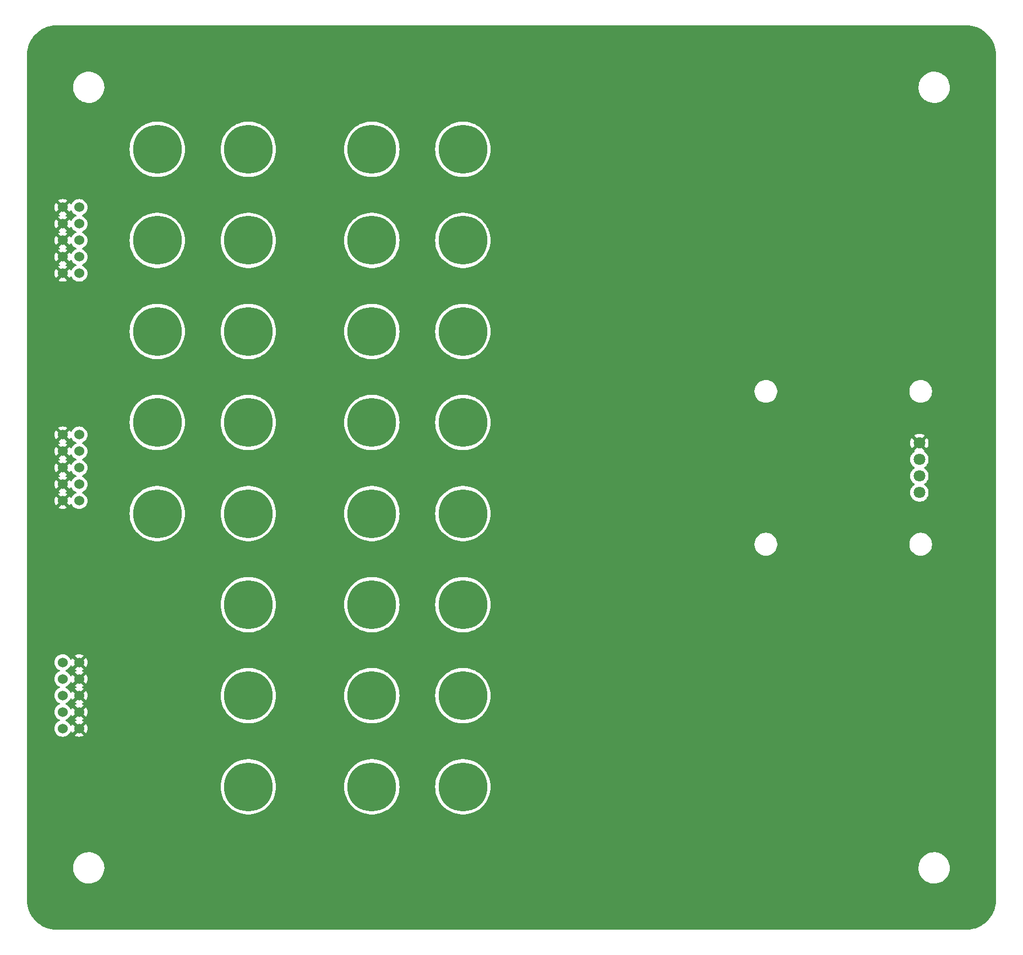
<source format=gbl>
G04 #@! TF.GenerationSoftware,KiCad,Pcbnew,7.0.7*
G04 #@! TF.CreationDate,2023-10-09T21:47:46+02:00*
G04 #@! TF.ProjectId,Kaboom_box_top,4b61626f-6f6d-45f6-926f-785f746f702e,rev?*
G04 #@! TF.SameCoordinates,Original*
G04 #@! TF.FileFunction,Copper,L2,Bot*
G04 #@! TF.FilePolarity,Positive*
%FSLAX46Y46*%
G04 Gerber Fmt 4.6, Leading zero omitted, Abs format (unit mm)*
G04 Created by KiCad (PCBNEW 7.0.7) date 2023-10-09 21:47:46*
%MOMM*%
%LPD*%
G01*
G04 APERTURE LIST*
G04 #@! TA.AperFunction,ComponentPad*
%ADD10C,7.500000*%
G04 #@! TD*
G04 #@! TA.AperFunction,ComponentPad*
%ADD11C,1.524003*%
G04 #@! TD*
G04 #@! TA.AperFunction,ComponentPad*
%ADD12C,1.800000*%
G04 #@! TD*
G04 #@! TA.AperFunction,ViaPad*
%ADD13C,0.800000*%
G04 #@! TD*
G04 APERTURE END LIST*
D10*
G04 #@! TO.P,J136,1,Pin_1*
G04 #@! TO.N,Board_0-/Top/Shift_Parallel_to_Serial/J136*
X142535534Y-133535534D03*
G04 #@! TD*
G04 #@! TO.P,J137,1,Pin_1*
G04 #@! TO.N,Board_0-/Top/Shift_Parallel_to_Serial/J137*
X142535534Y-147535534D03*
G04 #@! TD*
G04 #@! TO.P,J135,1,Pin_1*
G04 #@! TO.N,Board_0-/Top/Shift_Parallel_to_Serial/J135*
X142535534Y-119535534D03*
G04 #@! TD*
G04 #@! TO.P,J155,1,Pin_1*
G04 #@! TO.N,Board_0-/Top/Shift_Parallel_to_Serial/J155*
X95535534Y-63535534D03*
G04 #@! TD*
D11*
G04 #@! TO.P,P101,1,1*
G04 #@! TO.N,Board_0-/Top/VDD*
X83535534Y-68615544D03*
G04 #@! TO.P,P101,2,2*
G04 #@! TO.N,Board_0-/Top/GND*
X80995528Y-68615544D03*
G04 #@! TO.P,P101,3,3*
G04 #@! TO.N,Board_0-/Top/VDD*
X83535534Y-66075539D03*
G04 #@! TO.P,P101,4,4*
G04 #@! TO.N,Board_0-/Top/GND*
X80995528Y-66075539D03*
G04 #@! TO.P,P101,5,5*
G04 #@! TO.N,Board_0-/Top/VDD*
X83535534Y-63535534D03*
G04 #@! TO.P,P101,6,6*
G04 #@! TO.N,Board_0-/Top/GND*
X80995528Y-63535534D03*
G04 #@! TO.P,P101,7,7*
G04 #@! TO.N,Board_0-/Top/VDD*
X83535534Y-60995529D03*
G04 #@! TO.P,P101,8,8*
G04 #@! TO.N,Board_0-/Top/GND*
X80995528Y-60995529D03*
G04 #@! TO.P,P101,9,9*
G04 #@! TO.N,Board_0-/Top/LED_DATA_IN*
X83535534Y-58455524D03*
G04 #@! TO.P,P101,10,10*
G04 #@! TO.N,Board_0-/Top/GND*
X80995528Y-58455524D03*
G04 #@! TD*
D12*
G04 #@! TO.P,U144,1,GND*
G04 #@! TO.N,Board_0-/Top/GND*
X212736068Y-94685521D03*
G04 #@! TO.P,U144,2,VCC*
G04 #@! TO.N,Board_0-/Top/+3.3V_OLED*
X212736068Y-97225526D03*
G04 #@! TO.P,U144,3,SCL*
G04 #@! TO.N,Board_0-/I2C_SCL_LID*
X212736068Y-99765532D03*
G04 #@! TO.P,U144,4,SDA*
G04 #@! TO.N,Board_0-/I2C1_SDA_LID*
X212736068Y-102305537D03*
G04 #@! TD*
D10*
G04 #@! TO.P,J139,1,Pin_1*
G04 #@! TO.N,Board_0-/Top/Shift_Parallel_to_Serial/J139*
X128535534Y-63535534D03*
G04 #@! TD*
G04 #@! TO.P,J154,1,Pin_1*
G04 #@! TO.N,Board_0-/Top/Shift_Parallel_to_Serial/J154*
X95535534Y-49535534D03*
G04 #@! TD*
G04 #@! TO.P,J138,1,Pin_1*
G04 #@! TO.N,Board_0-/Top/Shift_Parallel_to_Serial/J138*
X128535534Y-49535534D03*
G04 #@! TD*
G04 #@! TO.P,J156,1,Pin_1*
G04 #@! TO.N,Board_0-/Top/Shift_Parallel_to_Serial/J156*
X95535534Y-77535534D03*
G04 #@! TD*
G04 #@! TO.P,J131,1,Pin_1*
G04 #@! TO.N,Board_0-/Top/Shift_Parallel_to_Serial/J131*
X142535534Y-63535534D03*
G04 #@! TD*
G04 #@! TO.P,J132,1,Pin_1*
G04 #@! TO.N,Board_0-/Top/Shift_Parallel_to_Serial/J132*
X142535534Y-77535534D03*
G04 #@! TD*
G04 #@! TO.P,J151,1,Pin_1*
G04 #@! TO.N,Board_0-/Top/Shift_Parallel_to_Serial/J151*
X109535534Y-119535534D03*
G04 #@! TD*
G04 #@! TO.P,J150,1,Pin_1*
G04 #@! TO.N,Board_0-/Top/Shift_Parallel_to_Serial/J150*
X109535534Y-105535534D03*
G04 #@! TD*
G04 #@! TO.P,J144,1,Pin_1*
G04 #@! TO.N,Board_0-/Top/Shift_Parallel_to_Serial/J144*
X128535534Y-133535534D03*
G04 #@! TD*
G04 #@! TO.P,J157,1,Pin_1*
G04 #@! TO.N,Board_0-/Top/Shift_Parallel_to_Serial/J157*
X95535534Y-91535534D03*
G04 #@! TD*
G04 #@! TO.P,J147,1,Pin_1*
G04 #@! TO.N,Board_0-/Top/Shift_Parallel_to_Serial/J147*
X109535534Y-63535534D03*
G04 #@! TD*
G04 #@! TO.P,J152,1,Pin_1*
G04 #@! TO.N,Board_0-/Top/Shift_Parallel_to_Serial/J152*
X109535534Y-133535534D03*
G04 #@! TD*
D11*
G04 #@! TO.P,P103,1,1*
G04 #@! TO.N,Board_0-/Top/+3.3V_OLED*
X83535534Y-103575539D03*
G04 #@! TO.P,P103,2,2*
G04 #@! TO.N,Board_0-/Top/GND*
X80995528Y-103575539D03*
G04 #@! TO.P,P103,3,3*
G04 #@! TO.N,Board_0-/I2C1_SDA_LID*
X83535534Y-101035534D03*
G04 #@! TO.P,P103,4,4*
G04 #@! TO.N,Board_0-/Top/GND*
X80995528Y-101035534D03*
G04 #@! TO.P,P103,5,5*
G04 #@! TO.N,Board_0-/I2C_SCL_LID*
X83535534Y-98495529D03*
G04 #@! TO.P,P103,6,6*
G04 #@! TO.N,Board_0-/Top/GND*
X80995528Y-98495529D03*
G04 #@! TO.P,P103,7,7*
G04 #@! TO.N,Board_0-unconnected-(P103-Pad7)*
X83535534Y-95955524D03*
G04 #@! TO.P,P103,8,8*
G04 #@! TO.N,Board_0-/Top/GND*
X80995528Y-95955524D03*
G04 #@! TO.P,P103,9,9*
G04 #@! TO.N,Board_0-unconnected-(P103-Pad9)*
X83535534Y-93415519D03*
G04 #@! TO.P,P103,10,10*
G04 #@! TO.N,Board_0-/Top/GND*
X80995528Y-93415519D03*
G04 #@! TD*
D10*
G04 #@! TO.P,J145,1,Pin_1*
G04 #@! TO.N,Board_0-/Top/Shift_Parallel_to_Serial/J145*
X128535534Y-147535534D03*
G04 #@! TD*
G04 #@! TO.P,J143,1,Pin_1*
G04 #@! TO.N,Board_0-/Top/Shift_Parallel_to_Serial/J143*
X128535534Y-119535534D03*
G04 #@! TD*
G04 #@! TO.P,J148,1,Pin_1*
G04 #@! TO.N,Board_0-/Top/Shift_Parallel_to_Serial/J148*
X109535534Y-77535534D03*
G04 #@! TD*
G04 #@! TO.P,J142,1,Pin_1*
G04 #@! TO.N,Board_0-/Top/Shift_Parallel_to_Serial/J142*
X128535534Y-105535534D03*
G04 #@! TD*
G04 #@! TO.P,J149,1,Pin_1*
G04 #@! TO.N,Board_0-/Top/Shift_Parallel_to_Serial/J149*
X109535534Y-91535534D03*
G04 #@! TD*
G04 #@! TO.P,J146,1,Pin_1*
G04 #@! TO.N,Board_0-/Top/Shift_Parallel_to_Serial/J146*
X109535534Y-49535534D03*
G04 #@! TD*
G04 #@! TO.P,J141,1,Pin_1*
G04 #@! TO.N,Board_0-/Top/Shift_Parallel_to_Serial/J141*
X128535534Y-91535534D03*
G04 #@! TD*
G04 #@! TO.P,J153,1,Pin_1*
G04 #@! TO.N,Board_0-/Top/Shift_Parallel_to_Serial/J153*
X109535534Y-147535534D03*
G04 #@! TD*
G04 #@! TO.P,J130,1,Pin_1*
G04 #@! TO.N,Board_0-/Top/Shift_Parallel_to_Serial/J130*
X142535534Y-49535534D03*
G04 #@! TD*
G04 #@! TO.P,J158,1,Pin_1*
G04 #@! TO.N,Board_0-/Top/Shift_Parallel_to_Serial/J158*
X95535534Y-105535534D03*
G04 #@! TD*
G04 #@! TO.P,J140,1,Pin_1*
G04 #@! TO.N,Board_0-/Top/Shift_Parallel_to_Serial/J140*
X128535534Y-77535534D03*
G04 #@! TD*
D11*
G04 #@! TO.P,P105,1,1*
G04 #@! TO.N,Board_0-/Top/GND*
X83535534Y-138575538D03*
G04 #@! TO.P,P105,2,2*
G04 #@! TO.N,Board_0-/SPI0_TX_LID*
X80995528Y-138575538D03*
G04 #@! TO.P,P105,3,3*
G04 #@! TO.N,Board_0-/Top/GND*
X83535534Y-136035533D03*
G04 #@! TO.P,P105,4,4*
G04 #@! TO.N,Board_0-/SPI0_SCK_LID*
X80995528Y-136035533D03*
G04 #@! TO.P,P105,5,5*
G04 #@! TO.N,Board_0-/Top/GND*
X83535534Y-133495528D03*
G04 #@! TO.P,P105,6,6*
G04 #@! TO.N,Board_0-/SPI0_CSn_LID*
X80995528Y-133495528D03*
G04 #@! TO.P,P105,7,7*
G04 #@! TO.N,Board_0-/Top/GND*
X83535534Y-130955523D03*
G04 #@! TO.P,P105,8,8*
G04 #@! TO.N,Board_0-/SPI0_RX_LID*
X80995528Y-130955523D03*
G04 #@! TO.P,P105,9,9*
G04 #@! TO.N,Board_0-/Top/GND*
X83535534Y-128415518D03*
G04 #@! TO.P,P105,10,10*
G04 #@! TO.N,Board_0-/Top/+3.3V_SHIFT*
X80995528Y-128415518D03*
G04 #@! TD*
D10*
G04 #@! TO.P,J133,1,Pin_1*
G04 #@! TO.N,Board_0-/Top/Shift_Parallel_to_Serial/J133*
X142535534Y-91535534D03*
G04 #@! TD*
G04 #@! TO.P,J134,1,Pin_1*
G04 #@! TO.N,Board_0-/Top/Shift_Parallel_to_Serial/J134*
X142535534Y-105535534D03*
G04 #@! TD*
D13*
G04 #@! TO.N,Board_0-/Top/GND*
X178285534Y-68435534D03*
X151985534Y-69635534D03*
X120926679Y-166885534D03*
X157035534Y-67285534D03*
X123885534Y-136435534D03*
X200926679Y-166885534D03*
X150926679Y-126885534D03*
X178035534Y-110535534D03*
X188785534Y-40010534D03*
X100926679Y-166885534D03*
X178035534Y-109285534D03*
X121485534Y-48585534D03*
X164035534Y-54535534D03*
X100926679Y-46885534D03*
X190926679Y-66885534D03*
X210926679Y-76885534D03*
X110926679Y-166885534D03*
X116535534Y-90035534D03*
X90926679Y-136885534D03*
X165785534Y-148785534D03*
X171035534Y-110535534D03*
X120926679Y-146885534D03*
X164035534Y-124535534D03*
X190926679Y-116885534D03*
X171035534Y-53285534D03*
X130926679Y-86885534D03*
X164035534Y-137285534D03*
X171035534Y-109285534D03*
X121235534Y-76385534D03*
X110926679Y-36885534D03*
X200926679Y-116885534D03*
X157035534Y-110535534D03*
X200926679Y-86885534D03*
X220926679Y-66885534D03*
X174635534Y-71135534D03*
X157035534Y-95285534D03*
X160926679Y-166885534D03*
X200926679Y-76885534D03*
X190926679Y-166885534D03*
X160926679Y-116885534D03*
X100926679Y-36885534D03*
X171035534Y-137285534D03*
X178035534Y-81285534D03*
X121285534Y-132335534D03*
X170926679Y-166885534D03*
X220926679Y-56885534D03*
X190926679Y-126885534D03*
X79085534Y-150385534D03*
X200926679Y-156885534D03*
X171035534Y-138535534D03*
X114535534Y-88785534D03*
X180926679Y-66885534D03*
X200926679Y-46885534D03*
X164035534Y-53285534D03*
X78835534Y-111185534D03*
X190926679Y-46885534D03*
X130926679Y-96885534D03*
X180926679Y-46885534D03*
X110926679Y-86885534D03*
X220926679Y-46885534D03*
X120285534Y-53485534D03*
X200926679Y-126885534D03*
X100926679Y-116885534D03*
X90926679Y-36885534D03*
X171035534Y-123285534D03*
X153485534Y-71135534D03*
X200926679Y-56885534D03*
X180926679Y-76885534D03*
X164035534Y-138535534D03*
X180926679Y-166885534D03*
X220926679Y-96885534D03*
X191285534Y-43460534D03*
X160585534Y-71135534D03*
X178035534Y-95285534D03*
X80926679Y-46885534D03*
X80926679Y-76885534D03*
X100926679Y-106885534D03*
X140926679Y-56885534D03*
X164035534Y-82535534D03*
X200926679Y-106885534D03*
X171035534Y-95285534D03*
X171035534Y-82535534D03*
X121285534Y-104635534D03*
X150926679Y-36885534D03*
X164035534Y-95285534D03*
X100926679Y-66885534D03*
X92235534Y-161135534D03*
X171035534Y-151285534D03*
X210926679Y-56885534D03*
X160926679Y-46885534D03*
X210926679Y-166885534D03*
X171035534Y-67285534D03*
X220926679Y-136885534D03*
X100926679Y-146885534D03*
X100926679Y-96885534D03*
X130926679Y-166885534D03*
X167635534Y-72185534D03*
X157035534Y-82535534D03*
X170926679Y-36885534D03*
X150926679Y-166885534D03*
X200926679Y-96885534D03*
X180926679Y-56885534D03*
X190926679Y-106885534D03*
X190926679Y-56885534D03*
X220926679Y-126885534D03*
X157035534Y-109285534D03*
X220926679Y-156885534D03*
X210926679Y-66885534D03*
X174535534Y-129535534D03*
X200926679Y-36885534D03*
X188785534Y-43460534D03*
X210926679Y-146885534D03*
X167635534Y-71135534D03*
X190085534Y-43460534D03*
X188235534Y-156535534D03*
X178035534Y-53285534D03*
X220926679Y-146885534D03*
X178035534Y-123285534D03*
X180926679Y-86885534D03*
X180926679Y-96885534D03*
X220926679Y-106885534D03*
X114585534Y-144785534D03*
X160926679Y-36885534D03*
X178035534Y-67285534D03*
X203835534Y-140585534D03*
X179785534Y-148785534D03*
X140926679Y-96885534D03*
X193335534Y-41710534D03*
X178035534Y-82535534D03*
X157185534Y-68435534D03*
X210926679Y-156885534D03*
X171035534Y-96535534D03*
X146435534Y-112035534D03*
X90926679Y-86885534D03*
X82185534Y-113085534D03*
X147035534Y-140435534D03*
X171085534Y-124485534D03*
X210926679Y-46885534D03*
X213035534Y-106285534D03*
X178135534Y-124535534D03*
X190926679Y-76885534D03*
X220926679Y-76885534D03*
X210926679Y-36885534D03*
X140926679Y-86885534D03*
X164035534Y-109285534D03*
X174685534Y-72285534D03*
X220926679Y-116885534D03*
X110926679Y-96885534D03*
X190926679Y-146885534D03*
X171035534Y-81285534D03*
X180926679Y-36885534D03*
X191285534Y-40010534D03*
X164035534Y-67285534D03*
X178035534Y-138535534D03*
X90926679Y-116885534D03*
X180926679Y-146885534D03*
X116585534Y-146035534D03*
X120035534Y-50035534D03*
X80926679Y-86885534D03*
X100926679Y-76885534D03*
X178035534Y-54535534D03*
X157035534Y-96535534D03*
X180926679Y-136885534D03*
X160285534Y-129535534D03*
X178035534Y-137285534D03*
X193335534Y-42710534D03*
X80926679Y-36885534D03*
X200926679Y-66885534D03*
X130926679Y-36885534D03*
X123935534Y-108385534D03*
X123835534Y-80535534D03*
X164235534Y-68385534D03*
X140926679Y-166885534D03*
X200926679Y-136885534D03*
X180926679Y-126885534D03*
X116785534Y-62285534D03*
X220926679Y-36885534D03*
X190085534Y-40010534D03*
X220926679Y-166885534D03*
X116535534Y-118285534D03*
X180926679Y-106885534D03*
X160635534Y-72235534D03*
X114785534Y-61035534D03*
X164035534Y-151285534D03*
X190926679Y-136885534D03*
X178035534Y-96535534D03*
X164035534Y-81285534D03*
X164035534Y-110535534D03*
X157035534Y-53285534D03*
X114535534Y-117035534D03*
X80926679Y-156885534D03*
X167535534Y-129535534D03*
X213735534Y-127935534D03*
X140926679Y-36885534D03*
X171035534Y-54535534D03*
X220926679Y-86885534D03*
X178035534Y-151285534D03*
X210926679Y-96885534D03*
X171135534Y-68435534D03*
X190926679Y-36885534D03*
X164035534Y-123285534D03*
X193285534Y-40710534D03*
X180926679Y-116885534D03*
X172785534Y-148785534D03*
X190926679Y-96885534D03*
X164035534Y-96535534D03*
X157035534Y-81285534D03*
X120926679Y-36885534D03*
X157035534Y-54535534D03*
G04 #@! TD*
G04 #@! TA.AperFunction,Conductor*
G04 #@! TO.N,Board_0-/Top/GND*
G36*
X83057598Y-136262427D02*
G01*
X83113532Y-136304298D01*
X83118573Y-136311558D01*
X83118582Y-136311572D01*
X83153773Y-136366331D01*
X83269136Y-136466292D01*
X83266827Y-136468955D01*
X83301540Y-136509032D01*
X83311469Y-136578193D01*
X83282432Y-136641743D01*
X83276416Y-136648202D01*
X82837344Y-137087273D01*
X82902125Y-137132634D01*
X82902127Y-137132635D01*
X83031909Y-137193153D01*
X83084349Y-137239325D01*
X83103501Y-137306518D01*
X83083286Y-137373399D01*
X83031910Y-137417917D01*
X82902123Y-137478437D01*
X82837344Y-137523796D01*
X83276417Y-137962868D01*
X83309902Y-138024191D01*
X83304918Y-138093882D01*
X83267892Y-138143343D01*
X83269136Y-138144779D01*
X83153772Y-138244740D01*
X83118580Y-138299500D01*
X83065776Y-138345255D01*
X82996617Y-138355198D01*
X82933062Y-138326172D01*
X82926584Y-138320141D01*
X82483792Y-137877348D01*
X82438433Y-137942127D01*
X82378188Y-138071323D01*
X82332015Y-138123762D01*
X82264821Y-138142914D01*
X82197940Y-138122698D01*
X82153424Y-138071322D01*
X82105835Y-137969267D01*
X82093063Y-137941876D01*
X82093061Y-137941873D01*
X82093060Y-137941871D01*
X81966358Y-137760922D01*
X81966353Y-137760916D01*
X81810149Y-137604712D01*
X81810143Y-137604707D01*
X81629194Y-137478005D01*
X81629190Y-137478003D01*
X81500335Y-137417917D01*
X81447896Y-137371745D01*
X81428744Y-137304551D01*
X81448960Y-137237670D01*
X81500335Y-137193153D01*
X81629190Y-137133068D01*
X81810148Y-137006360D01*
X81966355Y-136850153D01*
X82093063Y-136669195D01*
X82153426Y-136539743D01*
X82199595Y-136487309D01*
X82266789Y-136468156D01*
X82333670Y-136488371D01*
X82378188Y-136539747D01*
X82438433Y-136668943D01*
X82438435Y-136668947D01*
X82483791Y-136733721D01*
X82926584Y-136290928D01*
X82987907Y-136257443D01*
X83057598Y-136262427D01*
G37*
G04 #@! TD.AperFunction*
G04 #@! TA.AperFunction,Conductor*
G36*
X83057598Y-133722422D02*
G01*
X83113532Y-133764293D01*
X83118573Y-133771553D01*
X83118582Y-133771567D01*
X83153773Y-133826326D01*
X83269136Y-133926287D01*
X83266827Y-133928950D01*
X83301540Y-133969027D01*
X83311469Y-134038188D01*
X83282432Y-134101738D01*
X83276416Y-134108197D01*
X82837344Y-134547268D01*
X82902125Y-134592629D01*
X82902127Y-134592630D01*
X83031909Y-134653148D01*
X83084349Y-134699320D01*
X83103501Y-134766513D01*
X83083286Y-134833394D01*
X83031910Y-134877912D01*
X82902123Y-134938432D01*
X82837344Y-134983791D01*
X83276417Y-135422863D01*
X83309902Y-135484186D01*
X83304918Y-135553877D01*
X83267892Y-135603338D01*
X83269136Y-135604774D01*
X83153772Y-135704735D01*
X83118580Y-135759495D01*
X83065776Y-135805250D01*
X82996617Y-135815193D01*
X82933062Y-135786167D01*
X82926584Y-135780136D01*
X82483792Y-135337343D01*
X82438433Y-135402122D01*
X82378188Y-135531318D01*
X82332015Y-135583757D01*
X82264821Y-135602909D01*
X82197940Y-135582693D01*
X82153424Y-135531317D01*
X82132032Y-135485442D01*
X82093063Y-135401871D01*
X82093061Y-135401868D01*
X82093060Y-135401866D01*
X81966358Y-135220917D01*
X81966353Y-135220911D01*
X81810149Y-135064707D01*
X81810143Y-135064702D01*
X81629194Y-134938000D01*
X81629190Y-134937998D01*
X81500335Y-134877912D01*
X81447896Y-134831740D01*
X81428744Y-134764546D01*
X81448960Y-134697665D01*
X81500335Y-134653148D01*
X81629190Y-134593063D01*
X81810148Y-134466355D01*
X81966355Y-134310148D01*
X82093063Y-134129190D01*
X82153426Y-133999738D01*
X82199595Y-133947304D01*
X82266789Y-133928151D01*
X82333670Y-133948366D01*
X82378188Y-133999742D01*
X82438433Y-134128938D01*
X82438435Y-134128942D01*
X82483791Y-134193716D01*
X82926584Y-133750923D01*
X82987907Y-133717438D01*
X83057598Y-133722422D01*
G37*
G04 #@! TD.AperFunction*
G04 #@! TA.AperFunction,Conductor*
G36*
X83057598Y-131182417D02*
G01*
X83113532Y-131224288D01*
X83118573Y-131231548D01*
X83120749Y-131234934D01*
X83153773Y-131286321D01*
X83269136Y-131386282D01*
X83266827Y-131388945D01*
X83301540Y-131429022D01*
X83311469Y-131498183D01*
X83282432Y-131561733D01*
X83276416Y-131568192D01*
X82837344Y-132007263D01*
X82902125Y-132052624D01*
X82902127Y-132052625D01*
X83031909Y-132113143D01*
X83084349Y-132159315D01*
X83103501Y-132226508D01*
X83083286Y-132293389D01*
X83031910Y-132337907D01*
X82902123Y-132398427D01*
X82837344Y-132443786D01*
X83276417Y-132882858D01*
X83309902Y-132944181D01*
X83304918Y-133013872D01*
X83267892Y-133063333D01*
X83269136Y-133064769D01*
X83153772Y-133164730D01*
X83118580Y-133219490D01*
X83065776Y-133265245D01*
X82996617Y-133275188D01*
X82933062Y-133246162D01*
X82926584Y-133240131D01*
X82483792Y-132797338D01*
X82438433Y-132862117D01*
X82378188Y-132991313D01*
X82332015Y-133043752D01*
X82264821Y-133062904D01*
X82197940Y-133042688D01*
X82153424Y-132991312D01*
X82105835Y-132889257D01*
X82093063Y-132861866D01*
X82093061Y-132861863D01*
X82093060Y-132861861D01*
X81966358Y-132680912D01*
X81966353Y-132680906D01*
X81810149Y-132524702D01*
X81810143Y-132524697D01*
X81629194Y-132397995D01*
X81629190Y-132397993D01*
X81500335Y-132337907D01*
X81447896Y-132291735D01*
X81428744Y-132224541D01*
X81448960Y-132157660D01*
X81500335Y-132113143D01*
X81629190Y-132053058D01*
X81810148Y-131926350D01*
X81966355Y-131770143D01*
X82093063Y-131589185D01*
X82153426Y-131459733D01*
X82199595Y-131407299D01*
X82266789Y-131388146D01*
X82333670Y-131408361D01*
X82378188Y-131459737D01*
X82438433Y-131588933D01*
X82438435Y-131588937D01*
X82483791Y-131653711D01*
X82926584Y-131210918D01*
X82987907Y-131177433D01*
X83057598Y-131182417D01*
G37*
G04 #@! TD.AperFunction*
G04 #@! TA.AperFunction,Conductor*
G36*
X83057598Y-128642412D02*
G01*
X83113532Y-128684283D01*
X83118573Y-128691543D01*
X83118582Y-128691557D01*
X83153773Y-128746316D01*
X83269136Y-128846277D01*
X83266827Y-128848940D01*
X83301540Y-128889017D01*
X83311469Y-128958178D01*
X83282432Y-129021728D01*
X83276416Y-129028187D01*
X82837344Y-129467258D01*
X82902125Y-129512619D01*
X82902127Y-129512620D01*
X83031909Y-129573138D01*
X83084349Y-129619310D01*
X83103501Y-129686503D01*
X83083286Y-129753384D01*
X83031910Y-129797902D01*
X82902123Y-129858422D01*
X82837344Y-129903781D01*
X83276417Y-130342853D01*
X83309902Y-130404176D01*
X83304918Y-130473867D01*
X83267892Y-130523328D01*
X83269136Y-130524764D01*
X83153772Y-130624725D01*
X83118580Y-130679485D01*
X83065776Y-130725240D01*
X82996617Y-130735183D01*
X82933062Y-130706157D01*
X82926584Y-130700126D01*
X82483792Y-130257333D01*
X82438433Y-130322112D01*
X82378188Y-130451308D01*
X82332015Y-130503747D01*
X82264821Y-130522899D01*
X82197940Y-130502683D01*
X82153424Y-130451307D01*
X82105835Y-130349252D01*
X82093063Y-130321861D01*
X82093061Y-130321858D01*
X82093060Y-130321856D01*
X81966358Y-130140907D01*
X81966353Y-130140901D01*
X81810149Y-129984697D01*
X81810143Y-129984692D01*
X81629194Y-129857990D01*
X81629190Y-129857988D01*
X81500335Y-129797902D01*
X81447896Y-129751730D01*
X81428744Y-129684536D01*
X81448960Y-129617655D01*
X81500335Y-129573138D01*
X81629190Y-129513053D01*
X81810148Y-129386345D01*
X81966355Y-129230138D01*
X82093063Y-129049180D01*
X82153426Y-128919728D01*
X82199595Y-128867294D01*
X82266789Y-128848141D01*
X82333670Y-128868356D01*
X82378188Y-128919732D01*
X82438433Y-129048928D01*
X82438435Y-129048932D01*
X82483791Y-129113706D01*
X82926584Y-128670913D01*
X82987907Y-128637428D01*
X83057598Y-128642412D01*
G37*
G04 #@! TD.AperFunction*
G04 #@! TA.AperFunction,Conductor*
G36*
X81597998Y-101284897D02*
G01*
X81604477Y-101290930D01*
X82047268Y-101733721D01*
X82092630Y-101668940D01*
X82152873Y-101539749D01*
X82199045Y-101487309D01*
X82266238Y-101468157D01*
X82333119Y-101488372D01*
X82377637Y-101539749D01*
X82437997Y-101669192D01*
X82438001Y-101669200D01*
X82564703Y-101850149D01*
X82564708Y-101850155D01*
X82720912Y-102006359D01*
X82720918Y-102006364D01*
X82901867Y-102133066D01*
X82901869Y-102133067D01*
X82901872Y-102133069D01*
X83002957Y-102180205D01*
X83030725Y-102193154D01*
X83083165Y-102239326D01*
X83102317Y-102306519D01*
X83082101Y-102373401D01*
X83030726Y-102417918D01*
X82901871Y-102478004D01*
X82901867Y-102478006D01*
X82720918Y-102604708D01*
X82720912Y-102604713D01*
X82564708Y-102760917D01*
X82564703Y-102760923D01*
X82438001Y-102941872D01*
X82437999Y-102941876D01*
X82377637Y-103071324D01*
X82331465Y-103123763D01*
X82264271Y-103142915D01*
X82197390Y-103122699D01*
X82152873Y-103071323D01*
X82092630Y-102942132D01*
X82092629Y-102942130D01*
X82047268Y-102877350D01*
X81604477Y-103320141D01*
X81543154Y-103353626D01*
X81473462Y-103348642D01*
X81417529Y-103306770D01*
X81412481Y-103299500D01*
X81377289Y-103244741D01*
X81261926Y-103144780D01*
X81264226Y-103142124D01*
X81229488Y-103101967D01*
X81219602Y-103032800D01*
X81248680Y-102969268D01*
X81254644Y-102962868D01*
X81693716Y-102523796D01*
X81628942Y-102478440D01*
X81628938Y-102478438D01*
X81499152Y-102417918D01*
X81446713Y-102371746D01*
X81427561Y-102304552D01*
X81447777Y-102237671D01*
X81499153Y-102193154D01*
X81628934Y-102132636D01*
X81693715Y-102087274D01*
X81254644Y-101648203D01*
X81221159Y-101586880D01*
X81226143Y-101517188D01*
X81263169Y-101467727D01*
X81261926Y-101466293D01*
X81289519Y-101442384D01*
X81377289Y-101366332D01*
X81412482Y-101311571D01*
X81465283Y-101265817D01*
X81534442Y-101255873D01*
X81597998Y-101284897D01*
G37*
G04 #@! TD.AperFunction*
G04 #@! TA.AperFunction,Conductor*
G36*
X81597998Y-98744892D02*
G01*
X81604477Y-98750925D01*
X82047268Y-99193716D01*
X82092630Y-99128935D01*
X82152873Y-98999744D01*
X82199045Y-98947304D01*
X82266238Y-98928152D01*
X82333119Y-98948367D01*
X82377637Y-98999744D01*
X82437997Y-99129187D01*
X82438001Y-99129195D01*
X82564703Y-99310144D01*
X82564708Y-99310150D01*
X82720912Y-99466354D01*
X82720918Y-99466359D01*
X82901867Y-99593061D01*
X82901869Y-99593062D01*
X82901872Y-99593064D01*
X83002957Y-99640200D01*
X83030725Y-99653149D01*
X83083165Y-99699321D01*
X83102317Y-99766514D01*
X83082101Y-99833396D01*
X83030726Y-99877913D01*
X82901871Y-99937999D01*
X82901867Y-99938001D01*
X82720918Y-100064703D01*
X82720912Y-100064708D01*
X82564708Y-100220912D01*
X82564703Y-100220918D01*
X82438001Y-100401867D01*
X82437999Y-100401871D01*
X82377637Y-100531319D01*
X82331465Y-100583758D01*
X82264271Y-100602910D01*
X82197390Y-100582694D01*
X82152873Y-100531318D01*
X82092630Y-100402127D01*
X82092629Y-100402125D01*
X82047268Y-100337345D01*
X81604477Y-100780136D01*
X81543154Y-100813621D01*
X81473462Y-100808637D01*
X81417529Y-100766765D01*
X81412481Y-100759495D01*
X81377289Y-100704736D01*
X81261926Y-100604775D01*
X81264226Y-100602119D01*
X81229488Y-100561962D01*
X81219602Y-100492795D01*
X81248680Y-100429263D01*
X81254644Y-100422863D01*
X81693716Y-99983791D01*
X81628942Y-99938435D01*
X81628938Y-99938433D01*
X81499152Y-99877913D01*
X81446713Y-99831741D01*
X81427561Y-99764547D01*
X81447777Y-99697666D01*
X81499153Y-99653149D01*
X81628934Y-99592631D01*
X81693715Y-99547269D01*
X81254644Y-99108198D01*
X81221159Y-99046875D01*
X81226143Y-98977183D01*
X81263169Y-98927722D01*
X81261926Y-98926288D01*
X81289519Y-98902379D01*
X81377289Y-98826327D01*
X81412482Y-98771566D01*
X81465283Y-98725812D01*
X81534442Y-98715868D01*
X81597998Y-98744892D01*
G37*
G04 #@! TD.AperFunction*
G04 #@! TA.AperFunction,Conductor*
G36*
X81597998Y-96204887D02*
G01*
X81604477Y-96210920D01*
X82047268Y-96653711D01*
X82092630Y-96588930D01*
X82152873Y-96459739D01*
X82199045Y-96407299D01*
X82266238Y-96388147D01*
X82333119Y-96408362D01*
X82377637Y-96459739D01*
X82437997Y-96589182D01*
X82438001Y-96589190D01*
X82564703Y-96770139D01*
X82564708Y-96770145D01*
X82720912Y-96926349D01*
X82720918Y-96926354D01*
X82901867Y-97053056D01*
X82901869Y-97053057D01*
X82901872Y-97053059D01*
X83002957Y-97100195D01*
X83030725Y-97113144D01*
X83083165Y-97159316D01*
X83102317Y-97226509D01*
X83082101Y-97293391D01*
X83030726Y-97337908D01*
X82901871Y-97397994D01*
X82901867Y-97397996D01*
X82720918Y-97524698D01*
X82720912Y-97524703D01*
X82564708Y-97680907D01*
X82564703Y-97680913D01*
X82438001Y-97861862D01*
X82437999Y-97861866D01*
X82377637Y-97991314D01*
X82331465Y-98043753D01*
X82264271Y-98062905D01*
X82197390Y-98042689D01*
X82152873Y-97991313D01*
X82092630Y-97862122D01*
X82092629Y-97862120D01*
X82047268Y-97797340D01*
X81604477Y-98240131D01*
X81543154Y-98273616D01*
X81473462Y-98268632D01*
X81417529Y-98226760D01*
X81412481Y-98219490D01*
X81377289Y-98164731D01*
X81261926Y-98064770D01*
X81264226Y-98062114D01*
X81229488Y-98021957D01*
X81219602Y-97952790D01*
X81248680Y-97889258D01*
X81254644Y-97882858D01*
X81693716Y-97443786D01*
X81628942Y-97398430D01*
X81628938Y-97398428D01*
X81499152Y-97337908D01*
X81446713Y-97291736D01*
X81427561Y-97224542D01*
X81447777Y-97157661D01*
X81499153Y-97113144D01*
X81628934Y-97052626D01*
X81693715Y-97007264D01*
X81254644Y-96568193D01*
X81221159Y-96506870D01*
X81226143Y-96437178D01*
X81263169Y-96387717D01*
X81261926Y-96386283D01*
X81289520Y-96362373D01*
X81377289Y-96286322D01*
X81412482Y-96231561D01*
X81465283Y-96185807D01*
X81534442Y-96175863D01*
X81597998Y-96204887D01*
G37*
G04 #@! TD.AperFunction*
G04 #@! TA.AperFunction,Conductor*
G36*
X81597998Y-93664882D02*
G01*
X81604477Y-93670915D01*
X82047268Y-94113706D01*
X82092630Y-94048925D01*
X82152873Y-93919734D01*
X82199045Y-93867294D01*
X82266238Y-93848142D01*
X82333119Y-93868357D01*
X82377637Y-93919734D01*
X82437997Y-94049177D01*
X82438001Y-94049185D01*
X82564703Y-94230134D01*
X82564708Y-94230140D01*
X82720912Y-94386344D01*
X82720918Y-94386349D01*
X82901867Y-94513051D01*
X82901869Y-94513052D01*
X82901872Y-94513054D01*
X83002957Y-94560190D01*
X83030725Y-94573139D01*
X83083165Y-94619311D01*
X83102317Y-94686504D01*
X83082101Y-94753386D01*
X83030726Y-94797903D01*
X82901871Y-94857989D01*
X82901867Y-94857991D01*
X82720918Y-94984693D01*
X82720912Y-94984698D01*
X82564708Y-95140902D01*
X82564703Y-95140908D01*
X82438001Y-95321857D01*
X82437999Y-95321861D01*
X82377637Y-95451309D01*
X82331465Y-95503748D01*
X82264271Y-95522900D01*
X82197390Y-95502684D01*
X82152873Y-95451308D01*
X82092630Y-95322117D01*
X82092629Y-95322115D01*
X82047268Y-95257335D01*
X81604477Y-95700126D01*
X81543154Y-95733611D01*
X81473462Y-95728627D01*
X81417529Y-95686755D01*
X81412481Y-95679485D01*
X81377289Y-95624726D01*
X81261926Y-95524765D01*
X81264226Y-95522109D01*
X81229488Y-95481952D01*
X81219602Y-95412785D01*
X81248680Y-95349253D01*
X81254644Y-95342853D01*
X81693716Y-94903781D01*
X81628942Y-94858425D01*
X81628938Y-94858423D01*
X81499152Y-94797903D01*
X81446713Y-94751731D01*
X81427561Y-94684537D01*
X81447777Y-94617656D01*
X81499153Y-94573139D01*
X81628934Y-94512621D01*
X81693715Y-94467259D01*
X81254644Y-94028188D01*
X81221159Y-93966865D01*
X81226143Y-93897173D01*
X81263169Y-93847712D01*
X81261926Y-93846278D01*
X81273639Y-93836129D01*
X81377289Y-93746317D01*
X81412482Y-93691556D01*
X81465283Y-93645802D01*
X81534442Y-93635858D01*
X81597998Y-93664882D01*
G37*
G04 #@! TD.AperFunction*
G04 #@! TA.AperFunction,Conductor*
G36*
X81597998Y-66324902D02*
G01*
X81604477Y-66330935D01*
X82047268Y-66773726D01*
X82092630Y-66708945D01*
X82152873Y-66579754D01*
X82199045Y-66527314D01*
X82266238Y-66508162D01*
X82333119Y-66528377D01*
X82377637Y-66579754D01*
X82437997Y-66709197D01*
X82438001Y-66709205D01*
X82564703Y-66890154D01*
X82564708Y-66890160D01*
X82720912Y-67046364D01*
X82720918Y-67046369D01*
X82901867Y-67173071D01*
X82901869Y-67173072D01*
X82901872Y-67173074D01*
X83002957Y-67220210D01*
X83030725Y-67233159D01*
X83083165Y-67279331D01*
X83102317Y-67346524D01*
X83082101Y-67413406D01*
X83030726Y-67457923D01*
X82901871Y-67518009D01*
X82901867Y-67518011D01*
X82720918Y-67644713D01*
X82720912Y-67644718D01*
X82564708Y-67800922D01*
X82564703Y-67800928D01*
X82438001Y-67981877D01*
X82437999Y-67981881D01*
X82377637Y-68111329D01*
X82331465Y-68163768D01*
X82264271Y-68182920D01*
X82197390Y-68162704D01*
X82152873Y-68111328D01*
X82092630Y-67982137D01*
X82092629Y-67982135D01*
X82047268Y-67917355D01*
X81604477Y-68360146D01*
X81543154Y-68393631D01*
X81473462Y-68388647D01*
X81417529Y-68346775D01*
X81412481Y-68339505D01*
X81377289Y-68284746D01*
X81261926Y-68184785D01*
X81264226Y-68182129D01*
X81229488Y-68141972D01*
X81219602Y-68072805D01*
X81248680Y-68009273D01*
X81254644Y-68002873D01*
X81693716Y-67563801D01*
X81628942Y-67518445D01*
X81628938Y-67518443D01*
X81499152Y-67457923D01*
X81446713Y-67411751D01*
X81427561Y-67344557D01*
X81447777Y-67277676D01*
X81499153Y-67233159D01*
X81628934Y-67172641D01*
X81693715Y-67127279D01*
X81254644Y-66688208D01*
X81221159Y-66626885D01*
X81226143Y-66557193D01*
X81263169Y-66507732D01*
X81261926Y-66506298D01*
X81301459Y-66472043D01*
X81377289Y-66406337D01*
X81412482Y-66351576D01*
X81465283Y-66305822D01*
X81534442Y-66295878D01*
X81597998Y-66324902D01*
G37*
G04 #@! TD.AperFunction*
G04 #@! TA.AperFunction,Conductor*
G36*
X81597998Y-63784897D02*
G01*
X81604477Y-63790930D01*
X82047268Y-64233721D01*
X82092630Y-64168940D01*
X82152873Y-64039749D01*
X82199045Y-63987309D01*
X82266238Y-63968157D01*
X82333119Y-63988372D01*
X82377637Y-64039749D01*
X82437997Y-64169192D01*
X82438001Y-64169200D01*
X82564703Y-64350149D01*
X82564708Y-64350155D01*
X82720912Y-64506359D01*
X82720918Y-64506364D01*
X82901867Y-64633066D01*
X82901869Y-64633067D01*
X82901872Y-64633069D01*
X83002957Y-64680205D01*
X83030725Y-64693154D01*
X83083165Y-64739326D01*
X83102317Y-64806519D01*
X83082101Y-64873401D01*
X83030726Y-64917918D01*
X82901871Y-64978004D01*
X82901867Y-64978006D01*
X82720918Y-65104708D01*
X82720912Y-65104713D01*
X82564708Y-65260917D01*
X82564703Y-65260923D01*
X82438001Y-65441872D01*
X82437999Y-65441876D01*
X82377637Y-65571324D01*
X82331465Y-65623763D01*
X82264271Y-65642915D01*
X82197390Y-65622699D01*
X82152873Y-65571323D01*
X82092630Y-65442132D01*
X82092629Y-65442130D01*
X82047268Y-65377350D01*
X81604477Y-65820141D01*
X81543154Y-65853626D01*
X81473462Y-65848642D01*
X81417529Y-65806770D01*
X81412481Y-65799500D01*
X81377289Y-65744741D01*
X81261926Y-65644780D01*
X81264226Y-65642124D01*
X81229488Y-65601967D01*
X81219602Y-65532800D01*
X81248680Y-65469268D01*
X81254644Y-65462868D01*
X81693716Y-65023796D01*
X81628942Y-64978440D01*
X81628938Y-64978438D01*
X81499152Y-64917918D01*
X81446713Y-64871746D01*
X81427561Y-64804552D01*
X81447777Y-64737671D01*
X81499153Y-64693154D01*
X81628934Y-64632636D01*
X81693715Y-64587274D01*
X81254644Y-64148203D01*
X81221159Y-64086880D01*
X81226143Y-64017188D01*
X81263169Y-63967727D01*
X81261926Y-63966293D01*
X81292238Y-63940028D01*
X81377289Y-63866332D01*
X81412482Y-63811571D01*
X81465283Y-63765817D01*
X81534442Y-63755873D01*
X81597998Y-63784897D01*
G37*
G04 #@! TD.AperFunction*
G04 #@! TA.AperFunction,Conductor*
G36*
X81597998Y-61244892D02*
G01*
X81604477Y-61250925D01*
X82047268Y-61693716D01*
X82092630Y-61628935D01*
X82152873Y-61499744D01*
X82199045Y-61447304D01*
X82266238Y-61428152D01*
X82333119Y-61448367D01*
X82377637Y-61499744D01*
X82437997Y-61629187D01*
X82438001Y-61629195D01*
X82564703Y-61810144D01*
X82564708Y-61810150D01*
X82720912Y-61966354D01*
X82720918Y-61966359D01*
X82901867Y-62093061D01*
X82901869Y-62093062D01*
X82901872Y-62093064D01*
X83002957Y-62140200D01*
X83030725Y-62153149D01*
X83083165Y-62199321D01*
X83102317Y-62266514D01*
X83082101Y-62333396D01*
X83030726Y-62377913D01*
X82901871Y-62437999D01*
X82901867Y-62438001D01*
X82720918Y-62564703D01*
X82720912Y-62564708D01*
X82564708Y-62720912D01*
X82564703Y-62720918D01*
X82438001Y-62901867D01*
X82437999Y-62901871D01*
X82377637Y-63031319D01*
X82331465Y-63083758D01*
X82264271Y-63102910D01*
X82197390Y-63082694D01*
X82152873Y-63031318D01*
X82092630Y-62902127D01*
X82092629Y-62902125D01*
X82047268Y-62837345D01*
X81604477Y-63280136D01*
X81543154Y-63313621D01*
X81473462Y-63308637D01*
X81417529Y-63266765D01*
X81412481Y-63259495D01*
X81377289Y-63204736D01*
X81261926Y-63104775D01*
X81264226Y-63102119D01*
X81229488Y-63061962D01*
X81219602Y-62992795D01*
X81248680Y-62929263D01*
X81254644Y-62922863D01*
X81693716Y-62483791D01*
X81628942Y-62438435D01*
X81628938Y-62438433D01*
X81499152Y-62377913D01*
X81446713Y-62331741D01*
X81427561Y-62264547D01*
X81447777Y-62197666D01*
X81499153Y-62153149D01*
X81628934Y-62092631D01*
X81693715Y-62047269D01*
X81254644Y-61608198D01*
X81221159Y-61546875D01*
X81226143Y-61477183D01*
X81263169Y-61427722D01*
X81261926Y-61426288D01*
X81268628Y-61420481D01*
X81377289Y-61326327D01*
X81412482Y-61271566D01*
X81465283Y-61225812D01*
X81534442Y-61215868D01*
X81597998Y-61244892D01*
G37*
G04 #@! TD.AperFunction*
G04 #@! TA.AperFunction,Conductor*
G36*
X81597998Y-58704887D02*
G01*
X81604477Y-58710920D01*
X82047268Y-59153711D01*
X82092630Y-59088930D01*
X82152873Y-58959739D01*
X82199045Y-58907299D01*
X82266238Y-58888147D01*
X82333119Y-58908362D01*
X82377637Y-58959739D01*
X82437997Y-59089182D01*
X82438001Y-59089190D01*
X82564703Y-59270139D01*
X82564708Y-59270145D01*
X82720912Y-59426349D01*
X82720918Y-59426354D01*
X82901867Y-59553056D01*
X82901869Y-59553057D01*
X82901872Y-59553059D01*
X83002957Y-59600195D01*
X83030725Y-59613144D01*
X83083165Y-59659316D01*
X83102317Y-59726509D01*
X83082101Y-59793391D01*
X83030726Y-59837908D01*
X82901871Y-59897994D01*
X82901867Y-59897996D01*
X82720918Y-60024698D01*
X82720912Y-60024703D01*
X82564708Y-60180907D01*
X82564703Y-60180913D01*
X82438001Y-60361862D01*
X82437999Y-60361866D01*
X82377637Y-60491314D01*
X82331465Y-60543753D01*
X82264271Y-60562905D01*
X82197390Y-60542689D01*
X82152873Y-60491313D01*
X82092630Y-60362122D01*
X82092629Y-60362120D01*
X82047268Y-60297340D01*
X81604477Y-60740131D01*
X81543154Y-60773616D01*
X81473462Y-60768632D01*
X81417529Y-60726760D01*
X81412481Y-60719490D01*
X81377289Y-60664731D01*
X81377288Y-60664730D01*
X81268628Y-60570577D01*
X81268627Y-60570576D01*
X81261926Y-60564770D01*
X81264226Y-60562114D01*
X81229488Y-60521957D01*
X81219602Y-60452790D01*
X81248680Y-60389258D01*
X81254644Y-60382858D01*
X81693716Y-59943786D01*
X81628942Y-59898430D01*
X81628938Y-59898428D01*
X81499152Y-59837908D01*
X81446713Y-59791736D01*
X81427561Y-59724542D01*
X81447777Y-59657661D01*
X81499153Y-59613144D01*
X81628934Y-59552626D01*
X81693715Y-59507264D01*
X81254644Y-59068193D01*
X81221159Y-59006870D01*
X81226143Y-58937178D01*
X81263169Y-58887717D01*
X81261926Y-58886283D01*
X81268628Y-58880476D01*
X81377289Y-58786322D01*
X81412482Y-58731561D01*
X81465283Y-58685807D01*
X81534442Y-58675863D01*
X81597998Y-58704887D01*
G37*
G04 #@! TD.AperFunction*
G04 #@! TA.AperFunction,Conductor*
G36*
X219934111Y-30500501D02*
G01*
X220000003Y-30500500D01*
X220389481Y-30517501D01*
X220394834Y-30517970D01*
X220778669Y-30568501D01*
X220783978Y-30569437D01*
X221161934Y-30653225D01*
X221167133Y-30654618D01*
X221536368Y-30771035D01*
X221541430Y-30772877D01*
X221899106Y-30921028D01*
X221903983Y-30923302D01*
X221904032Y-30923328D01*
X222247376Y-31102060D01*
X222252053Y-31104759D01*
X222464142Y-31239873D01*
X222578550Y-31312758D01*
X222582983Y-31315862D01*
X222890102Y-31551519D01*
X222894248Y-31554997D01*
X223179667Y-31816532D01*
X223183493Y-31820358D01*
X223445031Y-32105774D01*
X223448509Y-32109919D01*
X223684168Y-32417030D01*
X223687272Y-32421463D01*
X223895272Y-32747954D01*
X223897978Y-32752640D01*
X224076733Y-33096020D01*
X224079020Y-33100925D01*
X224227164Y-33458569D01*
X224229015Y-33463654D01*
X224345429Y-33832865D01*
X224346830Y-33838092D01*
X224430617Y-34216017D01*
X224431557Y-34221346D01*
X224482089Y-34605156D01*
X224482561Y-34610547D01*
X224499499Y-34998445D01*
X224499499Y-164926508D01*
X224499500Y-165000003D01*
X224482499Y-165389457D01*
X224482027Y-165394848D01*
X224431501Y-165778645D01*
X224430561Y-165783974D01*
X224346775Y-166161920D01*
X224345375Y-166167148D01*
X224228968Y-166536346D01*
X224227123Y-166541418D01*
X224113547Y-166815614D01*
X224078978Y-166899074D01*
X224076691Y-166903979D01*
X223897944Y-167247350D01*
X223895238Y-167252036D01*
X223687237Y-167578535D01*
X223684133Y-167582968D01*
X223448479Y-167890079D01*
X223445000Y-167894224D01*
X223183465Y-168179639D01*
X223179639Y-168183465D01*
X222894224Y-168445000D01*
X222890079Y-168448479D01*
X222582968Y-168684133D01*
X222578535Y-168687237D01*
X222252036Y-168895238D01*
X222247350Y-168897944D01*
X221903979Y-169076691D01*
X221899074Y-169078978D01*
X221541419Y-169227122D01*
X221536346Y-169228968D01*
X221327160Y-169294923D01*
X221167140Y-169345376D01*
X221161920Y-169346775D01*
X220783974Y-169430561D01*
X220778645Y-169431501D01*
X220394848Y-169482027D01*
X220389457Y-169482499D01*
X220000003Y-169499500D01*
X219934111Y-169499499D01*
X219934110Y-169499499D01*
X219930372Y-169499499D01*
X219930357Y-169499500D01*
X80000003Y-169499500D01*
X79610553Y-169482494D01*
X79605162Y-169482022D01*
X79221361Y-169431491D01*
X79216032Y-169430551D01*
X78838096Y-169346761D01*
X78832880Y-169345363D01*
X78463681Y-169228953D01*
X78458596Y-169227102D01*
X78100945Y-169078954D01*
X78096041Y-169076667D01*
X77878146Y-168963237D01*
X77752669Y-168897917D01*
X77747999Y-168895221D01*
X77421502Y-168687216D01*
X77417069Y-168684112D01*
X77109963Y-168448457D01*
X77105818Y-168444979D01*
X76820406Y-168183444D01*
X76816579Y-168179618D01*
X76555046Y-167894202D01*
X76551571Y-167890059D01*
X76496291Y-167818016D01*
X76315912Y-167582937D01*
X76312814Y-167578511D01*
X76210464Y-167417852D01*
X76104818Y-167252019D01*
X76102119Y-167247342D01*
X75966164Y-166986173D01*
X75923364Y-166903954D01*
X75921089Y-166899074D01*
X75772941Y-166541406D01*
X75771099Y-166536344D01*
X75654684Y-166167115D01*
X75653290Y-166161910D01*
X75569505Y-165783967D01*
X75568568Y-165778657D01*
X75518038Y-165394828D01*
X75517569Y-165389475D01*
X75500568Y-165000003D01*
X75500500Y-164998440D01*
X75500501Y-164934111D01*
X75500500Y-164934107D01*
X75500500Y-159922903D01*
X82595793Y-159922903D01*
X82605672Y-160230970D01*
X82605672Y-160230975D01*
X82605673Y-160230978D01*
X82654867Y-160535261D01*
X82699137Y-160684419D01*
X82742571Y-160830763D01*
X82867333Y-161112601D01*
X82867337Y-161112609D01*
X83027123Y-161376193D01*
X83027127Y-161376198D01*
X83027133Y-161376207D01*
X83219297Y-161617174D01*
X83219299Y-161617176D01*
X83219303Y-161617180D01*
X83219304Y-161617181D01*
X83440724Y-161831614D01*
X83607862Y-161956352D01*
X83687741Y-162015968D01*
X83687743Y-162015969D01*
X83687747Y-162015972D01*
X83956318Y-162167228D01*
X84097057Y-162224207D01*
X84242018Y-162282897D01*
X84242023Y-162282898D01*
X84242025Y-162282899D01*
X84540179Y-162361084D01*
X84845883Y-162400500D01*
X84845890Y-162400500D01*
X85076980Y-162400500D01*
X85175814Y-162394154D01*
X85307601Y-162385693D01*
X85610151Y-162326772D01*
X85902683Y-162229644D01*
X85902689Y-162229640D01*
X85902693Y-162229640D01*
X86093571Y-162137717D01*
X86180393Y-162095907D01*
X86438720Y-161927754D01*
X86673424Y-161727948D01*
X86880650Y-161499769D01*
X87056996Y-161246963D01*
X87199567Y-160973683D01*
X87306020Y-160684415D01*
X87374609Y-160383908D01*
X87404206Y-160077098D01*
X87399261Y-159922903D01*
X212595793Y-159922903D01*
X212605672Y-160230970D01*
X212605672Y-160230975D01*
X212605673Y-160230978D01*
X212654867Y-160535261D01*
X212699137Y-160684419D01*
X212742571Y-160830763D01*
X212867333Y-161112601D01*
X212867337Y-161112609D01*
X213027123Y-161376193D01*
X213027127Y-161376198D01*
X213027133Y-161376207D01*
X213219297Y-161617174D01*
X213219299Y-161617176D01*
X213219303Y-161617180D01*
X213219304Y-161617181D01*
X213440724Y-161831614D01*
X213607862Y-161956352D01*
X213687741Y-162015968D01*
X213687743Y-162015969D01*
X213687747Y-162015972D01*
X213956318Y-162167228D01*
X214097057Y-162224207D01*
X214242018Y-162282897D01*
X214242023Y-162282898D01*
X214242025Y-162282899D01*
X214540179Y-162361084D01*
X214845883Y-162400500D01*
X214845890Y-162400500D01*
X215076980Y-162400500D01*
X215175814Y-162394154D01*
X215307601Y-162385693D01*
X215610151Y-162326772D01*
X215902683Y-162229644D01*
X215902689Y-162229640D01*
X215902693Y-162229640D01*
X216093571Y-162137717D01*
X216180393Y-162095907D01*
X216438720Y-161927754D01*
X216673424Y-161727948D01*
X216880650Y-161499769D01*
X217056996Y-161246963D01*
X217199567Y-160973683D01*
X217306020Y-160684415D01*
X217374609Y-160383908D01*
X217404206Y-160077098D01*
X217394327Y-159769022D01*
X217345133Y-159464739D01*
X217257431Y-159169244D01*
X217257429Y-159169239D01*
X217257428Y-159169236D01*
X217132666Y-158887398D01*
X217132663Y-158887391D01*
X216972877Y-158623807D01*
X216972870Y-158623799D01*
X216972866Y-158623792D01*
X216780702Y-158382825D01*
X216780700Y-158382823D01*
X216559279Y-158168389D01*
X216559276Y-158168386D01*
X216430450Y-158072241D01*
X216312258Y-157984031D01*
X216312253Y-157984028D01*
X216043682Y-157832772D01*
X216006383Y-157817671D01*
X215757981Y-157717102D01*
X215590660Y-157673226D01*
X215459821Y-157638916D01*
X215154117Y-157599500D01*
X214923026Y-157599500D01*
X214923020Y-157599500D01*
X214692406Y-157614306D01*
X214692389Y-157614308D01*
X214389854Y-157673226D01*
X214389849Y-157673228D01*
X214097310Y-157770358D01*
X214097306Y-157770359D01*
X213819613Y-157904089D01*
X213819605Y-157904094D01*
X213561286Y-158072241D01*
X213561276Y-158072248D01*
X213326581Y-158272046D01*
X213326571Y-158272056D01*
X213119354Y-158500225D01*
X213119350Y-158500229D01*
X212943005Y-158753033D01*
X212943003Y-158753037D01*
X212800432Y-159026319D01*
X212800429Y-159026326D01*
X212693981Y-159315580D01*
X212693979Y-159315590D01*
X212625391Y-159616089D01*
X212595794Y-159922902D01*
X212595793Y-159922903D01*
X87399261Y-159922903D01*
X87394327Y-159769022D01*
X87345133Y-159464739D01*
X87257431Y-159169244D01*
X87257429Y-159169239D01*
X87257428Y-159169236D01*
X87132666Y-158887398D01*
X87132663Y-158887391D01*
X86972877Y-158623807D01*
X86972870Y-158623799D01*
X86972866Y-158623792D01*
X86780702Y-158382825D01*
X86780700Y-158382823D01*
X86559279Y-158168389D01*
X86559276Y-158168386D01*
X86430450Y-158072241D01*
X86312258Y-157984031D01*
X86312253Y-157984028D01*
X86043682Y-157832772D01*
X86006383Y-157817671D01*
X85757981Y-157717102D01*
X85590660Y-157673226D01*
X85459821Y-157638916D01*
X85154117Y-157599500D01*
X84923026Y-157599500D01*
X84923020Y-157599500D01*
X84692406Y-157614306D01*
X84692389Y-157614308D01*
X84389854Y-157673226D01*
X84389849Y-157673228D01*
X84097310Y-157770358D01*
X84097306Y-157770359D01*
X83819613Y-157904089D01*
X83819605Y-157904094D01*
X83561286Y-158072241D01*
X83561276Y-158072248D01*
X83326581Y-158272046D01*
X83326571Y-158272056D01*
X83119354Y-158500225D01*
X83119350Y-158500229D01*
X82943005Y-158753033D01*
X82943003Y-158753037D01*
X82800432Y-159026319D01*
X82800429Y-159026326D01*
X82693981Y-159315580D01*
X82693979Y-159315590D01*
X82625391Y-159616089D01*
X82595794Y-159922902D01*
X82595793Y-159922903D01*
X75500500Y-159922903D01*
X75500500Y-147535533D01*
X105280214Y-147535533D01*
X105299482Y-147940032D01*
X105357113Y-148340860D01*
X105452584Y-148734397D01*
X105452587Y-148734408D01*
X105585026Y-149117067D01*
X105585028Y-149117071D01*
X105753251Y-149485426D01*
X105753259Y-149485442D01*
X105955734Y-149836140D01*
X105955740Y-149836148D01*
X106190617Y-150165986D01*
X106190626Y-150165996D01*
X106190627Y-150165998D01*
X106455814Y-150472041D01*
X106748892Y-150751490D01*
X107067206Y-151001815D01*
X107407874Y-151220749D01*
X107767810Y-151406309D01*
X108143755Y-151556815D01*
X108532304Y-151670903D01*
X108929939Y-151747541D01*
X109333058Y-151786034D01*
X109333064Y-151786034D01*
X109738004Y-151786034D01*
X109738010Y-151786034D01*
X110141129Y-151747541D01*
X110538764Y-151670903D01*
X110927313Y-151556815D01*
X111303258Y-151406309D01*
X111663194Y-151220749D01*
X112003862Y-151001815D01*
X112322176Y-150751490D01*
X112615254Y-150472041D01*
X112880441Y-150165998D01*
X113115337Y-149836134D01*
X113317813Y-149485434D01*
X113486037Y-149117077D01*
X113486039Y-149117070D01*
X113486041Y-149117067D01*
X113618480Y-148734408D01*
X113618480Y-148734405D01*
X113618484Y-148734396D01*
X113713955Y-148340859D01*
X113771586Y-147940028D01*
X113790854Y-147535534D01*
X124280214Y-147535534D01*
X124299482Y-147940032D01*
X124357113Y-148340860D01*
X124452584Y-148734397D01*
X124452587Y-148734408D01*
X124585026Y-149117067D01*
X124585028Y-149117071D01*
X124753251Y-149485426D01*
X124753259Y-149485442D01*
X124955734Y-149836140D01*
X124955740Y-149836148D01*
X125190617Y-150165986D01*
X125190626Y-150165996D01*
X125190627Y-150165998D01*
X125455814Y-150472041D01*
X125748892Y-150751490D01*
X126067206Y-151001815D01*
X126407874Y-151220749D01*
X126767810Y-151406309D01*
X127143755Y-151556815D01*
X127532304Y-151670903D01*
X127929939Y-151747541D01*
X128333058Y-151786034D01*
X128333064Y-151786034D01*
X128738004Y-151786034D01*
X128738010Y-151786034D01*
X129141129Y-151747541D01*
X129538764Y-151670903D01*
X129927313Y-151556815D01*
X130303258Y-151406309D01*
X130663194Y-151220749D01*
X131003862Y-151001815D01*
X131322176Y-150751490D01*
X131615254Y-150472041D01*
X131880441Y-150165998D01*
X132115337Y-149836134D01*
X132317813Y-149485434D01*
X132486037Y-149117077D01*
X132486039Y-149117070D01*
X132486041Y-149117067D01*
X132618480Y-148734408D01*
X132618480Y-148734405D01*
X132618484Y-148734396D01*
X132713955Y-148340859D01*
X132771586Y-147940028D01*
X132790854Y-147535534D01*
X132790854Y-147535533D01*
X138280214Y-147535533D01*
X138299482Y-147940032D01*
X138357113Y-148340860D01*
X138452584Y-148734397D01*
X138452587Y-148734408D01*
X138585026Y-149117067D01*
X138585028Y-149117071D01*
X138753251Y-149485426D01*
X138753259Y-149485442D01*
X138955734Y-149836140D01*
X138955740Y-149836148D01*
X139190617Y-150165986D01*
X139190626Y-150165996D01*
X139190627Y-150165998D01*
X139455814Y-150472041D01*
X139748892Y-150751490D01*
X140067206Y-151001815D01*
X140407874Y-151220749D01*
X140767810Y-151406309D01*
X141143755Y-151556815D01*
X141532304Y-151670903D01*
X141929939Y-151747541D01*
X142333058Y-151786034D01*
X142333064Y-151786034D01*
X142738004Y-151786034D01*
X142738010Y-151786034D01*
X143141129Y-151747541D01*
X143538764Y-151670903D01*
X143927313Y-151556815D01*
X144303258Y-151406309D01*
X144663194Y-151220749D01*
X145003862Y-151001815D01*
X145322176Y-150751490D01*
X145615254Y-150472041D01*
X145880441Y-150165998D01*
X146115337Y-149836134D01*
X146317813Y-149485434D01*
X146486037Y-149117077D01*
X146486039Y-149117070D01*
X146486041Y-149117067D01*
X146618480Y-148734408D01*
X146618480Y-148734405D01*
X146618484Y-148734396D01*
X146713955Y-148340859D01*
X146771586Y-147940028D01*
X146790854Y-147535534D01*
X146771586Y-147131040D01*
X146713955Y-146730209D01*
X146618484Y-146336672D01*
X146618480Y-146336659D01*
X146486041Y-145954000D01*
X146486039Y-145953996D01*
X146317816Y-145585641D01*
X146317813Y-145585634D01*
X146115337Y-145234934D01*
X146115333Y-145234927D01*
X146115327Y-145234919D01*
X145880450Y-144905081D01*
X145880439Y-144905068D01*
X145615254Y-144599027D01*
X145322176Y-144319578D01*
X145003862Y-144069253D01*
X144663194Y-143850319D01*
X144303258Y-143664759D01*
X144303257Y-143664758D01*
X144303254Y-143664757D01*
X144303250Y-143664755D01*
X143927314Y-143514253D01*
X143927302Y-143514249D01*
X143538769Y-143400166D01*
X143538752Y-143400162D01*
X143141144Y-143323529D01*
X143141132Y-143323527D01*
X143006755Y-143310696D01*
X142738010Y-143285034D01*
X142333058Y-143285034D01*
X142091186Y-143308129D01*
X141929935Y-143323527D01*
X141929923Y-143323529D01*
X141532315Y-143400162D01*
X141532298Y-143400166D01*
X141143765Y-143514249D01*
X141143753Y-143514253D01*
X140767817Y-143664755D01*
X140767813Y-143664757D01*
X140407877Y-143850317D01*
X140067217Y-144069245D01*
X140067210Y-144069250D01*
X140067206Y-144069253D01*
X139827578Y-144257698D01*
X139748893Y-144319577D01*
X139748891Y-144319578D01*
X139455817Y-144599024D01*
X139455815Y-144599026D01*
X139190628Y-144905068D01*
X139190617Y-144905081D01*
X138955740Y-145234919D01*
X138955734Y-145234927D01*
X138753259Y-145585625D01*
X138753251Y-145585641D01*
X138585028Y-145953996D01*
X138585026Y-145954000D01*
X138452587Y-146336659D01*
X138452584Y-146336670D01*
X138357113Y-146730207D01*
X138299482Y-147131035D01*
X138280214Y-147535533D01*
X132790854Y-147535533D01*
X132771586Y-147131040D01*
X132713955Y-146730209D01*
X132618484Y-146336672D01*
X132618480Y-146336659D01*
X132486041Y-145954000D01*
X132486039Y-145953996D01*
X132317816Y-145585641D01*
X132317813Y-145585634D01*
X132115337Y-145234934D01*
X132115333Y-145234927D01*
X132115327Y-145234919D01*
X131880450Y-144905081D01*
X131880439Y-144905068D01*
X131615254Y-144599027D01*
X131322176Y-144319578D01*
X131003862Y-144069253D01*
X130663194Y-143850319D01*
X130303258Y-143664759D01*
X130303257Y-143664758D01*
X130303254Y-143664757D01*
X130303250Y-143664755D01*
X129927314Y-143514253D01*
X129927302Y-143514249D01*
X129538769Y-143400166D01*
X129538752Y-143400162D01*
X129141144Y-143323529D01*
X129141132Y-143323527D01*
X129006756Y-143310696D01*
X128738010Y-143285034D01*
X128333058Y-143285034D01*
X128091186Y-143308129D01*
X127929935Y-143323527D01*
X127929923Y-143323529D01*
X127532315Y-143400162D01*
X127532298Y-143400166D01*
X127143765Y-143514249D01*
X127143753Y-143514253D01*
X126767817Y-143664755D01*
X126767813Y-143664757D01*
X126407877Y-143850317D01*
X126067217Y-144069245D01*
X126067210Y-144069250D01*
X126067206Y-144069253D01*
X125827578Y-144257698D01*
X125748893Y-144319577D01*
X125748891Y-144319578D01*
X125455817Y-144599024D01*
X125455815Y-144599026D01*
X125190628Y-144905068D01*
X125190617Y-144905081D01*
X124955740Y-145234919D01*
X124955734Y-145234927D01*
X124753259Y-145585625D01*
X124753251Y-145585641D01*
X124585028Y-145953996D01*
X124585026Y-145954000D01*
X124452587Y-146336659D01*
X124452584Y-146336670D01*
X124357113Y-146730207D01*
X124299482Y-147131035D01*
X124280214Y-147535534D01*
X113790854Y-147535534D01*
X113771586Y-147131040D01*
X113713955Y-146730209D01*
X113618484Y-146336672D01*
X113618480Y-146336659D01*
X113486041Y-145954000D01*
X113486039Y-145953996D01*
X113317816Y-145585641D01*
X113317813Y-145585634D01*
X113115337Y-145234934D01*
X113115333Y-145234927D01*
X113115327Y-145234919D01*
X112880450Y-144905081D01*
X112880439Y-144905068D01*
X112615254Y-144599027D01*
X112322176Y-144319578D01*
X112003862Y-144069253D01*
X111663194Y-143850319D01*
X111303258Y-143664759D01*
X111303257Y-143664758D01*
X111303254Y-143664757D01*
X111303250Y-143664755D01*
X110927314Y-143514253D01*
X110927302Y-143514249D01*
X110538769Y-143400166D01*
X110538752Y-143400162D01*
X110141144Y-143323529D01*
X110141132Y-143323527D01*
X110006756Y-143310696D01*
X109738010Y-143285034D01*
X109333058Y-143285034D01*
X109091186Y-143308129D01*
X108929935Y-143323527D01*
X108929923Y-143323529D01*
X108532315Y-143400162D01*
X108532298Y-143400166D01*
X108143765Y-143514249D01*
X108143753Y-143514253D01*
X107767817Y-143664755D01*
X107767813Y-143664757D01*
X107407877Y-143850317D01*
X107067217Y-144069245D01*
X107067210Y-144069250D01*
X107067206Y-144069253D01*
X106827578Y-144257698D01*
X106748893Y-144319577D01*
X106748891Y-144319578D01*
X106455817Y-144599024D01*
X106455815Y-144599026D01*
X106190628Y-144905068D01*
X106190617Y-144905081D01*
X105955740Y-145234919D01*
X105955734Y-145234927D01*
X105753259Y-145585625D01*
X105753251Y-145585641D01*
X105585028Y-145953996D01*
X105585026Y-145954000D01*
X105452587Y-146336659D01*
X105452584Y-146336670D01*
X105357113Y-146730207D01*
X105299482Y-147131035D01*
X105280214Y-147535533D01*
X75500500Y-147535533D01*
X75500500Y-138575540D01*
X79728204Y-138575540D01*
X79747449Y-138795524D01*
X79747457Y-138795607D01*
X79804625Y-139008960D01*
X79804634Y-139008991D01*
X79897993Y-139209200D01*
X79897995Y-139209204D01*
X80024697Y-139390153D01*
X80024702Y-139390159D01*
X80180906Y-139546363D01*
X80180912Y-139546368D01*
X80361861Y-139673070D01*
X80361863Y-139673071D01*
X80361866Y-139673073D01*
X80562078Y-139766433D01*
X80775459Y-139823609D01*
X80932651Y-139837361D01*
X80995526Y-139842862D01*
X80995528Y-139842862D01*
X80995530Y-139842862D01*
X81050545Y-139838048D01*
X81215597Y-139823609D01*
X81428978Y-139766433D01*
X81629190Y-139673073D01*
X81810148Y-139546365D01*
X81966355Y-139390158D01*
X82093063Y-139209200D01*
X82153426Y-139079748D01*
X82199595Y-139027314D01*
X82266789Y-139008161D01*
X82333670Y-139028376D01*
X82378188Y-139079752D01*
X82438433Y-139208948D01*
X82438435Y-139208952D01*
X82483791Y-139273726D01*
X82926584Y-138830933D01*
X82987907Y-138797448D01*
X83057598Y-138802432D01*
X83113532Y-138844303D01*
X83118573Y-138851563D01*
X83118582Y-138851577D01*
X83153773Y-138906336D01*
X83269136Y-139006297D01*
X83266827Y-139008960D01*
X83301540Y-139049037D01*
X83311469Y-139118198D01*
X83282432Y-139181748D01*
X83276416Y-139188207D01*
X82837344Y-139627278D01*
X82902125Y-139672639D01*
X82902127Y-139672640D01*
X83102248Y-139765958D01*
X83102262Y-139765963D01*
X83315547Y-139823112D01*
X83315557Y-139823114D01*
X83535533Y-139842360D01*
X83535535Y-139842360D01*
X83755510Y-139823114D01*
X83755520Y-139823112D01*
X83968805Y-139765963D01*
X83968819Y-139765958D01*
X84168940Y-139672640D01*
X84233721Y-139627278D01*
X83794650Y-139188207D01*
X83761165Y-139126884D01*
X83766149Y-139057192D01*
X83803175Y-139007731D01*
X83801932Y-139006297D01*
X83808634Y-139000490D01*
X83917295Y-138906336D01*
X83952488Y-138851575D01*
X84005289Y-138805821D01*
X84074448Y-138795877D01*
X84138004Y-138824901D01*
X84144483Y-138830934D01*
X84587274Y-139273725D01*
X84632636Y-139208944D01*
X84725954Y-139008823D01*
X84725959Y-139008809D01*
X84783108Y-138795524D01*
X84783110Y-138795514D01*
X84802356Y-138575538D01*
X84802356Y-138575537D01*
X84783110Y-138355561D01*
X84783108Y-138355551D01*
X84725959Y-138142266D01*
X84725954Y-138142252D01*
X84632636Y-137942131D01*
X84632635Y-137942129D01*
X84587274Y-137877349D01*
X84144483Y-138320140D01*
X84083160Y-138353625D01*
X84013468Y-138348641D01*
X83957535Y-138306769D01*
X83952487Y-138299499D01*
X83917295Y-138244740D01*
X83801932Y-138144779D01*
X83804232Y-138142123D01*
X83769494Y-138101966D01*
X83759608Y-138032799D01*
X83788686Y-137969267D01*
X83794650Y-137962867D01*
X84233722Y-137523795D01*
X84168948Y-137478439D01*
X84168944Y-137478437D01*
X84039158Y-137417917D01*
X83986719Y-137371745D01*
X83967567Y-137304551D01*
X83987783Y-137237670D01*
X84039159Y-137193153D01*
X84168940Y-137132635D01*
X84233721Y-137087273D01*
X83794650Y-136648202D01*
X83761165Y-136586879D01*
X83766149Y-136517187D01*
X83803175Y-136467726D01*
X83801932Y-136466292D01*
X83808634Y-136460485D01*
X83917295Y-136366331D01*
X83952488Y-136311570D01*
X84005289Y-136265816D01*
X84074448Y-136255872D01*
X84138004Y-136284896D01*
X84144483Y-136290929D01*
X84587274Y-136733720D01*
X84632636Y-136668939D01*
X84725954Y-136468818D01*
X84725959Y-136468804D01*
X84783108Y-136255519D01*
X84783110Y-136255509D01*
X84802356Y-136035533D01*
X84802356Y-136035532D01*
X84783110Y-135815556D01*
X84783108Y-135815546D01*
X84725959Y-135602261D01*
X84725954Y-135602247D01*
X84632636Y-135402126D01*
X84632635Y-135402124D01*
X84587274Y-135337344D01*
X84144483Y-135780135D01*
X84083160Y-135813620D01*
X84013468Y-135808636D01*
X83957535Y-135766764D01*
X83952487Y-135759494D01*
X83917295Y-135704735D01*
X83801932Y-135604774D01*
X83804232Y-135602118D01*
X83769494Y-135561961D01*
X83759608Y-135492794D01*
X83788686Y-135429262D01*
X83794650Y-135422862D01*
X84233722Y-134983790D01*
X84168948Y-134938434D01*
X84168944Y-134938432D01*
X84039158Y-134877912D01*
X83986719Y-134831740D01*
X83967567Y-134764546D01*
X83987783Y-134697665D01*
X84039159Y-134653148D01*
X84168940Y-134592630D01*
X84233721Y-134547268D01*
X83794650Y-134108197D01*
X83761165Y-134046874D01*
X83766149Y-133977182D01*
X83803175Y-133927721D01*
X83801932Y-133926287D01*
X83808634Y-133920480D01*
X83917295Y-133826326D01*
X83952488Y-133771565D01*
X84005289Y-133725811D01*
X84074448Y-133715867D01*
X84138004Y-133744891D01*
X84144483Y-133750924D01*
X84587274Y-134193715D01*
X84632636Y-134128934D01*
X84725954Y-133928813D01*
X84725959Y-133928799D01*
X84783108Y-133715514D01*
X84783110Y-133715504D01*
X84798856Y-133535533D01*
X105280214Y-133535533D01*
X105299482Y-133940032D01*
X105357113Y-134340860D01*
X105452584Y-134734397D01*
X105452587Y-134734408D01*
X105585026Y-135117067D01*
X105585028Y-135117071D01*
X105753251Y-135485426D01*
X105753259Y-135485442D01*
X105955734Y-135836140D01*
X105955740Y-135836148D01*
X106190617Y-136165986D01*
X106190626Y-136165996D01*
X106190627Y-136165998D01*
X106455814Y-136472041D01*
X106748892Y-136751490D01*
X107067206Y-137001815D01*
X107407874Y-137220749D01*
X107767810Y-137406309D01*
X108143755Y-137556815D01*
X108532304Y-137670903D01*
X108929939Y-137747541D01*
X109333058Y-137786034D01*
X109333064Y-137786034D01*
X109738004Y-137786034D01*
X109738010Y-137786034D01*
X110141129Y-137747541D01*
X110538764Y-137670903D01*
X110927313Y-137556815D01*
X111303258Y-137406309D01*
X111663194Y-137220749D01*
X112003862Y-137001815D01*
X112322176Y-136751490D01*
X112615254Y-136472041D01*
X112880441Y-136165998D01*
X113115337Y-135836134D01*
X113317813Y-135485434D01*
X113486037Y-135117077D01*
X113486039Y-135117070D01*
X113486041Y-135117067D01*
X113618480Y-134734408D01*
X113618480Y-134734405D01*
X113618484Y-134734396D01*
X113713955Y-134340859D01*
X113771586Y-133940028D01*
X113790854Y-133535534D01*
X124280214Y-133535534D01*
X124299482Y-133940032D01*
X124357113Y-134340860D01*
X124452584Y-134734397D01*
X124452587Y-134734408D01*
X124585026Y-135117067D01*
X124585028Y-135117071D01*
X124753251Y-135485426D01*
X124753259Y-135485442D01*
X124955734Y-135836140D01*
X124955740Y-135836148D01*
X125190617Y-136165986D01*
X125190626Y-136165996D01*
X125190627Y-136165998D01*
X125455814Y-136472041D01*
X125748892Y-136751490D01*
X126067206Y-137001815D01*
X126407874Y-137220749D01*
X126767810Y-137406309D01*
X127143755Y-137556815D01*
X127532304Y-137670903D01*
X127929939Y-137747541D01*
X128333058Y-137786034D01*
X128333064Y-137786034D01*
X128738004Y-137786034D01*
X128738010Y-137786034D01*
X129141129Y-137747541D01*
X129538764Y-137670903D01*
X129927313Y-137556815D01*
X130303258Y-137406309D01*
X130663194Y-137220749D01*
X131003862Y-137001815D01*
X131322176Y-136751490D01*
X131615254Y-136472041D01*
X131880441Y-136165998D01*
X132115337Y-135836134D01*
X132317813Y-135485434D01*
X132486037Y-135117077D01*
X132486039Y-135117070D01*
X132486041Y-135117067D01*
X132618480Y-134734408D01*
X132618480Y-134734405D01*
X132618484Y-134734396D01*
X132713955Y-134340859D01*
X132771586Y-133940028D01*
X132790854Y-133535534D01*
X132790854Y-133535533D01*
X138280214Y-133535533D01*
X138299482Y-133940032D01*
X138357113Y-134340860D01*
X138452584Y-134734397D01*
X138452587Y-134734408D01*
X138585026Y-135117067D01*
X138585028Y-135117071D01*
X138753251Y-135485426D01*
X138753259Y-135485442D01*
X138955734Y-135836140D01*
X138955740Y-135836148D01*
X139190617Y-136165986D01*
X139190626Y-136165996D01*
X139190627Y-136165998D01*
X139455814Y-136472041D01*
X139748892Y-136751490D01*
X140067206Y-137001815D01*
X140407874Y-137220749D01*
X140767810Y-137406309D01*
X141143755Y-137556815D01*
X141532304Y-137670903D01*
X141929939Y-137747541D01*
X142333058Y-137786034D01*
X142333064Y-137786034D01*
X142738004Y-137786034D01*
X142738010Y-137786034D01*
X143141129Y-137747541D01*
X143538764Y-137670903D01*
X143927313Y-137556815D01*
X144303258Y-137406309D01*
X144663194Y-137220749D01*
X145003862Y-137001815D01*
X145322176Y-136751490D01*
X145615254Y-136472041D01*
X145880441Y-136165998D01*
X146115337Y-135836134D01*
X146317813Y-135485434D01*
X146486037Y-135117077D01*
X146486039Y-135117070D01*
X146486041Y-135117067D01*
X146618480Y-134734408D01*
X146618480Y-134734405D01*
X146618484Y-134734396D01*
X146713955Y-134340859D01*
X146771586Y-133940028D01*
X146790854Y-133535534D01*
X146771586Y-133131040D01*
X146713955Y-132730209D01*
X146618484Y-132336672D01*
X146618480Y-132336659D01*
X146486041Y-131954000D01*
X146486039Y-131953996D01*
X146473413Y-131926350D01*
X146317813Y-131585634D01*
X146203545Y-131387716D01*
X146115333Y-131234927D01*
X146115327Y-131234919D01*
X145880450Y-130905081D01*
X145880439Y-130905068D01*
X145615254Y-130599027D01*
X145322176Y-130319578D01*
X145003862Y-130069253D01*
X144663194Y-129850319D01*
X144303258Y-129664759D01*
X144303257Y-129664758D01*
X144303254Y-129664757D01*
X144303250Y-129664755D01*
X143927314Y-129514253D01*
X143927302Y-129514249D01*
X143538769Y-129400166D01*
X143538752Y-129400162D01*
X143141144Y-129323529D01*
X143141132Y-129323527D01*
X143006756Y-129310695D01*
X142738010Y-129285034D01*
X142333058Y-129285034D01*
X142091186Y-129308129D01*
X141929935Y-129323527D01*
X141929923Y-129323529D01*
X141532315Y-129400162D01*
X141532298Y-129400166D01*
X141143765Y-129514249D01*
X141143753Y-129514253D01*
X140767817Y-129664755D01*
X140767813Y-129664757D01*
X140407877Y-129850317D01*
X140067217Y-130069245D01*
X140067210Y-130069250D01*
X140067206Y-130069253D01*
X139976096Y-130140903D01*
X139748893Y-130319577D01*
X139748891Y-130319578D01*
X139455817Y-130599024D01*
X139455815Y-130599026D01*
X139190628Y-130905068D01*
X139190617Y-130905081D01*
X138955740Y-131234919D01*
X138955734Y-131234927D01*
X138753259Y-131585625D01*
X138753251Y-131585641D01*
X138585028Y-131953996D01*
X138585026Y-131954000D01*
X138452587Y-132336659D01*
X138452584Y-132336670D01*
X138357113Y-132730207D01*
X138299482Y-133131035D01*
X138280214Y-133535533D01*
X132790854Y-133535533D01*
X132771586Y-133131040D01*
X132713955Y-132730209D01*
X132618484Y-132336672D01*
X132618480Y-132336659D01*
X132486041Y-131954000D01*
X132486039Y-131953996D01*
X132473413Y-131926350D01*
X132317813Y-131585634D01*
X132203545Y-131387716D01*
X132115333Y-131234927D01*
X132115327Y-131234919D01*
X131880450Y-130905081D01*
X131880439Y-130905068D01*
X131615254Y-130599027D01*
X131322176Y-130319578D01*
X131003862Y-130069253D01*
X130663194Y-129850319D01*
X130303258Y-129664759D01*
X130303257Y-129664758D01*
X130303254Y-129664757D01*
X130303250Y-129664755D01*
X129927314Y-129514253D01*
X129927302Y-129514249D01*
X129538769Y-129400166D01*
X129538752Y-129400162D01*
X129141144Y-129323529D01*
X129141132Y-129323527D01*
X129006756Y-129310696D01*
X128738010Y-129285034D01*
X128333058Y-129285034D01*
X128091186Y-129308129D01*
X127929935Y-129323527D01*
X127929923Y-129323529D01*
X127532315Y-129400162D01*
X127532298Y-129400166D01*
X127143765Y-129514249D01*
X127143753Y-129514253D01*
X126767817Y-129664755D01*
X126767813Y-129664757D01*
X126407877Y-129850317D01*
X126067217Y-130069245D01*
X126067210Y-130069250D01*
X126067206Y-130069253D01*
X125976096Y-130140903D01*
X125748893Y-130319577D01*
X125748891Y-130319578D01*
X125455817Y-130599024D01*
X125455815Y-130599026D01*
X125190628Y-130905068D01*
X125190617Y-130905081D01*
X124955740Y-131234919D01*
X124955734Y-131234927D01*
X124753259Y-131585625D01*
X124753251Y-131585641D01*
X124585028Y-131953996D01*
X124585026Y-131954000D01*
X124452587Y-132336659D01*
X124452584Y-132336670D01*
X124357113Y-132730207D01*
X124299482Y-133131035D01*
X124280214Y-133535534D01*
X113790854Y-133535534D01*
X113771586Y-133131040D01*
X113713955Y-132730209D01*
X113618484Y-132336672D01*
X113618480Y-132336659D01*
X113486041Y-131954000D01*
X113486039Y-131953996D01*
X113473413Y-131926350D01*
X113317813Y-131585634D01*
X113203545Y-131387716D01*
X113115333Y-131234927D01*
X113115327Y-131234919D01*
X112880450Y-130905081D01*
X112880439Y-130905068D01*
X112615254Y-130599027D01*
X112322176Y-130319578D01*
X112003862Y-130069253D01*
X111663194Y-129850319D01*
X111303258Y-129664759D01*
X111303257Y-129664758D01*
X111303254Y-129664757D01*
X111303250Y-129664755D01*
X110927314Y-129514253D01*
X110927302Y-129514249D01*
X110538769Y-129400166D01*
X110538752Y-129400162D01*
X110141144Y-129323529D01*
X110141132Y-129323527D01*
X110006756Y-129310696D01*
X109738010Y-129285034D01*
X109333058Y-129285034D01*
X109091186Y-129308129D01*
X108929935Y-129323527D01*
X108929923Y-129323529D01*
X108532315Y-129400162D01*
X108532298Y-129400166D01*
X108143765Y-129514249D01*
X108143753Y-129514253D01*
X107767817Y-129664755D01*
X107767813Y-129664757D01*
X107407877Y-129850317D01*
X107067217Y-130069245D01*
X107067210Y-130069250D01*
X107067206Y-130069253D01*
X106976096Y-130140903D01*
X106748893Y-130319577D01*
X106748891Y-130319578D01*
X106455817Y-130599024D01*
X106455815Y-130599026D01*
X106190628Y-130905068D01*
X106190617Y-130905081D01*
X105955740Y-131234919D01*
X105955734Y-131234927D01*
X105753259Y-131585625D01*
X105753251Y-131585641D01*
X105585028Y-131953996D01*
X105585026Y-131954000D01*
X105452587Y-132336659D01*
X105452584Y-132336670D01*
X105357113Y-132730207D01*
X105299482Y-133131035D01*
X105280214Y-133535533D01*
X84798856Y-133535533D01*
X84802356Y-133495528D01*
X84802356Y-133495527D01*
X84783110Y-133275551D01*
X84783108Y-133275541D01*
X84725959Y-133062256D01*
X84725954Y-133062242D01*
X84632636Y-132862121D01*
X84632635Y-132862119D01*
X84587274Y-132797339D01*
X84144483Y-133240130D01*
X84083160Y-133273615D01*
X84013468Y-133268631D01*
X83957535Y-133226759D01*
X83952487Y-133219489D01*
X83917295Y-133164730D01*
X83801932Y-133064769D01*
X83804232Y-133062113D01*
X83769494Y-133021956D01*
X83759608Y-132952789D01*
X83788686Y-132889257D01*
X83794650Y-132882857D01*
X84233722Y-132443785D01*
X84168948Y-132398429D01*
X84168944Y-132398427D01*
X84039158Y-132337907D01*
X83986719Y-132291735D01*
X83967567Y-132224541D01*
X83987783Y-132157660D01*
X84039159Y-132113143D01*
X84168940Y-132052625D01*
X84233721Y-132007263D01*
X83794650Y-131568192D01*
X83761165Y-131506869D01*
X83766149Y-131437177D01*
X83803175Y-131387716D01*
X83801932Y-131386282D01*
X83808634Y-131380475D01*
X83917295Y-131286321D01*
X83952488Y-131231560D01*
X84005289Y-131185806D01*
X84074448Y-131175862D01*
X84138004Y-131204886D01*
X84144483Y-131210919D01*
X84587274Y-131653710D01*
X84632636Y-131588929D01*
X84725954Y-131388808D01*
X84725959Y-131388794D01*
X84783108Y-131175509D01*
X84783110Y-131175499D01*
X84802356Y-130955523D01*
X84802356Y-130955522D01*
X84783110Y-130735546D01*
X84783108Y-130735536D01*
X84725959Y-130522251D01*
X84725954Y-130522237D01*
X84632636Y-130322116D01*
X84632635Y-130322114D01*
X84587274Y-130257334D01*
X84144483Y-130700125D01*
X84083160Y-130733610D01*
X84013468Y-130728626D01*
X83957535Y-130686754D01*
X83952487Y-130679484D01*
X83917295Y-130624725D01*
X83917294Y-130624724D01*
X83808634Y-130530571D01*
X83808633Y-130530570D01*
X83801932Y-130524764D01*
X83804232Y-130522108D01*
X83769494Y-130481951D01*
X83759608Y-130412784D01*
X83788686Y-130349252D01*
X83794650Y-130342852D01*
X84233722Y-129903780D01*
X84168948Y-129858424D01*
X84168944Y-129858422D01*
X84039158Y-129797902D01*
X83986719Y-129751730D01*
X83967567Y-129684536D01*
X83987783Y-129617655D01*
X84039159Y-129573138D01*
X84168940Y-129512620D01*
X84233721Y-129467258D01*
X83794650Y-129028187D01*
X83761165Y-128966864D01*
X83766149Y-128897172D01*
X83803175Y-128847711D01*
X83801932Y-128846277D01*
X83808634Y-128840470D01*
X83917295Y-128746316D01*
X83952488Y-128691555D01*
X84005289Y-128645801D01*
X84074448Y-128635857D01*
X84138004Y-128664881D01*
X84144483Y-128670914D01*
X84587274Y-129113705D01*
X84632636Y-129048924D01*
X84725954Y-128848803D01*
X84725959Y-128848789D01*
X84783108Y-128635504D01*
X84783110Y-128635494D01*
X84802356Y-128415518D01*
X84802356Y-128415517D01*
X84783110Y-128195541D01*
X84783108Y-128195531D01*
X84725959Y-127982246D01*
X84725954Y-127982232D01*
X84632636Y-127782111D01*
X84632635Y-127782109D01*
X84587274Y-127717329D01*
X84144483Y-128160120D01*
X84083160Y-128193605D01*
X84013468Y-128188621D01*
X83957535Y-128146749D01*
X83952487Y-128139479D01*
X83917295Y-128084720D01*
X83801932Y-127984759D01*
X83804232Y-127982103D01*
X83769494Y-127941946D01*
X83759608Y-127872779D01*
X83788686Y-127809247D01*
X83794650Y-127802847D01*
X84233722Y-127363775D01*
X84168948Y-127318419D01*
X84168940Y-127318415D01*
X83968819Y-127225097D01*
X83968805Y-127225092D01*
X83755520Y-127167943D01*
X83755510Y-127167941D01*
X83535535Y-127148696D01*
X83535533Y-127148696D01*
X83315557Y-127167941D01*
X83315547Y-127167943D01*
X83102262Y-127225092D01*
X83102253Y-127225096D01*
X82902123Y-127318418D01*
X82837344Y-127363776D01*
X83276417Y-127802848D01*
X83309902Y-127864171D01*
X83304918Y-127933862D01*
X83267892Y-127983323D01*
X83269136Y-127984759D01*
X83153772Y-128084720D01*
X83118580Y-128139480D01*
X83065776Y-128185235D01*
X82996617Y-128195178D01*
X82933062Y-128166152D01*
X82926584Y-128160121D01*
X82483792Y-127717328D01*
X82438433Y-127782107D01*
X82378188Y-127911303D01*
X82332015Y-127963742D01*
X82264821Y-127982894D01*
X82197940Y-127962678D01*
X82153424Y-127911302D01*
X82105835Y-127809247D01*
X82093063Y-127781856D01*
X82093061Y-127781853D01*
X82093060Y-127781851D01*
X81966358Y-127600902D01*
X81966353Y-127600896D01*
X81810149Y-127444692D01*
X81810143Y-127444687D01*
X81629194Y-127317985D01*
X81629190Y-127317983D01*
X81428981Y-127224624D01*
X81428978Y-127224623D01*
X81338798Y-127200459D01*
X81215598Y-127167447D01*
X81215591Y-127167446D01*
X80995530Y-127148194D01*
X80995526Y-127148194D01*
X80775464Y-127167446D01*
X80775457Y-127167447D01*
X80562074Y-127224624D01*
X80361865Y-127317983D01*
X80361861Y-127317985D01*
X80180912Y-127444687D01*
X80180906Y-127444692D01*
X80024702Y-127600896D01*
X80024697Y-127600902D01*
X79897995Y-127781851D01*
X79897993Y-127781855D01*
X79804634Y-127982064D01*
X79747457Y-128195447D01*
X79747456Y-128195454D01*
X79728204Y-128415515D01*
X79728204Y-128415520D01*
X79747449Y-128635504D01*
X79747457Y-128635587D01*
X79804625Y-128848940D01*
X79804634Y-128848971D01*
X79897993Y-129049180D01*
X79897995Y-129049184D01*
X80024697Y-129230133D01*
X80024702Y-129230139D01*
X80180906Y-129386343D01*
X80180912Y-129386348D01*
X80361861Y-129513050D01*
X80361863Y-129513051D01*
X80361866Y-129513053D01*
X80462951Y-129560189D01*
X80490719Y-129573138D01*
X80543159Y-129619310D01*
X80562311Y-129686503D01*
X80542095Y-129753385D01*
X80490720Y-129797902D01*
X80361865Y-129857988D01*
X80361861Y-129857990D01*
X80180912Y-129984692D01*
X80180906Y-129984697D01*
X80024702Y-130140901D01*
X80024697Y-130140907D01*
X79897995Y-130321856D01*
X79897993Y-130321860D01*
X79804634Y-130522069D01*
X79747457Y-130735452D01*
X79747456Y-130735459D01*
X79728204Y-130955520D01*
X79728204Y-130955525D01*
X79747449Y-131175509D01*
X79747457Y-131175592D01*
X79804625Y-131388945D01*
X79804634Y-131388976D01*
X79897993Y-131589185D01*
X79897995Y-131589189D01*
X80024697Y-131770138D01*
X80024702Y-131770144D01*
X80180906Y-131926348D01*
X80180912Y-131926353D01*
X80361861Y-132053055D01*
X80361863Y-132053056D01*
X80361866Y-132053058D01*
X80462951Y-132100194D01*
X80490719Y-132113143D01*
X80543159Y-132159315D01*
X80562311Y-132226508D01*
X80542095Y-132293390D01*
X80490720Y-132337907D01*
X80361865Y-132397993D01*
X80361861Y-132397995D01*
X80180912Y-132524697D01*
X80180906Y-132524702D01*
X80024702Y-132680906D01*
X80024697Y-132680912D01*
X79897995Y-132861861D01*
X79897993Y-132861865D01*
X79804634Y-133062074D01*
X79747457Y-133275457D01*
X79747456Y-133275464D01*
X79728204Y-133495525D01*
X79728204Y-133495530D01*
X79747449Y-133715514D01*
X79747457Y-133715597D01*
X79804625Y-133928950D01*
X79804634Y-133928981D01*
X79897993Y-134129190D01*
X79897995Y-134129194D01*
X80024697Y-134310143D01*
X80024702Y-134310149D01*
X80180906Y-134466353D01*
X80180912Y-134466358D01*
X80361861Y-134593060D01*
X80361863Y-134593061D01*
X80361866Y-134593063D01*
X80462951Y-134640199D01*
X80490719Y-134653148D01*
X80543159Y-134699320D01*
X80562311Y-134766513D01*
X80542095Y-134833395D01*
X80490720Y-134877912D01*
X80361865Y-134937998D01*
X80361861Y-134938000D01*
X80180912Y-135064702D01*
X80180906Y-135064707D01*
X80024702Y-135220911D01*
X80024697Y-135220917D01*
X79897995Y-135401866D01*
X79897993Y-135401870D01*
X79804634Y-135602079D01*
X79747457Y-135815462D01*
X79747456Y-135815469D01*
X79728204Y-136035530D01*
X79728204Y-136035535D01*
X79747449Y-136255519D01*
X79747457Y-136255602D01*
X79804625Y-136468955D01*
X79804634Y-136468986D01*
X79897993Y-136669195D01*
X79897995Y-136669199D01*
X80024697Y-136850148D01*
X80024702Y-136850154D01*
X80180906Y-137006358D01*
X80180912Y-137006363D01*
X80361861Y-137133065D01*
X80361863Y-137133066D01*
X80361866Y-137133068D01*
X80462951Y-137180204D01*
X80490719Y-137193153D01*
X80543159Y-137239325D01*
X80562311Y-137306518D01*
X80542095Y-137373400D01*
X80490720Y-137417917D01*
X80361865Y-137478003D01*
X80361861Y-137478005D01*
X80180912Y-137604707D01*
X80180906Y-137604712D01*
X80024702Y-137760916D01*
X80024697Y-137760922D01*
X79897995Y-137941871D01*
X79897993Y-137941875D01*
X79804634Y-138142084D01*
X79747457Y-138355467D01*
X79747456Y-138355474D01*
X79728204Y-138575535D01*
X79728204Y-138575540D01*
X75500500Y-138575540D01*
X75500500Y-119535533D01*
X105280214Y-119535533D01*
X105299482Y-119940032D01*
X105357113Y-120340860D01*
X105452584Y-120734397D01*
X105452587Y-120734408D01*
X105585026Y-121117067D01*
X105585028Y-121117071D01*
X105753251Y-121485426D01*
X105753259Y-121485442D01*
X105955734Y-121836140D01*
X105955740Y-121836148D01*
X106190617Y-122165986D01*
X106190626Y-122165996D01*
X106190627Y-122165998D01*
X106455814Y-122472041D01*
X106748892Y-122751490D01*
X107067206Y-123001815D01*
X107407874Y-123220749D01*
X107767810Y-123406309D01*
X108143755Y-123556815D01*
X108532304Y-123670903D01*
X108929939Y-123747541D01*
X109333058Y-123786034D01*
X109333064Y-123786034D01*
X109738004Y-123786034D01*
X109738010Y-123786034D01*
X110141129Y-123747541D01*
X110538764Y-123670903D01*
X110927313Y-123556815D01*
X111303258Y-123406309D01*
X111663194Y-123220749D01*
X112003862Y-123001815D01*
X112322176Y-122751490D01*
X112615254Y-122472041D01*
X112880441Y-122165998D01*
X113115337Y-121836134D01*
X113317813Y-121485434D01*
X113486037Y-121117077D01*
X113486039Y-121117070D01*
X113486041Y-121117067D01*
X113618480Y-120734408D01*
X113618480Y-120734405D01*
X113618484Y-120734396D01*
X113713955Y-120340859D01*
X113771586Y-119940028D01*
X113790854Y-119535534D01*
X124280214Y-119535534D01*
X124299482Y-119940032D01*
X124357113Y-120340860D01*
X124452584Y-120734397D01*
X124452587Y-120734408D01*
X124585026Y-121117067D01*
X124585028Y-121117071D01*
X124753251Y-121485426D01*
X124753259Y-121485442D01*
X124955734Y-121836140D01*
X124955740Y-121836148D01*
X125190617Y-122165986D01*
X125190626Y-122165996D01*
X125190627Y-122165998D01*
X125455814Y-122472041D01*
X125748892Y-122751490D01*
X126067206Y-123001815D01*
X126407874Y-123220749D01*
X126767810Y-123406309D01*
X127143755Y-123556815D01*
X127532304Y-123670903D01*
X127929939Y-123747541D01*
X128333058Y-123786034D01*
X128333064Y-123786034D01*
X128738004Y-123786034D01*
X128738010Y-123786034D01*
X129141129Y-123747541D01*
X129538764Y-123670903D01*
X129927313Y-123556815D01*
X130303258Y-123406309D01*
X130663194Y-123220749D01*
X131003862Y-123001815D01*
X131322176Y-122751490D01*
X131615254Y-122472041D01*
X131880441Y-122165998D01*
X132115337Y-121836134D01*
X132317813Y-121485434D01*
X132486037Y-121117077D01*
X132486039Y-121117070D01*
X132486041Y-121117067D01*
X132618480Y-120734408D01*
X132618480Y-120734405D01*
X132618484Y-120734396D01*
X132713955Y-120340859D01*
X132771586Y-119940028D01*
X132790854Y-119535534D01*
X132790854Y-119535533D01*
X138280214Y-119535533D01*
X138299482Y-119940032D01*
X138357113Y-120340860D01*
X138452584Y-120734397D01*
X138452587Y-120734408D01*
X138585026Y-121117067D01*
X138585028Y-121117071D01*
X138753251Y-121485426D01*
X138753259Y-121485442D01*
X138955734Y-121836140D01*
X138955740Y-121836148D01*
X139190617Y-122165986D01*
X139190626Y-122165996D01*
X139190627Y-122165998D01*
X139455814Y-122472041D01*
X139748892Y-122751490D01*
X140067206Y-123001815D01*
X140407874Y-123220749D01*
X140767810Y-123406309D01*
X141143755Y-123556815D01*
X141532304Y-123670903D01*
X141929939Y-123747541D01*
X142333058Y-123786034D01*
X142333064Y-123786034D01*
X142738004Y-123786034D01*
X142738010Y-123786034D01*
X143141129Y-123747541D01*
X143538764Y-123670903D01*
X143927313Y-123556815D01*
X144303258Y-123406309D01*
X144663194Y-123220749D01*
X145003862Y-123001815D01*
X145322176Y-122751490D01*
X145615254Y-122472041D01*
X145880441Y-122165998D01*
X146115337Y-121836134D01*
X146317813Y-121485434D01*
X146486037Y-121117077D01*
X146486039Y-121117070D01*
X146486041Y-121117067D01*
X146618480Y-120734408D01*
X146618480Y-120734405D01*
X146618484Y-120734396D01*
X146713955Y-120340859D01*
X146771586Y-119940028D01*
X146790854Y-119535534D01*
X146771586Y-119131040D01*
X146713955Y-118730209D01*
X146618484Y-118336672D01*
X146618480Y-118336659D01*
X146486041Y-117954000D01*
X146486039Y-117953996D01*
X146317816Y-117585641D01*
X146317813Y-117585634D01*
X146115337Y-117234934D01*
X146115333Y-117234927D01*
X146115327Y-117234919D01*
X145880450Y-116905081D01*
X145880439Y-116905068D01*
X145615254Y-116599027D01*
X145322176Y-116319578D01*
X145003862Y-116069253D01*
X144663194Y-115850319D01*
X144303258Y-115664759D01*
X144303257Y-115664758D01*
X144303254Y-115664757D01*
X144303250Y-115664755D01*
X143927314Y-115514253D01*
X143927302Y-115514249D01*
X143538769Y-115400166D01*
X143538752Y-115400162D01*
X143141144Y-115323529D01*
X143141132Y-115323527D01*
X143006756Y-115310696D01*
X142738010Y-115285034D01*
X142333058Y-115285034D01*
X142091186Y-115308129D01*
X141929935Y-115323527D01*
X141929923Y-115323529D01*
X141532315Y-115400162D01*
X141532298Y-115400166D01*
X141143765Y-115514249D01*
X141143753Y-115514253D01*
X140767817Y-115664755D01*
X140767813Y-115664757D01*
X140407877Y-115850317D01*
X140067217Y-116069245D01*
X140067210Y-116069250D01*
X140067206Y-116069253D01*
X139827578Y-116257698D01*
X139748893Y-116319577D01*
X139748891Y-116319578D01*
X139455817Y-116599024D01*
X139455815Y-116599026D01*
X139190628Y-116905068D01*
X139190617Y-116905081D01*
X138955740Y-117234919D01*
X138955734Y-117234927D01*
X138753259Y-117585625D01*
X138753251Y-117585641D01*
X138585028Y-117953996D01*
X138585026Y-117954000D01*
X138452587Y-118336659D01*
X138452584Y-118336670D01*
X138357113Y-118730207D01*
X138299482Y-119131035D01*
X138280214Y-119535533D01*
X132790854Y-119535533D01*
X132771586Y-119131040D01*
X132713955Y-118730209D01*
X132618484Y-118336672D01*
X132618480Y-118336659D01*
X132486041Y-117954000D01*
X132486039Y-117953996D01*
X132317816Y-117585641D01*
X132317813Y-117585634D01*
X132115337Y-117234934D01*
X132115333Y-117234927D01*
X132115327Y-117234919D01*
X131880450Y-116905081D01*
X131880439Y-116905068D01*
X131615254Y-116599027D01*
X131322176Y-116319578D01*
X131003862Y-116069253D01*
X130663194Y-115850319D01*
X130303258Y-115664759D01*
X130303257Y-115664758D01*
X130303254Y-115664757D01*
X130303250Y-115664755D01*
X129927314Y-115514253D01*
X129927302Y-115514249D01*
X129538769Y-115400166D01*
X129538752Y-115400162D01*
X129141144Y-115323529D01*
X129141132Y-115323527D01*
X129006756Y-115310696D01*
X128738010Y-115285034D01*
X128333058Y-115285034D01*
X128091186Y-115308129D01*
X127929935Y-115323527D01*
X127929923Y-115323529D01*
X127532315Y-115400162D01*
X127532298Y-115400166D01*
X127143765Y-115514249D01*
X127143753Y-115514253D01*
X126767817Y-115664755D01*
X126767813Y-115664757D01*
X126407877Y-115850317D01*
X126067217Y-116069245D01*
X126067210Y-116069250D01*
X126067206Y-116069253D01*
X125827578Y-116257698D01*
X125748893Y-116319577D01*
X125748891Y-116319578D01*
X125455817Y-116599024D01*
X125455815Y-116599026D01*
X125190628Y-116905068D01*
X125190617Y-116905081D01*
X124955740Y-117234919D01*
X124955734Y-117234927D01*
X124753259Y-117585625D01*
X124753251Y-117585641D01*
X124585028Y-117953996D01*
X124585026Y-117954000D01*
X124452587Y-118336659D01*
X124452584Y-118336670D01*
X124357113Y-118730207D01*
X124299482Y-119131035D01*
X124280214Y-119535534D01*
X113790854Y-119535534D01*
X113771586Y-119131040D01*
X113713955Y-118730209D01*
X113618484Y-118336672D01*
X113618480Y-118336659D01*
X113486041Y-117954000D01*
X113486039Y-117953996D01*
X113317816Y-117585641D01*
X113317813Y-117585634D01*
X113115337Y-117234934D01*
X113115333Y-117234927D01*
X113115327Y-117234919D01*
X112880450Y-116905081D01*
X112880439Y-116905068D01*
X112615254Y-116599027D01*
X112322176Y-116319578D01*
X112003862Y-116069253D01*
X111663194Y-115850319D01*
X111303258Y-115664759D01*
X111303257Y-115664758D01*
X111303254Y-115664757D01*
X111303250Y-115664755D01*
X110927314Y-115514253D01*
X110927302Y-115514249D01*
X110538769Y-115400166D01*
X110538752Y-115400162D01*
X110141144Y-115323529D01*
X110141132Y-115323527D01*
X110006756Y-115310696D01*
X109738010Y-115285034D01*
X109333058Y-115285034D01*
X109091186Y-115308129D01*
X108929935Y-115323527D01*
X108929923Y-115323529D01*
X108532315Y-115400162D01*
X108532298Y-115400166D01*
X108143765Y-115514249D01*
X108143753Y-115514253D01*
X107767817Y-115664755D01*
X107767813Y-115664757D01*
X107407877Y-115850317D01*
X107067217Y-116069245D01*
X107067210Y-116069250D01*
X107067206Y-116069253D01*
X106827578Y-116257698D01*
X106748893Y-116319577D01*
X106748891Y-116319578D01*
X106455817Y-116599024D01*
X106455815Y-116599026D01*
X106190628Y-116905068D01*
X106190617Y-116905081D01*
X105955740Y-117234919D01*
X105955734Y-117234927D01*
X105753259Y-117585625D01*
X105753251Y-117585641D01*
X105585028Y-117953996D01*
X105585026Y-117954000D01*
X105452587Y-118336659D01*
X105452584Y-118336670D01*
X105357113Y-118730207D01*
X105299482Y-119131035D01*
X105280214Y-119535533D01*
X75500500Y-119535533D01*
X75500500Y-110376716D01*
X187385568Y-110376716D01*
X187405862Y-110511352D01*
X187424672Y-110636144D01*
X187424673Y-110636146D01*
X187424674Y-110636152D01*
X187502006Y-110886855D01*
X187615835Y-111123225D01*
X187615836Y-111123226D01*
X187615838Y-111123229D01*
X187615840Y-111123233D01*
X187763634Y-111340007D01*
X187763635Y-111340008D01*
X187942082Y-111532330D01*
X187942086Y-111532333D01*
X187942087Y-111532334D01*
X188147211Y-111695915D01*
X188374425Y-111827097D01*
X188618652Y-111922949D01*
X188874438Y-111981331D01*
X188874444Y-111981331D01*
X188874447Y-111981332D01*
X189070568Y-111996029D01*
X189070574Y-111996029D01*
X189201568Y-111996029D01*
X189397688Y-111981332D01*
X189397690Y-111981331D01*
X189397698Y-111981331D01*
X189653484Y-111922949D01*
X189897711Y-111827097D01*
X190124925Y-111695915D01*
X190330049Y-111532334D01*
X190508501Y-111340008D01*
X190656296Y-111123233D01*
X190770131Y-110886852D01*
X190847464Y-110636144D01*
X190886567Y-110376716D01*
X211185568Y-110376716D01*
X211205862Y-110511352D01*
X211224672Y-110636144D01*
X211224673Y-110636146D01*
X211224674Y-110636152D01*
X211302006Y-110886855D01*
X211415835Y-111123225D01*
X211415836Y-111123226D01*
X211415838Y-111123229D01*
X211415840Y-111123233D01*
X211563634Y-111340007D01*
X211563635Y-111340008D01*
X211742082Y-111532330D01*
X211742086Y-111532333D01*
X211742087Y-111532334D01*
X211947211Y-111695915D01*
X212174425Y-111827097D01*
X212418652Y-111922949D01*
X212674438Y-111981331D01*
X212674444Y-111981331D01*
X212674447Y-111981332D01*
X212870568Y-111996029D01*
X212870574Y-111996029D01*
X213001568Y-111996029D01*
X213197688Y-111981332D01*
X213197690Y-111981331D01*
X213197698Y-111981331D01*
X213453484Y-111922949D01*
X213697711Y-111827097D01*
X213924925Y-111695915D01*
X214130049Y-111532334D01*
X214308501Y-111340008D01*
X214456296Y-111123233D01*
X214570131Y-110886852D01*
X214647464Y-110636144D01*
X214686568Y-110376711D01*
X214686568Y-110114347D01*
X214647464Y-109854914D01*
X214570131Y-109604206D01*
X214547308Y-109556814D01*
X214456300Y-109367832D01*
X214456299Y-109367831D01*
X214456298Y-109367830D01*
X214456296Y-109367825D01*
X214308501Y-109151050D01*
X214298509Y-109140282D01*
X214130053Y-108958727D01*
X214090601Y-108927265D01*
X213924925Y-108795143D01*
X213697711Y-108663961D01*
X213453484Y-108568109D01*
X213453479Y-108568107D01*
X213453470Y-108568105D01*
X213235886Y-108518443D01*
X213197698Y-108509727D01*
X213197697Y-108509726D01*
X213197693Y-108509726D01*
X213197688Y-108509725D01*
X213001568Y-108495029D01*
X213001562Y-108495029D01*
X212870574Y-108495029D01*
X212870568Y-108495029D01*
X212674447Y-108509725D01*
X212674442Y-108509726D01*
X212418665Y-108568105D01*
X212418646Y-108568111D01*
X212174424Y-108663961D01*
X211947211Y-108795143D01*
X211742082Y-108958727D01*
X211563635Y-109151049D01*
X211415836Y-109367831D01*
X211415835Y-109367832D01*
X211302006Y-109604202D01*
X211224674Y-109854905D01*
X211224673Y-109854910D01*
X211224672Y-109854914D01*
X211209921Y-109952776D01*
X211185568Y-110114341D01*
X211185568Y-110376716D01*
X190886567Y-110376716D01*
X190886568Y-110376711D01*
X190886568Y-110114347D01*
X190847464Y-109854914D01*
X190770131Y-109604206D01*
X190747308Y-109556814D01*
X190656300Y-109367832D01*
X190656299Y-109367831D01*
X190656298Y-109367830D01*
X190656296Y-109367825D01*
X190508501Y-109151050D01*
X190498509Y-109140282D01*
X190330053Y-108958727D01*
X190290601Y-108927265D01*
X190124925Y-108795143D01*
X189897711Y-108663961D01*
X189653484Y-108568109D01*
X189653479Y-108568107D01*
X189653470Y-108568105D01*
X189435886Y-108518443D01*
X189397698Y-108509727D01*
X189397697Y-108509726D01*
X189397693Y-108509726D01*
X189397688Y-108509725D01*
X189201568Y-108495029D01*
X189201562Y-108495029D01*
X189070574Y-108495029D01*
X189070568Y-108495029D01*
X188874447Y-108509725D01*
X188874442Y-108509726D01*
X188618665Y-108568105D01*
X188618646Y-108568111D01*
X188374424Y-108663961D01*
X188147211Y-108795143D01*
X187942082Y-108958727D01*
X187763635Y-109151049D01*
X187615836Y-109367831D01*
X187615835Y-109367832D01*
X187502006Y-109604202D01*
X187424674Y-109854905D01*
X187424673Y-109854910D01*
X187424672Y-109854914D01*
X187409921Y-109952776D01*
X187385568Y-110114341D01*
X187385568Y-110376716D01*
X75500500Y-110376716D01*
X75500500Y-105535534D01*
X91280214Y-105535534D01*
X91299482Y-105940032D01*
X91357113Y-106340860D01*
X91452584Y-106734397D01*
X91452587Y-106734408D01*
X91585026Y-107117067D01*
X91585028Y-107117071D01*
X91753251Y-107485426D01*
X91753259Y-107485442D01*
X91955734Y-107836140D01*
X91955740Y-107836148D01*
X92190617Y-108165986D01*
X92190626Y-108165996D01*
X92190627Y-108165998D01*
X92455814Y-108472041D01*
X92748892Y-108751490D01*
X93067206Y-109001815D01*
X93407874Y-109220749D01*
X93767810Y-109406309D01*
X94143755Y-109556815D01*
X94532304Y-109670903D01*
X94929939Y-109747541D01*
X95333058Y-109786034D01*
X95333064Y-109786034D01*
X95738004Y-109786034D01*
X95738010Y-109786034D01*
X96141129Y-109747541D01*
X96538764Y-109670903D01*
X96927313Y-109556815D01*
X97303258Y-109406309D01*
X97663194Y-109220749D01*
X98003862Y-109001815D01*
X98322176Y-108751490D01*
X98615254Y-108472041D01*
X98880441Y-108165998D01*
X99115337Y-107836134D01*
X99317813Y-107485434D01*
X99486037Y-107117077D01*
X99486039Y-107117070D01*
X99486041Y-107117067D01*
X99618480Y-106734408D01*
X99618480Y-106734405D01*
X99618484Y-106734396D01*
X99713955Y-106340859D01*
X99771586Y-105940028D01*
X99790854Y-105535534D01*
X99790854Y-105535533D01*
X105280214Y-105535533D01*
X105299482Y-105940032D01*
X105357113Y-106340860D01*
X105452584Y-106734397D01*
X105452587Y-106734408D01*
X105585026Y-107117067D01*
X105585028Y-107117071D01*
X105753251Y-107485426D01*
X105753259Y-107485442D01*
X105955734Y-107836140D01*
X105955740Y-107836148D01*
X106190617Y-108165986D01*
X106190626Y-108165996D01*
X106190627Y-108165998D01*
X106455814Y-108472041D01*
X106748892Y-108751490D01*
X107067206Y-109001815D01*
X107407874Y-109220749D01*
X107767810Y-109406309D01*
X108143755Y-109556815D01*
X108532304Y-109670903D01*
X108929939Y-109747541D01*
X109333058Y-109786034D01*
X109333064Y-109786034D01*
X109738004Y-109786034D01*
X109738010Y-109786034D01*
X110141129Y-109747541D01*
X110538764Y-109670903D01*
X110927313Y-109556815D01*
X111303258Y-109406309D01*
X111663194Y-109220749D01*
X112003862Y-109001815D01*
X112322176Y-108751490D01*
X112615254Y-108472041D01*
X112880441Y-108165998D01*
X113115337Y-107836134D01*
X113317813Y-107485434D01*
X113486037Y-107117077D01*
X113486039Y-107117070D01*
X113486041Y-107117067D01*
X113618480Y-106734408D01*
X113618480Y-106734405D01*
X113618484Y-106734396D01*
X113713955Y-106340859D01*
X113771586Y-105940028D01*
X113790854Y-105535534D01*
X124280214Y-105535534D01*
X124299482Y-105940032D01*
X124357113Y-106340860D01*
X124452584Y-106734397D01*
X124452587Y-106734408D01*
X124585026Y-107117067D01*
X124585028Y-107117071D01*
X124753251Y-107485426D01*
X124753259Y-107485442D01*
X124955734Y-107836140D01*
X124955740Y-107836148D01*
X125190617Y-108165986D01*
X125190626Y-108165996D01*
X125190627Y-108165998D01*
X125455814Y-108472041D01*
X125748892Y-108751490D01*
X126067206Y-109001815D01*
X126407874Y-109220749D01*
X126767810Y-109406309D01*
X127143755Y-109556815D01*
X127532304Y-109670903D01*
X127929939Y-109747541D01*
X128333058Y-109786034D01*
X128333064Y-109786034D01*
X128738004Y-109786034D01*
X128738010Y-109786034D01*
X129141129Y-109747541D01*
X129538764Y-109670903D01*
X129927313Y-109556815D01*
X130303258Y-109406309D01*
X130663194Y-109220749D01*
X131003862Y-109001815D01*
X131322176Y-108751490D01*
X131615254Y-108472041D01*
X131880441Y-108165998D01*
X132115337Y-107836134D01*
X132317813Y-107485434D01*
X132486037Y-107117077D01*
X132486039Y-107117070D01*
X132486041Y-107117067D01*
X132618480Y-106734408D01*
X132618480Y-106734405D01*
X132618484Y-106734396D01*
X132713955Y-106340859D01*
X132771586Y-105940028D01*
X132790854Y-105535534D01*
X132790854Y-105535533D01*
X138280214Y-105535533D01*
X138299482Y-105940032D01*
X138357113Y-106340860D01*
X138452584Y-106734397D01*
X138452587Y-106734408D01*
X138585026Y-107117067D01*
X138585028Y-107117071D01*
X138753251Y-107485426D01*
X138753259Y-107485442D01*
X138955734Y-107836140D01*
X138955740Y-107836148D01*
X139190617Y-108165986D01*
X139190626Y-108165996D01*
X139190627Y-108165998D01*
X139455814Y-108472041D01*
X139748892Y-108751490D01*
X140067206Y-109001815D01*
X140407874Y-109220749D01*
X140767810Y-109406309D01*
X141143755Y-109556815D01*
X141532304Y-109670903D01*
X141929939Y-109747541D01*
X142333058Y-109786034D01*
X142333064Y-109786034D01*
X142738004Y-109786034D01*
X142738010Y-109786034D01*
X143141129Y-109747541D01*
X143538764Y-109670903D01*
X143927313Y-109556815D01*
X144303258Y-109406309D01*
X144663194Y-109220749D01*
X145003862Y-109001815D01*
X145322176Y-108751490D01*
X145615254Y-108472041D01*
X145880441Y-108165998D01*
X146115337Y-107836134D01*
X146317813Y-107485434D01*
X146486037Y-107117077D01*
X146486039Y-107117070D01*
X146486041Y-107117067D01*
X146618480Y-106734408D01*
X146618480Y-106734405D01*
X146618484Y-106734396D01*
X146713955Y-106340859D01*
X146771586Y-105940028D01*
X146790854Y-105535534D01*
X146771586Y-105131040D01*
X146713955Y-104730209D01*
X146618484Y-104336672D01*
X146596699Y-104273727D01*
X146486041Y-103954000D01*
X146486039Y-103953996D01*
X146464273Y-103906336D01*
X146317813Y-103585634D01*
X146115337Y-103234934D01*
X146115333Y-103234927D01*
X146115327Y-103234919D01*
X145880450Y-102905081D01*
X145880439Y-102905068D01*
X145615254Y-102599027D01*
X145322176Y-102319578D01*
X145304329Y-102305543D01*
X211330768Y-102305543D01*
X211349932Y-102536834D01*
X211349934Y-102536845D01*
X211406910Y-102761837D01*
X211500143Y-102974385D01*
X211627084Y-103168684D01*
X211627087Y-103168688D01*
X211627089Y-103168690D01*
X211784284Y-103339450D01*
X211784287Y-103339452D01*
X211784290Y-103339455D01*
X211967433Y-103482001D01*
X211967439Y-103482005D01*
X211967442Y-103482007D01*
X212007435Y-103503650D01*
X212158940Y-103585641D01*
X212171565Y-103592473D01*
X212285555Y-103631605D01*
X212391083Y-103667834D01*
X212391085Y-103667834D01*
X212391087Y-103667835D01*
X212620019Y-103706037D01*
X212620020Y-103706037D01*
X212852116Y-103706037D01*
X212852117Y-103706037D01*
X213081049Y-103667835D01*
X213300571Y-103592473D01*
X213504694Y-103482007D01*
X213687852Y-103339450D01*
X213845047Y-103168690D01*
X213971992Y-102974386D01*
X214065225Y-102761837D01*
X214122202Y-102536842D01*
X214123283Y-102523796D01*
X214141368Y-102305543D01*
X214141368Y-102305530D01*
X214122203Y-102074239D01*
X214122201Y-102074228D01*
X214065225Y-101849236D01*
X213971992Y-101636688D01*
X213845051Y-101442389D01*
X213845048Y-101442386D01*
X213845047Y-101442384D01*
X213687852Y-101271624D01*
X213687847Y-101271620D01*
X213687845Y-101271618D01*
X213510246Y-101133387D01*
X213469433Y-101076677D01*
X213465758Y-101006904D01*
X213500390Y-100946221D01*
X213510237Y-100937687D01*
X213687852Y-100799445D01*
X213845047Y-100628685D01*
X213971992Y-100434381D01*
X214065225Y-100221832D01*
X214122202Y-99996837D01*
X214123283Y-99983791D01*
X214141368Y-99765538D01*
X214141368Y-99765525D01*
X214122203Y-99534234D01*
X214122201Y-99534223D01*
X214065225Y-99309231D01*
X213971992Y-99096683D01*
X213845051Y-98902384D01*
X213845048Y-98902381D01*
X213845047Y-98902379D01*
X213687852Y-98731619D01*
X213687847Y-98731615D01*
X213687845Y-98731613D01*
X213510245Y-98593381D01*
X213469432Y-98536671D01*
X213465757Y-98466898D01*
X213500389Y-98406215D01*
X213510227Y-98397688D01*
X213687852Y-98259439D01*
X213845047Y-98088679D01*
X213971992Y-97894375D01*
X214065225Y-97681826D01*
X214122202Y-97456831D01*
X214123283Y-97443786D01*
X214141368Y-97225532D01*
X214141368Y-97225519D01*
X214122203Y-96994228D01*
X214122201Y-96994217D01*
X214065225Y-96769225D01*
X213971992Y-96556677D01*
X213845051Y-96362378D01*
X213845048Y-96362375D01*
X213845047Y-96362373D01*
X213687852Y-96191613D01*
X213509837Y-96053059D01*
X213469025Y-95996349D01*
X213465350Y-95926576D01*
X213499981Y-95865893D01*
X213509838Y-95857352D01*
X213534866Y-95837872D01*
X213011458Y-95314464D01*
X212977973Y-95253141D01*
X212982957Y-95183449D01*
X213020882Y-95130597D01*
X213123360Y-95047226D01*
X213174177Y-94975233D01*
X213228918Y-94931817D01*
X213298443Y-94924888D01*
X213360678Y-94956646D01*
X213363162Y-94959062D01*
X213887254Y-95483155D01*
X213971552Y-95354127D01*
X214064750Y-95141656D01*
X214121706Y-94916739D01*
X214140866Y-94685526D01*
X214140866Y-94685515D01*
X214121706Y-94454302D01*
X214064750Y-94229385D01*
X213971551Y-94016911D01*
X213887254Y-93887885D01*
X213366034Y-94409106D01*
X213304711Y-94442591D01*
X213235019Y-94437607D01*
X213179086Y-94395735D01*
X213170430Y-94381940D01*
X213169005Y-94379920D01*
X213070498Y-94274446D01*
X213070494Y-94274443D01*
X213033169Y-94251745D01*
X212986117Y-94200094D01*
X212974460Y-94131203D01*
X213001898Y-94066947D01*
X213009917Y-94058117D01*
X213534867Y-93533168D01*
X213504417Y-93509470D01*
X213300370Y-93399044D01*
X213300361Y-93399041D01*
X213080928Y-93323709D01*
X212852075Y-93285521D01*
X212620061Y-93285521D01*
X212391207Y-93323709D01*
X212171774Y-93399041D01*
X212171766Y-93399044D01*
X211967712Y-93509473D01*
X211937268Y-93533167D01*
X211937268Y-93533168D01*
X212460677Y-94056577D01*
X212494162Y-94117900D01*
X212489178Y-94187592D01*
X212451251Y-94240446D01*
X212348776Y-94323815D01*
X212297958Y-94395807D01*
X212243215Y-94439224D01*
X212173690Y-94446153D01*
X212111455Y-94414394D01*
X212108973Y-94411979D01*
X211584880Y-93887886D01*
X211500584Y-94016912D01*
X211500582Y-94016916D01*
X211407385Y-94229385D01*
X211350429Y-94454302D01*
X211331270Y-94685515D01*
X211331270Y-94685526D01*
X211350429Y-94916739D01*
X211407385Y-95141656D01*
X211500584Y-95354130D01*
X211584879Y-95483154D01*
X212106101Y-94961933D01*
X212167424Y-94928448D01*
X212237115Y-94933432D01*
X212293049Y-94975303D01*
X212301714Y-94989114D01*
X212303130Y-94991121D01*
X212401637Y-95096595D01*
X212401639Y-95096596D01*
X212438964Y-95119294D01*
X212486016Y-95170945D01*
X212497674Y-95239835D01*
X212470237Y-95304092D01*
X212462217Y-95312923D01*
X211937267Y-95837872D01*
X211962295Y-95857351D01*
X212003109Y-95914061D01*
X212006784Y-95983834D01*
X211972154Y-96044518D01*
X211962297Y-96053059D01*
X211784286Y-96191611D01*
X211784284Y-96191612D01*
X211784284Y-96191613D01*
X211766512Y-96210919D01*
X211627084Y-96362378D01*
X211500143Y-96556677D01*
X211406910Y-96769225D01*
X211349934Y-96994217D01*
X211349932Y-96994228D01*
X211330768Y-97225519D01*
X211330768Y-97225532D01*
X211349932Y-97456823D01*
X211349934Y-97456834D01*
X211406910Y-97681826D01*
X211500143Y-97894374D01*
X211627084Y-98088673D01*
X211627087Y-98088677D01*
X211627089Y-98088679D01*
X211784284Y-98259439D01*
X211784287Y-98259441D01*
X211784290Y-98259444D01*
X211961890Y-98397676D01*
X212002703Y-98454386D01*
X212006378Y-98524159D01*
X211971746Y-98584842D01*
X211961890Y-98593382D01*
X211784290Y-98731613D01*
X211784287Y-98731616D01*
X211784284Y-98731618D01*
X211784284Y-98731619D01*
X211766513Y-98750924D01*
X211627084Y-98902384D01*
X211500143Y-99096683D01*
X211406910Y-99309231D01*
X211349934Y-99534223D01*
X211349932Y-99534234D01*
X211330768Y-99765525D01*
X211330768Y-99765538D01*
X211349932Y-99996829D01*
X211349934Y-99996840D01*
X211406910Y-100221832D01*
X211500143Y-100434380D01*
X211627084Y-100628679D01*
X211627087Y-100628683D01*
X211627089Y-100628685D01*
X211784284Y-100799445D01*
X211784287Y-100799447D01*
X211784290Y-100799450D01*
X211961889Y-100937681D01*
X212002702Y-100994391D01*
X212006377Y-101064164D01*
X211971745Y-101124847D01*
X211961890Y-101133387D01*
X211784286Y-101271622D01*
X211784284Y-101271623D01*
X211784284Y-101271624D01*
X211771939Y-101285034D01*
X211627084Y-101442389D01*
X211500143Y-101636688D01*
X211406910Y-101849236D01*
X211349934Y-102074228D01*
X211349932Y-102074239D01*
X211330768Y-102305530D01*
X211330768Y-102305543D01*
X145304329Y-102305543D01*
X145003862Y-102069253D01*
X144663194Y-101850319D01*
X144303258Y-101664759D01*
X144303257Y-101664758D01*
X144303254Y-101664757D01*
X144303250Y-101664755D01*
X143927314Y-101514253D01*
X143927302Y-101514249D01*
X143538769Y-101400166D01*
X143538752Y-101400162D01*
X143141144Y-101323529D01*
X143141132Y-101323527D01*
X143006755Y-101310695D01*
X142738010Y-101285034D01*
X142333058Y-101285034D01*
X142091186Y-101308129D01*
X141929935Y-101323527D01*
X141929923Y-101323529D01*
X141532315Y-101400162D01*
X141532298Y-101400166D01*
X141143765Y-101514249D01*
X141143753Y-101514253D01*
X140767817Y-101664755D01*
X140767813Y-101664757D01*
X140407877Y-101850317D01*
X140067217Y-102069245D01*
X140067210Y-102069250D01*
X140067206Y-102069253D01*
X139909653Y-102193154D01*
X139748893Y-102319577D01*
X139748891Y-102319578D01*
X139455817Y-102599024D01*
X139455814Y-102599027D01*
X139450888Y-102604712D01*
X139190628Y-102905068D01*
X139190617Y-102905081D01*
X138955740Y-103234919D01*
X138955734Y-103234927D01*
X138753259Y-103585625D01*
X138753251Y-103585641D01*
X138585028Y-103953996D01*
X138585026Y-103954000D01*
X138452587Y-104336659D01*
X138452584Y-104336670D01*
X138357113Y-104730207D01*
X138299482Y-105131035D01*
X138280214Y-105535533D01*
X132790854Y-105535533D01*
X132771586Y-105131040D01*
X132713955Y-104730209D01*
X132618484Y-104336672D01*
X132596699Y-104273727D01*
X132486041Y-103954000D01*
X132486039Y-103953996D01*
X132464273Y-103906336D01*
X132317813Y-103585634D01*
X132115337Y-103234934D01*
X132115333Y-103234927D01*
X132115327Y-103234919D01*
X131880450Y-102905081D01*
X131880439Y-102905068D01*
X131615254Y-102599027D01*
X131322176Y-102319578D01*
X131003862Y-102069253D01*
X130663194Y-101850319D01*
X130303258Y-101664759D01*
X130303257Y-101664758D01*
X130303254Y-101664757D01*
X130303250Y-101664755D01*
X129927314Y-101514253D01*
X129927302Y-101514249D01*
X129538769Y-101400166D01*
X129538752Y-101400162D01*
X129141144Y-101323529D01*
X129141132Y-101323527D01*
X129006756Y-101310696D01*
X128738010Y-101285034D01*
X128333058Y-101285034D01*
X128091186Y-101308129D01*
X127929935Y-101323527D01*
X127929923Y-101323529D01*
X127532315Y-101400162D01*
X127532298Y-101400166D01*
X127143765Y-101514249D01*
X127143753Y-101514253D01*
X126767817Y-101664755D01*
X126767813Y-101664757D01*
X126407877Y-101850317D01*
X126067217Y-102069245D01*
X126067210Y-102069250D01*
X126067206Y-102069253D01*
X125909653Y-102193154D01*
X125748893Y-102319577D01*
X125748891Y-102319578D01*
X125455817Y-102599024D01*
X125455814Y-102599027D01*
X125450888Y-102604712D01*
X125190628Y-102905068D01*
X125190617Y-102905081D01*
X124955740Y-103234919D01*
X124955734Y-103234927D01*
X124753259Y-103585625D01*
X124753251Y-103585641D01*
X124585028Y-103953996D01*
X124585026Y-103954000D01*
X124452587Y-104336659D01*
X124452584Y-104336670D01*
X124357113Y-104730207D01*
X124299482Y-105131035D01*
X124280214Y-105535534D01*
X113790854Y-105535534D01*
X113771586Y-105131040D01*
X113713955Y-104730209D01*
X113618484Y-104336672D01*
X113596699Y-104273727D01*
X113486041Y-103954000D01*
X113486039Y-103953996D01*
X113464273Y-103906336D01*
X113317813Y-103585634D01*
X113115337Y-103234934D01*
X113115333Y-103234927D01*
X113115327Y-103234919D01*
X112880450Y-102905081D01*
X112880439Y-102905068D01*
X112615254Y-102599027D01*
X112322176Y-102319578D01*
X112003862Y-102069253D01*
X111663194Y-101850319D01*
X111303258Y-101664759D01*
X111303257Y-101664758D01*
X111303254Y-101664757D01*
X111303250Y-101664755D01*
X110927314Y-101514253D01*
X110927302Y-101514249D01*
X110538769Y-101400166D01*
X110538752Y-101400162D01*
X110141144Y-101323529D01*
X110141132Y-101323527D01*
X110006756Y-101310696D01*
X109738010Y-101285034D01*
X109333058Y-101285034D01*
X109091186Y-101308129D01*
X108929935Y-101323527D01*
X108929923Y-101323529D01*
X108532315Y-101400162D01*
X108532298Y-101400166D01*
X108143765Y-101514249D01*
X108143753Y-101514253D01*
X107767817Y-101664755D01*
X107767813Y-101664757D01*
X107407877Y-101850317D01*
X107067217Y-102069245D01*
X107067210Y-102069250D01*
X107067206Y-102069253D01*
X106909653Y-102193154D01*
X106748893Y-102319577D01*
X106748891Y-102319578D01*
X106455817Y-102599024D01*
X106455814Y-102599027D01*
X106450888Y-102604712D01*
X106190628Y-102905068D01*
X106190617Y-102905081D01*
X105955740Y-103234919D01*
X105955734Y-103234927D01*
X105753259Y-103585625D01*
X105753251Y-103585641D01*
X105585028Y-103953996D01*
X105585026Y-103954000D01*
X105452587Y-104336659D01*
X105452584Y-104336670D01*
X105357113Y-104730207D01*
X105299482Y-105131035D01*
X105280214Y-105535533D01*
X99790854Y-105535533D01*
X99771586Y-105131040D01*
X99713955Y-104730209D01*
X99618484Y-104336672D01*
X99596699Y-104273727D01*
X99486041Y-103954000D01*
X99486039Y-103953996D01*
X99464273Y-103906336D01*
X99317813Y-103585634D01*
X99115337Y-103234934D01*
X99115333Y-103234927D01*
X99115327Y-103234919D01*
X98880450Y-102905081D01*
X98880439Y-102905068D01*
X98615254Y-102599027D01*
X98322176Y-102319578D01*
X98003862Y-102069253D01*
X97663194Y-101850319D01*
X97303258Y-101664759D01*
X97303257Y-101664758D01*
X97303254Y-101664757D01*
X97303250Y-101664755D01*
X96927314Y-101514253D01*
X96927302Y-101514249D01*
X96538769Y-101400166D01*
X96538752Y-101400162D01*
X96141144Y-101323529D01*
X96141132Y-101323527D01*
X96006755Y-101310695D01*
X95738010Y-101285034D01*
X95333058Y-101285034D01*
X95091186Y-101308129D01*
X94929935Y-101323527D01*
X94929923Y-101323529D01*
X94532315Y-101400162D01*
X94532298Y-101400166D01*
X94143765Y-101514249D01*
X94143753Y-101514253D01*
X93767817Y-101664755D01*
X93767813Y-101664757D01*
X93407877Y-101850317D01*
X93067217Y-102069245D01*
X93067210Y-102069250D01*
X93067206Y-102069253D01*
X92909653Y-102193154D01*
X92748893Y-102319577D01*
X92748891Y-102319578D01*
X92455817Y-102599024D01*
X92455814Y-102599027D01*
X92450888Y-102604712D01*
X92190628Y-102905068D01*
X92190617Y-102905081D01*
X91955740Y-103234919D01*
X91955734Y-103234927D01*
X91753259Y-103585625D01*
X91753251Y-103585641D01*
X91585028Y-103953996D01*
X91585026Y-103954000D01*
X91452587Y-104336659D01*
X91452584Y-104336670D01*
X91357113Y-104730207D01*
X91299482Y-105131035D01*
X91280214Y-105535534D01*
X75500500Y-105535534D01*
X75500500Y-103575539D01*
X79728706Y-103575539D01*
X79747951Y-103795515D01*
X79747953Y-103795525D01*
X79805102Y-104008810D01*
X79805107Y-104008824D01*
X79898425Y-104208945D01*
X79898429Y-104208953D01*
X79943785Y-104273727D01*
X80386578Y-103830934D01*
X80447901Y-103797449D01*
X80517592Y-103802433D01*
X80573526Y-103844304D01*
X80578567Y-103851564D01*
X80613767Y-103906337D01*
X80668763Y-103953991D01*
X80729130Y-104006298D01*
X80726821Y-104008961D01*
X80761534Y-104049038D01*
X80771463Y-104118199D01*
X80742426Y-104181749D01*
X80736410Y-104188208D01*
X80297338Y-104627279D01*
X80362119Y-104672640D01*
X80362121Y-104672641D01*
X80562242Y-104765959D01*
X80562256Y-104765964D01*
X80775541Y-104823113D01*
X80775551Y-104823115D01*
X80995527Y-104842361D01*
X80995529Y-104842361D01*
X81215504Y-104823115D01*
X81215514Y-104823113D01*
X81428799Y-104765964D01*
X81428813Y-104765959D01*
X81628934Y-104672641D01*
X81693715Y-104627279D01*
X81254644Y-104188208D01*
X81221159Y-104126885D01*
X81226143Y-104057193D01*
X81263169Y-104007732D01*
X81261926Y-104006298D01*
X81268628Y-104000491D01*
X81377289Y-103906337D01*
X81412482Y-103851576D01*
X81465283Y-103805822D01*
X81534442Y-103795878D01*
X81597998Y-103824902D01*
X81604477Y-103830935D01*
X82047268Y-104273726D01*
X82092630Y-104208945D01*
X82152873Y-104079754D01*
X82199045Y-104027314D01*
X82266238Y-104008162D01*
X82333119Y-104028377D01*
X82377637Y-104079754D01*
X82437997Y-104209197D01*
X82438001Y-104209205D01*
X82564703Y-104390154D01*
X82564708Y-104390160D01*
X82720912Y-104546364D01*
X82720918Y-104546369D01*
X82901867Y-104673071D01*
X82901869Y-104673072D01*
X82901872Y-104673074D01*
X83102084Y-104766434D01*
X83315465Y-104823610D01*
X83472657Y-104837362D01*
X83535532Y-104842863D01*
X83535534Y-104842863D01*
X83535536Y-104842863D01*
X83590551Y-104838049D01*
X83755603Y-104823610D01*
X83968984Y-104766434D01*
X84169196Y-104673074D01*
X84350154Y-104546366D01*
X84506361Y-104390159D01*
X84633069Y-104209201D01*
X84726429Y-104008989D01*
X84783605Y-103795608D01*
X84802858Y-103575539D01*
X84783605Y-103355470D01*
X84726429Y-103142089D01*
X84633069Y-102941877D01*
X84633067Y-102941874D01*
X84633066Y-102941872D01*
X84506364Y-102760923D01*
X84506359Y-102760917D01*
X84350155Y-102604713D01*
X84350149Y-102604708D01*
X84169200Y-102478006D01*
X84169196Y-102478004D01*
X84040341Y-102417918D01*
X83987902Y-102371746D01*
X83968750Y-102304552D01*
X83988966Y-102237671D01*
X84040341Y-102193154D01*
X84169196Y-102133069D01*
X84350154Y-102006361D01*
X84506361Y-101850154D01*
X84633069Y-101669196D01*
X84726429Y-101468984D01*
X84783605Y-101255603D01*
X84802858Y-101035534D01*
X84783605Y-100815465D01*
X84726429Y-100602084D01*
X84633069Y-100401872D01*
X84633067Y-100401869D01*
X84633066Y-100401867D01*
X84506364Y-100220918D01*
X84506359Y-100220912D01*
X84350155Y-100064708D01*
X84350149Y-100064703D01*
X84169200Y-99938001D01*
X84169196Y-99937999D01*
X84040341Y-99877913D01*
X83987902Y-99831741D01*
X83968750Y-99764547D01*
X83988966Y-99697666D01*
X84040341Y-99653149D01*
X84169196Y-99593064D01*
X84350154Y-99466356D01*
X84506361Y-99310149D01*
X84633069Y-99129191D01*
X84726429Y-98928979D01*
X84783605Y-98715598D01*
X84802858Y-98495529D01*
X84783605Y-98275460D01*
X84726429Y-98062079D01*
X84633069Y-97861867D01*
X84633067Y-97861864D01*
X84633066Y-97861862D01*
X84506364Y-97680913D01*
X84506359Y-97680907D01*
X84350155Y-97524703D01*
X84350149Y-97524698D01*
X84169200Y-97397996D01*
X84169196Y-97397994D01*
X84040341Y-97337908D01*
X83987902Y-97291736D01*
X83968750Y-97224542D01*
X83988966Y-97157661D01*
X84040341Y-97113144D01*
X84169196Y-97053059D01*
X84350154Y-96926351D01*
X84506361Y-96770144D01*
X84633069Y-96589186D01*
X84726429Y-96388974D01*
X84783605Y-96175593D01*
X84802858Y-95955524D01*
X84800325Y-95926576D01*
X84784662Y-95747538D01*
X84783605Y-95735455D01*
X84726429Y-95522074D01*
X84633069Y-95321862D01*
X84633067Y-95321859D01*
X84633066Y-95321857D01*
X84506364Y-95140908D01*
X84506359Y-95140902D01*
X84350155Y-94984698D01*
X84350149Y-94984693D01*
X84169200Y-94857991D01*
X84169196Y-94857989D01*
X84040341Y-94797903D01*
X83987902Y-94751731D01*
X83968750Y-94684537D01*
X83988966Y-94617656D01*
X84040341Y-94573139D01*
X84169196Y-94513054D01*
X84350154Y-94386346D01*
X84506361Y-94230139D01*
X84633069Y-94049181D01*
X84726429Y-93848969D01*
X84783605Y-93635588D01*
X84802858Y-93415519D01*
X84801416Y-93399041D01*
X84791485Y-93285521D01*
X84783605Y-93195450D01*
X84726429Y-92982069D01*
X84633069Y-92781857D01*
X84633067Y-92781854D01*
X84633066Y-92781852D01*
X84506364Y-92600903D01*
X84506359Y-92600897D01*
X84350155Y-92444693D01*
X84350149Y-92444688D01*
X84169200Y-92317986D01*
X84169196Y-92317984D01*
X83968987Y-92224625D01*
X83968984Y-92224624D01*
X83878804Y-92200460D01*
X83755604Y-92167448D01*
X83755597Y-92167447D01*
X83535536Y-92148195D01*
X83535532Y-92148195D01*
X83315470Y-92167447D01*
X83315463Y-92167448D01*
X83102080Y-92224625D01*
X82901871Y-92317984D01*
X82901867Y-92317986D01*
X82720918Y-92444688D01*
X82720912Y-92444693D01*
X82564708Y-92600897D01*
X82564703Y-92600903D01*
X82438001Y-92781852D01*
X82437999Y-92781856D01*
X82377637Y-92911304D01*
X82331465Y-92963743D01*
X82264271Y-92982895D01*
X82197390Y-92962679D01*
X82152873Y-92911303D01*
X82092630Y-92782112D01*
X82092629Y-92782110D01*
X82047268Y-92717330D01*
X81604477Y-93160121D01*
X81543154Y-93193606D01*
X81473462Y-93188622D01*
X81417529Y-93146750D01*
X81412481Y-93139480D01*
X81377289Y-93084721D01*
X81261926Y-92984760D01*
X81264226Y-92982104D01*
X81229488Y-92941947D01*
X81219602Y-92872780D01*
X81248680Y-92809248D01*
X81254644Y-92802848D01*
X81693716Y-92363776D01*
X81628942Y-92318420D01*
X81628934Y-92318416D01*
X81428813Y-92225098D01*
X81428799Y-92225093D01*
X81215514Y-92167944D01*
X81215504Y-92167942D01*
X80995529Y-92148697D01*
X80995527Y-92148697D01*
X80775551Y-92167942D01*
X80775541Y-92167944D01*
X80562256Y-92225093D01*
X80562247Y-92225097D01*
X80362117Y-92318419D01*
X80297338Y-92363777D01*
X80736411Y-92802849D01*
X80769896Y-92864172D01*
X80764912Y-92933863D01*
X80727886Y-92983324D01*
X80729130Y-92984760D01*
X80613766Y-93084721D01*
X80578574Y-93139481D01*
X80525770Y-93185236D01*
X80456611Y-93195179D01*
X80393056Y-93166153D01*
X80386578Y-93160122D01*
X79943786Y-92717329D01*
X79898428Y-92782108D01*
X79805106Y-92982238D01*
X79805102Y-92982247D01*
X79747953Y-93195532D01*
X79747951Y-93195542D01*
X79728706Y-93415518D01*
X79728706Y-93415519D01*
X79747951Y-93635495D01*
X79747953Y-93635505D01*
X79805102Y-93848790D01*
X79805107Y-93848804D01*
X79898425Y-94048925D01*
X79898429Y-94048933D01*
X79943785Y-94113707D01*
X80386578Y-93670914D01*
X80447901Y-93637429D01*
X80517592Y-93642413D01*
X80573526Y-93684284D01*
X80578567Y-93691544D01*
X80578576Y-93691558D01*
X80613767Y-93746317D01*
X80729130Y-93846278D01*
X80726821Y-93848941D01*
X80761534Y-93889018D01*
X80771463Y-93958179D01*
X80742426Y-94021729D01*
X80736410Y-94028188D01*
X80297338Y-94467259D01*
X80362119Y-94512620D01*
X80362121Y-94512621D01*
X80491903Y-94573139D01*
X80544343Y-94619311D01*
X80563495Y-94686504D01*
X80543280Y-94753385D01*
X80491904Y-94797903D01*
X80362117Y-94858423D01*
X80297338Y-94903782D01*
X80736411Y-95342854D01*
X80769896Y-95404177D01*
X80764912Y-95473868D01*
X80727886Y-95523329D01*
X80729130Y-95524765D01*
X80613766Y-95624726D01*
X80578574Y-95679486D01*
X80525770Y-95725241D01*
X80456611Y-95735184D01*
X80393056Y-95706158D01*
X80386578Y-95700127D01*
X79943786Y-95257334D01*
X79898428Y-95322113D01*
X79805106Y-95522243D01*
X79805102Y-95522252D01*
X79747953Y-95735537D01*
X79747951Y-95735547D01*
X79728706Y-95955523D01*
X79728706Y-95955524D01*
X79747951Y-96175500D01*
X79747953Y-96175510D01*
X79805102Y-96388795D01*
X79805107Y-96388809D01*
X79898425Y-96588930D01*
X79898429Y-96588938D01*
X79943785Y-96653712D01*
X80386578Y-96210919D01*
X80447901Y-96177434D01*
X80517592Y-96182418D01*
X80573526Y-96224289D01*
X80578567Y-96231549D01*
X80578576Y-96231563D01*
X80613767Y-96286322D01*
X80729130Y-96386283D01*
X80726821Y-96388946D01*
X80761534Y-96429023D01*
X80771463Y-96498184D01*
X80742426Y-96561734D01*
X80736410Y-96568193D01*
X80297338Y-97007264D01*
X80362119Y-97052625D01*
X80362121Y-97052626D01*
X80491903Y-97113144D01*
X80544343Y-97159316D01*
X80563495Y-97226509D01*
X80543280Y-97293390D01*
X80491904Y-97337908D01*
X80362117Y-97398428D01*
X80297338Y-97443787D01*
X80736411Y-97882859D01*
X80769896Y-97944182D01*
X80764912Y-98013873D01*
X80727886Y-98063334D01*
X80729130Y-98064770D01*
X80613766Y-98164731D01*
X80578574Y-98219491D01*
X80525770Y-98265246D01*
X80456611Y-98275189D01*
X80393056Y-98246163D01*
X80386578Y-98240132D01*
X79943786Y-97797339D01*
X79898428Y-97862118D01*
X79805106Y-98062248D01*
X79805102Y-98062257D01*
X79747953Y-98275542D01*
X79747951Y-98275552D01*
X79728706Y-98495528D01*
X79728706Y-98495529D01*
X79747951Y-98715505D01*
X79747953Y-98715515D01*
X79805102Y-98928800D01*
X79805107Y-98928814D01*
X79898425Y-99128935D01*
X79898429Y-99128943D01*
X79943785Y-99193717D01*
X80386578Y-98750924D01*
X80447901Y-98717439D01*
X80517592Y-98722423D01*
X80573526Y-98764294D01*
X80578567Y-98771554D01*
X80578576Y-98771568D01*
X80613767Y-98826327D01*
X80729130Y-98926288D01*
X80726821Y-98928951D01*
X80761534Y-98969028D01*
X80771463Y-99038189D01*
X80742426Y-99101739D01*
X80736410Y-99108198D01*
X80297338Y-99547269D01*
X80362119Y-99592630D01*
X80362121Y-99592631D01*
X80491903Y-99653149D01*
X80544343Y-99699321D01*
X80563495Y-99766514D01*
X80543280Y-99833395D01*
X80491904Y-99877913D01*
X80362117Y-99938433D01*
X80297338Y-99983792D01*
X80736411Y-100422864D01*
X80769896Y-100484187D01*
X80764912Y-100553878D01*
X80727886Y-100603339D01*
X80729130Y-100604775D01*
X80613766Y-100704736D01*
X80578574Y-100759496D01*
X80525770Y-100805251D01*
X80456611Y-100815194D01*
X80393056Y-100786168D01*
X80386578Y-100780137D01*
X79943786Y-100337344D01*
X79898428Y-100402123D01*
X79805106Y-100602253D01*
X79805102Y-100602262D01*
X79747953Y-100815547D01*
X79747951Y-100815557D01*
X79728706Y-101035533D01*
X79728706Y-101035534D01*
X79747951Y-101255510D01*
X79747953Y-101255520D01*
X79805102Y-101468805D01*
X79805107Y-101468819D01*
X79898425Y-101668940D01*
X79898429Y-101668948D01*
X79943785Y-101733722D01*
X80386578Y-101290929D01*
X80447901Y-101257444D01*
X80517592Y-101262428D01*
X80573526Y-101304299D01*
X80578567Y-101311559D01*
X80613767Y-101366332D01*
X80652809Y-101400162D01*
X80729130Y-101466293D01*
X80726821Y-101468956D01*
X80761534Y-101509033D01*
X80771463Y-101578194D01*
X80742426Y-101641744D01*
X80736410Y-101648203D01*
X80297338Y-102087274D01*
X80362119Y-102132635D01*
X80362121Y-102132636D01*
X80491903Y-102193154D01*
X80544343Y-102239326D01*
X80563495Y-102306519D01*
X80543280Y-102373400D01*
X80491904Y-102417918D01*
X80362117Y-102478438D01*
X80297338Y-102523797D01*
X80736411Y-102962869D01*
X80769896Y-103024192D01*
X80764912Y-103093883D01*
X80727886Y-103143344D01*
X80729130Y-103144780D01*
X80613766Y-103244741D01*
X80578574Y-103299501D01*
X80525770Y-103345256D01*
X80456611Y-103355199D01*
X80393056Y-103326173D01*
X80386578Y-103320142D01*
X79943786Y-102877349D01*
X79898428Y-102942128D01*
X79805106Y-103142258D01*
X79805102Y-103142267D01*
X79747953Y-103355552D01*
X79747951Y-103355562D01*
X79728706Y-103575538D01*
X79728706Y-103575539D01*
X75500500Y-103575539D01*
X75500500Y-91535534D01*
X91280214Y-91535534D01*
X91299482Y-91940032D01*
X91357113Y-92340860D01*
X91452584Y-92734397D01*
X91452587Y-92734408D01*
X91585026Y-93117067D01*
X91585028Y-93117071D01*
X91753251Y-93485426D01*
X91753259Y-93485442D01*
X91955728Y-93836129D01*
X91955740Y-93836148D01*
X92190617Y-94165986D01*
X92190626Y-94165996D01*
X92190627Y-94165998D01*
X92455814Y-94472041D01*
X92748892Y-94751490D01*
X93067206Y-95001815D01*
X93407874Y-95220749D01*
X93767810Y-95406309D01*
X94143755Y-95556815D01*
X94532304Y-95670903D01*
X94576832Y-95679485D01*
X94867220Y-95735453D01*
X94929939Y-95747541D01*
X95333058Y-95786034D01*
X95333064Y-95786034D01*
X95738004Y-95786034D01*
X95738010Y-95786034D01*
X96141129Y-95747541D01*
X96538764Y-95670903D01*
X96927313Y-95556815D01*
X97303258Y-95406309D01*
X97663194Y-95220749D01*
X98003862Y-95001815D01*
X98322176Y-94751490D01*
X98615254Y-94472041D01*
X98880441Y-94165998D01*
X98917678Y-94113707D01*
X99115327Y-93836148D01*
X99115340Y-93836129D01*
X99231170Y-93635505D01*
X99317813Y-93485434D01*
X99486037Y-93117077D01*
X99486039Y-93117070D01*
X99486041Y-93117067D01*
X99618480Y-92734408D01*
X99618480Y-92734405D01*
X99618484Y-92734396D01*
X99713955Y-92340859D01*
X99771586Y-91940028D01*
X99790854Y-91535534D01*
X99790854Y-91535533D01*
X105280214Y-91535533D01*
X105299482Y-91940032D01*
X105357113Y-92340860D01*
X105452584Y-92734397D01*
X105452587Y-92734408D01*
X105585026Y-93117067D01*
X105585028Y-93117071D01*
X105753251Y-93485426D01*
X105753259Y-93485442D01*
X105955728Y-93836129D01*
X105955740Y-93836148D01*
X106190617Y-94165986D01*
X106190626Y-94165996D01*
X106190627Y-94165998D01*
X106455814Y-94472041D01*
X106748892Y-94751490D01*
X107067206Y-95001815D01*
X107407874Y-95220749D01*
X107767810Y-95406309D01*
X108143755Y-95556815D01*
X108532304Y-95670903D01*
X108576832Y-95679485D01*
X108867220Y-95735453D01*
X108929939Y-95747541D01*
X109333058Y-95786034D01*
X109333064Y-95786034D01*
X109738004Y-95786034D01*
X109738010Y-95786034D01*
X110141129Y-95747541D01*
X110538764Y-95670903D01*
X110927313Y-95556815D01*
X111303258Y-95406309D01*
X111663194Y-95220749D01*
X112003862Y-95001815D01*
X112322176Y-94751490D01*
X112615254Y-94472041D01*
X112880441Y-94165998D01*
X112917678Y-94113707D01*
X113115327Y-93836148D01*
X113115340Y-93836129D01*
X113231170Y-93635505D01*
X113317813Y-93485434D01*
X113486037Y-93117077D01*
X113486039Y-93117070D01*
X113486041Y-93117067D01*
X113618480Y-92734408D01*
X113618480Y-92734405D01*
X113618484Y-92734396D01*
X113713955Y-92340859D01*
X113771586Y-91940028D01*
X113790854Y-91535534D01*
X124280214Y-91535534D01*
X124299482Y-91940032D01*
X124357113Y-92340860D01*
X124452584Y-92734397D01*
X124452587Y-92734408D01*
X124585026Y-93117067D01*
X124585028Y-93117071D01*
X124753251Y-93485426D01*
X124753259Y-93485442D01*
X124955728Y-93836129D01*
X124955740Y-93836148D01*
X125190617Y-94165986D01*
X125190626Y-94165996D01*
X125190627Y-94165998D01*
X125455814Y-94472041D01*
X125748892Y-94751490D01*
X126067206Y-95001815D01*
X126407874Y-95220749D01*
X126767810Y-95406309D01*
X127143755Y-95556815D01*
X127532304Y-95670903D01*
X127576832Y-95679485D01*
X127867220Y-95735453D01*
X127929939Y-95747541D01*
X128333058Y-95786034D01*
X128333064Y-95786034D01*
X128738004Y-95786034D01*
X128738010Y-95786034D01*
X129141129Y-95747541D01*
X129538764Y-95670903D01*
X129927313Y-95556815D01*
X130303258Y-95406309D01*
X130663194Y-95220749D01*
X131003862Y-95001815D01*
X131322176Y-94751490D01*
X131615254Y-94472041D01*
X131880441Y-94165998D01*
X131917678Y-94113707D01*
X132115327Y-93836148D01*
X132115340Y-93836129D01*
X132231170Y-93635505D01*
X132317813Y-93485434D01*
X132486037Y-93117077D01*
X132486039Y-93117070D01*
X132486041Y-93117067D01*
X132618480Y-92734408D01*
X132618480Y-92734405D01*
X132618484Y-92734396D01*
X132713955Y-92340859D01*
X132771586Y-91940028D01*
X132790854Y-91535534D01*
X132790854Y-91535533D01*
X138280214Y-91535533D01*
X138299482Y-91940032D01*
X138357113Y-92340860D01*
X138452584Y-92734397D01*
X138452587Y-92734408D01*
X138585026Y-93117067D01*
X138585028Y-93117071D01*
X138753251Y-93485426D01*
X138753259Y-93485442D01*
X138955728Y-93836129D01*
X138955740Y-93836148D01*
X139190617Y-94165986D01*
X139190626Y-94165996D01*
X139190627Y-94165998D01*
X139455814Y-94472041D01*
X139748892Y-94751490D01*
X140067206Y-95001815D01*
X140407874Y-95220749D01*
X140767810Y-95406309D01*
X141143755Y-95556815D01*
X141532304Y-95670903D01*
X141576832Y-95679485D01*
X141867220Y-95735453D01*
X141929939Y-95747541D01*
X142333058Y-95786034D01*
X142333064Y-95786034D01*
X142738004Y-95786034D01*
X142738010Y-95786034D01*
X143141129Y-95747541D01*
X143538764Y-95670903D01*
X143927313Y-95556815D01*
X144303258Y-95406309D01*
X144663194Y-95220749D01*
X145003862Y-95001815D01*
X145322176Y-94751490D01*
X145615254Y-94472041D01*
X145880441Y-94165998D01*
X145917678Y-94113707D01*
X146115327Y-93836148D01*
X146115340Y-93836129D01*
X146231170Y-93635505D01*
X146317813Y-93485434D01*
X146486037Y-93117077D01*
X146486039Y-93117070D01*
X146486041Y-93117067D01*
X146618480Y-92734408D01*
X146618480Y-92734405D01*
X146618484Y-92734396D01*
X146713955Y-92340859D01*
X146771586Y-91940028D01*
X146790854Y-91535534D01*
X146771586Y-91131040D01*
X146713955Y-90730209D01*
X146618484Y-90336672D01*
X146618480Y-90336659D01*
X146486041Y-89954000D01*
X146486039Y-89953996D01*
X146317816Y-89585641D01*
X146317813Y-89585634D01*
X146115337Y-89234934D01*
X146115333Y-89234927D01*
X146115327Y-89234919D01*
X145880450Y-88905081D01*
X145880439Y-88905068D01*
X145615254Y-88599027D01*
X145322176Y-88319578D01*
X145003862Y-88069253D01*
X144663194Y-87850319D01*
X144303258Y-87664759D01*
X144303257Y-87664758D01*
X144303254Y-87664757D01*
X144303250Y-87664755D01*
X143927314Y-87514253D01*
X143927302Y-87514249D01*
X143538769Y-87400166D01*
X143538752Y-87400162D01*
X143141144Y-87323529D01*
X143141132Y-87323527D01*
X143006756Y-87310696D01*
X142738010Y-87285034D01*
X142333058Y-87285034D01*
X142091186Y-87308129D01*
X141929935Y-87323527D01*
X141929923Y-87323529D01*
X141532315Y-87400162D01*
X141532298Y-87400166D01*
X141143765Y-87514249D01*
X141143753Y-87514253D01*
X140767817Y-87664755D01*
X140767813Y-87664757D01*
X140407877Y-87850317D01*
X140067217Y-88069245D01*
X140067210Y-88069250D01*
X140067206Y-88069253D01*
X139827578Y-88257698D01*
X139748893Y-88319577D01*
X139748891Y-88319578D01*
X139455817Y-88599024D01*
X139455815Y-88599026D01*
X139190628Y-88905068D01*
X139190617Y-88905081D01*
X138955740Y-89234919D01*
X138955734Y-89234927D01*
X138753259Y-89585625D01*
X138753251Y-89585641D01*
X138585028Y-89953996D01*
X138585026Y-89954000D01*
X138452587Y-90336659D01*
X138452584Y-90336670D01*
X138357113Y-90730207D01*
X138299482Y-91131035D01*
X138280214Y-91535533D01*
X132790854Y-91535533D01*
X132771586Y-91131040D01*
X132713955Y-90730209D01*
X132618484Y-90336672D01*
X132618480Y-90336659D01*
X132486041Y-89954000D01*
X132486039Y-89953996D01*
X132317816Y-89585641D01*
X132317813Y-89585634D01*
X132115337Y-89234934D01*
X132115333Y-89234927D01*
X132115327Y-89234919D01*
X131880450Y-88905081D01*
X131880439Y-88905068D01*
X131615254Y-88599027D01*
X131322176Y-88319578D01*
X131003862Y-88069253D01*
X130663194Y-87850319D01*
X130303258Y-87664759D01*
X130303257Y-87664758D01*
X130303254Y-87664757D01*
X130303250Y-87664755D01*
X129927314Y-87514253D01*
X129927302Y-87514249D01*
X129538769Y-87400166D01*
X129538752Y-87400162D01*
X129141144Y-87323529D01*
X129141132Y-87323527D01*
X129006756Y-87310696D01*
X128738010Y-87285034D01*
X128333058Y-87285034D01*
X128091186Y-87308129D01*
X127929935Y-87323527D01*
X127929923Y-87323529D01*
X127532315Y-87400162D01*
X127532298Y-87400166D01*
X127143765Y-87514249D01*
X127143753Y-87514253D01*
X126767817Y-87664755D01*
X126767813Y-87664757D01*
X126407877Y-87850317D01*
X126067217Y-88069245D01*
X126067210Y-88069250D01*
X126067206Y-88069253D01*
X125827578Y-88257698D01*
X125748893Y-88319577D01*
X125748891Y-88319578D01*
X125455817Y-88599024D01*
X125455815Y-88599026D01*
X125190628Y-88905068D01*
X125190617Y-88905081D01*
X124955740Y-89234919D01*
X124955734Y-89234927D01*
X124753259Y-89585625D01*
X124753251Y-89585641D01*
X124585028Y-89953996D01*
X124585026Y-89954000D01*
X124452587Y-90336659D01*
X124452584Y-90336670D01*
X124357113Y-90730207D01*
X124299482Y-91131035D01*
X124280214Y-91535534D01*
X113790854Y-91535534D01*
X113771586Y-91131040D01*
X113713955Y-90730209D01*
X113618484Y-90336672D01*
X113618480Y-90336659D01*
X113486041Y-89954000D01*
X113486039Y-89953996D01*
X113317816Y-89585641D01*
X113317813Y-89585634D01*
X113115337Y-89234934D01*
X113115333Y-89234927D01*
X113115327Y-89234919D01*
X112880450Y-88905081D01*
X112880439Y-88905068D01*
X112615254Y-88599027D01*
X112322176Y-88319578D01*
X112003862Y-88069253D01*
X111663194Y-87850319D01*
X111303258Y-87664759D01*
X111303257Y-87664758D01*
X111303254Y-87664757D01*
X111303250Y-87664755D01*
X110927314Y-87514253D01*
X110927302Y-87514249D01*
X110538769Y-87400166D01*
X110538752Y-87400162D01*
X110141144Y-87323529D01*
X110141132Y-87323527D01*
X110006755Y-87310696D01*
X109738010Y-87285034D01*
X109333058Y-87285034D01*
X109091186Y-87308129D01*
X108929935Y-87323527D01*
X108929923Y-87323529D01*
X108532315Y-87400162D01*
X108532298Y-87400166D01*
X108143765Y-87514249D01*
X108143753Y-87514253D01*
X107767817Y-87664755D01*
X107767813Y-87664757D01*
X107407877Y-87850317D01*
X107067217Y-88069245D01*
X107067210Y-88069250D01*
X107067206Y-88069253D01*
X106827578Y-88257698D01*
X106748893Y-88319577D01*
X106748891Y-88319578D01*
X106455817Y-88599024D01*
X106455815Y-88599026D01*
X106190628Y-88905068D01*
X106190617Y-88905081D01*
X105955740Y-89234919D01*
X105955734Y-89234927D01*
X105753259Y-89585625D01*
X105753251Y-89585641D01*
X105585028Y-89953996D01*
X105585026Y-89954000D01*
X105452587Y-90336659D01*
X105452584Y-90336670D01*
X105357113Y-90730207D01*
X105299482Y-91131035D01*
X105280214Y-91535533D01*
X99790854Y-91535533D01*
X99771586Y-91131040D01*
X99713955Y-90730209D01*
X99618484Y-90336672D01*
X99618480Y-90336659D01*
X99486041Y-89954000D01*
X99486039Y-89953996D01*
X99317816Y-89585641D01*
X99317813Y-89585634D01*
X99115337Y-89234934D01*
X99115333Y-89234927D01*
X99115327Y-89234919D01*
X98880450Y-88905081D01*
X98880439Y-88905068D01*
X98615254Y-88599027D01*
X98322176Y-88319578D01*
X98003862Y-88069253D01*
X97663194Y-87850319D01*
X97303258Y-87664759D01*
X97303257Y-87664758D01*
X97303254Y-87664757D01*
X97303250Y-87664755D01*
X96927314Y-87514253D01*
X96927302Y-87514249D01*
X96538769Y-87400166D01*
X96538752Y-87400162D01*
X96141144Y-87323529D01*
X96141132Y-87323527D01*
X96006756Y-87310696D01*
X95738010Y-87285034D01*
X95333058Y-87285034D01*
X95091186Y-87308129D01*
X94929935Y-87323527D01*
X94929923Y-87323529D01*
X94532315Y-87400162D01*
X94532298Y-87400166D01*
X94143765Y-87514249D01*
X94143753Y-87514253D01*
X93767817Y-87664755D01*
X93767813Y-87664757D01*
X93407877Y-87850317D01*
X93067217Y-88069245D01*
X93067210Y-88069250D01*
X93067206Y-88069253D01*
X92827578Y-88257698D01*
X92748893Y-88319577D01*
X92748891Y-88319578D01*
X92455817Y-88599024D01*
X92455815Y-88599026D01*
X92190628Y-88905068D01*
X92190617Y-88905081D01*
X91955740Y-89234919D01*
X91955734Y-89234927D01*
X91753259Y-89585625D01*
X91753251Y-89585641D01*
X91585028Y-89953996D01*
X91585026Y-89954000D01*
X91452587Y-90336659D01*
X91452584Y-90336670D01*
X91357113Y-90730207D01*
X91299482Y-91131035D01*
X91280214Y-91535534D01*
X75500500Y-91535534D01*
X75500500Y-86876716D01*
X187385568Y-86876716D01*
X187405862Y-87011352D01*
X187424672Y-87136144D01*
X187424673Y-87136146D01*
X187424674Y-87136152D01*
X187502006Y-87386855D01*
X187615835Y-87623225D01*
X187615836Y-87623226D01*
X187615838Y-87623229D01*
X187615840Y-87623233D01*
X187763634Y-87840007D01*
X187763635Y-87840008D01*
X187942082Y-88032330D01*
X187942086Y-88032333D01*
X187942087Y-88032334D01*
X188147211Y-88195915D01*
X188374425Y-88327097D01*
X188618652Y-88422949D01*
X188874438Y-88481331D01*
X188874444Y-88481331D01*
X188874447Y-88481332D01*
X189070568Y-88496029D01*
X189070574Y-88496029D01*
X189201568Y-88496029D01*
X189397688Y-88481332D01*
X189397690Y-88481331D01*
X189397698Y-88481331D01*
X189653484Y-88422949D01*
X189897711Y-88327097D01*
X190124925Y-88195915D01*
X190330049Y-88032334D01*
X190508501Y-87840008D01*
X190656296Y-87623233D01*
X190770131Y-87386852D01*
X190847464Y-87136144D01*
X190886567Y-86876716D01*
X211185568Y-86876716D01*
X211205862Y-87011352D01*
X211224672Y-87136144D01*
X211224673Y-87136146D01*
X211224674Y-87136152D01*
X211302006Y-87386855D01*
X211415835Y-87623225D01*
X211415836Y-87623226D01*
X211415838Y-87623229D01*
X211415840Y-87623233D01*
X211563634Y-87840007D01*
X211563635Y-87840008D01*
X211742082Y-88032330D01*
X211742086Y-88032333D01*
X211742087Y-88032334D01*
X211947211Y-88195915D01*
X212174425Y-88327097D01*
X212418652Y-88422949D01*
X212674438Y-88481331D01*
X212674444Y-88481331D01*
X212674447Y-88481332D01*
X212870568Y-88496029D01*
X212870574Y-88496029D01*
X213001568Y-88496029D01*
X213197688Y-88481332D01*
X213197690Y-88481331D01*
X213197698Y-88481331D01*
X213453484Y-88422949D01*
X213697711Y-88327097D01*
X213924925Y-88195915D01*
X214130049Y-88032334D01*
X214308501Y-87840008D01*
X214456296Y-87623233D01*
X214570131Y-87386852D01*
X214647464Y-87136144D01*
X214686568Y-86876711D01*
X214686568Y-86614347D01*
X214647464Y-86354914D01*
X214570131Y-86104206D01*
X214558189Y-86079409D01*
X214456300Y-85867832D01*
X214456299Y-85867831D01*
X214456298Y-85867830D01*
X214456296Y-85867825D01*
X214308501Y-85651050D01*
X214298509Y-85640282D01*
X214130053Y-85458727D01*
X214090601Y-85427265D01*
X213924925Y-85295143D01*
X213697711Y-85163961D01*
X213453484Y-85068109D01*
X213453479Y-85068107D01*
X213453470Y-85068105D01*
X213235886Y-85018443D01*
X213197698Y-85009727D01*
X213197697Y-85009726D01*
X213197693Y-85009726D01*
X213197688Y-85009725D01*
X213001568Y-84995029D01*
X213001562Y-84995029D01*
X212870574Y-84995029D01*
X212870568Y-84995029D01*
X212674447Y-85009725D01*
X212674442Y-85009726D01*
X212418665Y-85068105D01*
X212418646Y-85068111D01*
X212174424Y-85163961D01*
X211947211Y-85295143D01*
X211742082Y-85458727D01*
X211563635Y-85651049D01*
X211415836Y-85867831D01*
X211415835Y-85867832D01*
X211302006Y-86104202D01*
X211224674Y-86354905D01*
X211224673Y-86354910D01*
X211224672Y-86354914D01*
X211209921Y-86452776D01*
X211185568Y-86614341D01*
X211185568Y-86876716D01*
X190886567Y-86876716D01*
X190886568Y-86876711D01*
X190886568Y-86614347D01*
X190847464Y-86354914D01*
X190770131Y-86104206D01*
X190758189Y-86079409D01*
X190656300Y-85867832D01*
X190656299Y-85867831D01*
X190656298Y-85867830D01*
X190656296Y-85867825D01*
X190508501Y-85651050D01*
X190498509Y-85640282D01*
X190330053Y-85458727D01*
X190290601Y-85427265D01*
X190124925Y-85295143D01*
X189897711Y-85163961D01*
X189653484Y-85068109D01*
X189653479Y-85068107D01*
X189653470Y-85068105D01*
X189435886Y-85018443D01*
X189397698Y-85009727D01*
X189397697Y-85009726D01*
X189397693Y-85009726D01*
X189397688Y-85009725D01*
X189201568Y-84995029D01*
X189201562Y-84995029D01*
X189070574Y-84995029D01*
X189070568Y-84995029D01*
X188874447Y-85009725D01*
X188874442Y-85009726D01*
X188618665Y-85068105D01*
X188618646Y-85068111D01*
X188374424Y-85163961D01*
X188147211Y-85295143D01*
X187942082Y-85458727D01*
X187763635Y-85651049D01*
X187615836Y-85867831D01*
X187615835Y-85867832D01*
X187502006Y-86104202D01*
X187424674Y-86354905D01*
X187424673Y-86354910D01*
X187424672Y-86354914D01*
X187409921Y-86452776D01*
X187385568Y-86614341D01*
X187385568Y-86876716D01*
X75500500Y-86876716D01*
X75500500Y-77535534D01*
X91280214Y-77535534D01*
X91299482Y-77940032D01*
X91357113Y-78340860D01*
X91452584Y-78734397D01*
X91452587Y-78734408D01*
X91585026Y-79117067D01*
X91585028Y-79117071D01*
X91753251Y-79485426D01*
X91753259Y-79485442D01*
X91955734Y-79836140D01*
X91955740Y-79836148D01*
X92190617Y-80165986D01*
X92190626Y-80165996D01*
X92190627Y-80165998D01*
X92455814Y-80472041D01*
X92748892Y-80751490D01*
X93067206Y-81001815D01*
X93407874Y-81220749D01*
X93767810Y-81406309D01*
X94143755Y-81556815D01*
X94532304Y-81670903D01*
X94929939Y-81747541D01*
X95333058Y-81786034D01*
X95333064Y-81786034D01*
X95738004Y-81786034D01*
X95738010Y-81786034D01*
X96141129Y-81747541D01*
X96538764Y-81670903D01*
X96927313Y-81556815D01*
X97303258Y-81406309D01*
X97663194Y-81220749D01*
X98003862Y-81001815D01*
X98322176Y-80751490D01*
X98615254Y-80472041D01*
X98880441Y-80165998D01*
X99115337Y-79836134D01*
X99317813Y-79485434D01*
X99486037Y-79117077D01*
X99486039Y-79117070D01*
X99486041Y-79117067D01*
X99618480Y-78734408D01*
X99618480Y-78734405D01*
X99618484Y-78734396D01*
X99713955Y-78340859D01*
X99771586Y-77940028D01*
X99790854Y-77535534D01*
X99790854Y-77535533D01*
X105280214Y-77535533D01*
X105299482Y-77940032D01*
X105357113Y-78340860D01*
X105452584Y-78734397D01*
X105452587Y-78734408D01*
X105585026Y-79117067D01*
X105585028Y-79117071D01*
X105753251Y-79485426D01*
X105753259Y-79485442D01*
X105955734Y-79836140D01*
X105955740Y-79836148D01*
X106190617Y-80165986D01*
X106190626Y-80165996D01*
X106190627Y-80165998D01*
X106455814Y-80472041D01*
X106748892Y-80751490D01*
X107067206Y-81001815D01*
X107407874Y-81220749D01*
X107767810Y-81406309D01*
X108143755Y-81556815D01*
X108532304Y-81670903D01*
X108929939Y-81747541D01*
X109333058Y-81786034D01*
X109333064Y-81786034D01*
X109738004Y-81786034D01*
X109738010Y-81786034D01*
X110141129Y-81747541D01*
X110538764Y-81670903D01*
X110927313Y-81556815D01*
X111303258Y-81406309D01*
X111663194Y-81220749D01*
X112003862Y-81001815D01*
X112322176Y-80751490D01*
X112615254Y-80472041D01*
X112880441Y-80165998D01*
X113115337Y-79836134D01*
X113317813Y-79485434D01*
X113486037Y-79117077D01*
X113486039Y-79117070D01*
X113486041Y-79117067D01*
X113618480Y-78734408D01*
X113618480Y-78734405D01*
X113618484Y-78734396D01*
X113713955Y-78340859D01*
X113771586Y-77940028D01*
X113790854Y-77535534D01*
X124280214Y-77535534D01*
X124299482Y-77940032D01*
X124357113Y-78340860D01*
X124452584Y-78734397D01*
X124452587Y-78734408D01*
X124585026Y-79117067D01*
X124585028Y-79117071D01*
X124753251Y-79485426D01*
X124753259Y-79485442D01*
X124955734Y-79836140D01*
X124955740Y-79836148D01*
X125190617Y-80165986D01*
X125190626Y-80165996D01*
X125190627Y-80165998D01*
X125455814Y-80472041D01*
X125748892Y-80751490D01*
X126067206Y-81001815D01*
X126407874Y-81220749D01*
X126767810Y-81406309D01*
X127143755Y-81556815D01*
X127532304Y-81670903D01*
X127929939Y-81747541D01*
X128333058Y-81786034D01*
X128333064Y-81786034D01*
X128738004Y-81786034D01*
X128738010Y-81786034D01*
X129141129Y-81747541D01*
X129538764Y-81670903D01*
X129927313Y-81556815D01*
X130303258Y-81406309D01*
X130663194Y-81220749D01*
X131003862Y-81001815D01*
X131322176Y-80751490D01*
X131615254Y-80472041D01*
X131880441Y-80165998D01*
X132115337Y-79836134D01*
X132317813Y-79485434D01*
X132486037Y-79117077D01*
X132486039Y-79117070D01*
X132486041Y-79117067D01*
X132618480Y-78734408D01*
X132618480Y-78734405D01*
X132618484Y-78734396D01*
X132713955Y-78340859D01*
X132771586Y-77940028D01*
X132790854Y-77535534D01*
X132790854Y-77535533D01*
X138280214Y-77535533D01*
X138299482Y-77940032D01*
X138357113Y-78340860D01*
X138452584Y-78734397D01*
X138452587Y-78734408D01*
X138585026Y-79117067D01*
X138585028Y-79117071D01*
X138753251Y-79485426D01*
X138753259Y-79485442D01*
X138955734Y-79836140D01*
X138955740Y-79836148D01*
X139190617Y-80165986D01*
X139190626Y-80165996D01*
X139190627Y-80165998D01*
X139455814Y-80472041D01*
X139748892Y-80751490D01*
X140067206Y-81001815D01*
X140407874Y-81220749D01*
X140767810Y-81406309D01*
X141143755Y-81556815D01*
X141532304Y-81670903D01*
X141929939Y-81747541D01*
X142333058Y-81786034D01*
X142333064Y-81786034D01*
X142738004Y-81786034D01*
X142738010Y-81786034D01*
X143141129Y-81747541D01*
X143538764Y-81670903D01*
X143927313Y-81556815D01*
X144303258Y-81406309D01*
X144663194Y-81220749D01*
X145003862Y-81001815D01*
X145322176Y-80751490D01*
X145615254Y-80472041D01*
X145880441Y-80165998D01*
X146115337Y-79836134D01*
X146317813Y-79485434D01*
X146486037Y-79117077D01*
X146486039Y-79117070D01*
X146486041Y-79117067D01*
X146618480Y-78734408D01*
X146618480Y-78734405D01*
X146618484Y-78734396D01*
X146713955Y-78340859D01*
X146771586Y-77940028D01*
X146790854Y-77535534D01*
X146771586Y-77131040D01*
X146713955Y-76730209D01*
X146618484Y-76336672D01*
X146618480Y-76336659D01*
X146486041Y-75954000D01*
X146486039Y-75953996D01*
X146317816Y-75585641D01*
X146317813Y-75585634D01*
X146115337Y-75234934D01*
X146115333Y-75234927D01*
X146115327Y-75234919D01*
X145880450Y-74905081D01*
X145880439Y-74905068D01*
X145615254Y-74599027D01*
X145322176Y-74319578D01*
X145003862Y-74069253D01*
X144663194Y-73850319D01*
X144303258Y-73664759D01*
X144303257Y-73664758D01*
X144303254Y-73664757D01*
X144303250Y-73664755D01*
X143927314Y-73514253D01*
X143927302Y-73514249D01*
X143538769Y-73400166D01*
X143538752Y-73400162D01*
X143141144Y-73323529D01*
X143141132Y-73323527D01*
X143006755Y-73310696D01*
X142738010Y-73285034D01*
X142333058Y-73285034D01*
X142091186Y-73308129D01*
X141929935Y-73323527D01*
X141929923Y-73323529D01*
X141532315Y-73400162D01*
X141532298Y-73400166D01*
X141143765Y-73514249D01*
X141143753Y-73514253D01*
X140767817Y-73664755D01*
X140767813Y-73664757D01*
X140407877Y-73850317D01*
X140067217Y-74069245D01*
X140067210Y-74069250D01*
X140067206Y-74069253D01*
X139827578Y-74257698D01*
X139748893Y-74319577D01*
X139748891Y-74319578D01*
X139455817Y-74599024D01*
X139455815Y-74599026D01*
X139190628Y-74905068D01*
X139190617Y-74905081D01*
X138955740Y-75234919D01*
X138955734Y-75234927D01*
X138753259Y-75585625D01*
X138753251Y-75585641D01*
X138585028Y-75953996D01*
X138585026Y-75954000D01*
X138452587Y-76336659D01*
X138452584Y-76336670D01*
X138357113Y-76730207D01*
X138299482Y-77131035D01*
X138280214Y-77535533D01*
X132790854Y-77535533D01*
X132771586Y-77131040D01*
X132713955Y-76730209D01*
X132618484Y-76336672D01*
X132618480Y-76336659D01*
X132486041Y-75954000D01*
X132486039Y-75953996D01*
X132317816Y-75585641D01*
X132317813Y-75585634D01*
X132115337Y-75234934D01*
X132115333Y-75234927D01*
X132115327Y-75234919D01*
X131880450Y-74905081D01*
X131880439Y-74905068D01*
X131615254Y-74599027D01*
X131322176Y-74319578D01*
X131003862Y-74069253D01*
X130663194Y-73850319D01*
X130303258Y-73664759D01*
X130303257Y-73664758D01*
X130303254Y-73664757D01*
X130303250Y-73664755D01*
X129927314Y-73514253D01*
X129927302Y-73514249D01*
X129538769Y-73400166D01*
X129538752Y-73400162D01*
X129141144Y-73323529D01*
X129141132Y-73323527D01*
X129006756Y-73310696D01*
X128738010Y-73285034D01*
X128333058Y-73285034D01*
X128091186Y-73308129D01*
X127929935Y-73323527D01*
X127929923Y-73323529D01*
X127532315Y-73400162D01*
X127532298Y-73400166D01*
X127143765Y-73514249D01*
X127143753Y-73514253D01*
X126767817Y-73664755D01*
X126767813Y-73664757D01*
X126407877Y-73850317D01*
X126067217Y-74069245D01*
X126067210Y-74069250D01*
X126067206Y-74069253D01*
X125827578Y-74257698D01*
X125748893Y-74319577D01*
X125748891Y-74319578D01*
X125455817Y-74599024D01*
X125455815Y-74599026D01*
X125190628Y-74905068D01*
X125190617Y-74905081D01*
X124955740Y-75234919D01*
X124955734Y-75234927D01*
X124753259Y-75585625D01*
X124753251Y-75585641D01*
X124585028Y-75953996D01*
X124585026Y-75954000D01*
X124452587Y-76336659D01*
X124452584Y-76336670D01*
X124357113Y-76730207D01*
X124299482Y-77131035D01*
X124280214Y-77535534D01*
X113790854Y-77535534D01*
X113771586Y-77131040D01*
X113713955Y-76730209D01*
X113618484Y-76336672D01*
X113618480Y-76336659D01*
X113486041Y-75954000D01*
X113486039Y-75953996D01*
X113317816Y-75585641D01*
X113317813Y-75585634D01*
X113115337Y-75234934D01*
X113115333Y-75234927D01*
X113115327Y-75234919D01*
X112880450Y-74905081D01*
X112880439Y-74905068D01*
X112615254Y-74599027D01*
X112322176Y-74319578D01*
X112003862Y-74069253D01*
X111663194Y-73850319D01*
X111303258Y-73664759D01*
X111303257Y-73664758D01*
X111303254Y-73664757D01*
X111303250Y-73664755D01*
X110927314Y-73514253D01*
X110927302Y-73514249D01*
X110538769Y-73400166D01*
X110538752Y-73400162D01*
X110141144Y-73323529D01*
X110141132Y-73323527D01*
X110006756Y-73310696D01*
X109738010Y-73285034D01*
X109333058Y-73285034D01*
X109091186Y-73308129D01*
X108929935Y-73323527D01*
X108929923Y-73323529D01*
X108532315Y-73400162D01*
X108532298Y-73400166D01*
X108143765Y-73514249D01*
X108143753Y-73514253D01*
X107767817Y-73664755D01*
X107767813Y-73664757D01*
X107407877Y-73850317D01*
X107067217Y-74069245D01*
X107067210Y-74069250D01*
X107067206Y-74069253D01*
X106827578Y-74257698D01*
X106748893Y-74319577D01*
X106748891Y-74319578D01*
X106455817Y-74599024D01*
X106455815Y-74599026D01*
X106190628Y-74905068D01*
X106190617Y-74905081D01*
X105955740Y-75234919D01*
X105955734Y-75234927D01*
X105753259Y-75585625D01*
X105753251Y-75585641D01*
X105585028Y-75953996D01*
X105585026Y-75954000D01*
X105452587Y-76336659D01*
X105452584Y-76336670D01*
X105357113Y-76730207D01*
X105299482Y-77131035D01*
X105280214Y-77535533D01*
X99790854Y-77535533D01*
X99771586Y-77131040D01*
X99713955Y-76730209D01*
X99618484Y-76336672D01*
X99618480Y-76336659D01*
X99486041Y-75954000D01*
X99486039Y-75953996D01*
X99317816Y-75585641D01*
X99317813Y-75585634D01*
X99115337Y-75234934D01*
X99115333Y-75234927D01*
X99115327Y-75234919D01*
X98880450Y-74905081D01*
X98880439Y-74905068D01*
X98615254Y-74599027D01*
X98322176Y-74319578D01*
X98003862Y-74069253D01*
X97663194Y-73850319D01*
X97303258Y-73664759D01*
X97303257Y-73664758D01*
X97303254Y-73664757D01*
X97303250Y-73664755D01*
X96927314Y-73514253D01*
X96927302Y-73514249D01*
X96538769Y-73400166D01*
X96538752Y-73400162D01*
X96141144Y-73323529D01*
X96141132Y-73323527D01*
X96006755Y-73310695D01*
X95738010Y-73285034D01*
X95333058Y-73285034D01*
X95091186Y-73308129D01*
X94929935Y-73323527D01*
X94929923Y-73323529D01*
X94532315Y-73400162D01*
X94532298Y-73400166D01*
X94143765Y-73514249D01*
X94143753Y-73514253D01*
X93767817Y-73664755D01*
X93767813Y-73664757D01*
X93407877Y-73850317D01*
X93067217Y-74069245D01*
X93067210Y-74069250D01*
X93067206Y-74069253D01*
X92827578Y-74257698D01*
X92748893Y-74319577D01*
X92748891Y-74319578D01*
X92455817Y-74599024D01*
X92455815Y-74599026D01*
X92190628Y-74905068D01*
X92190617Y-74905081D01*
X91955740Y-75234919D01*
X91955734Y-75234927D01*
X91753259Y-75585625D01*
X91753251Y-75585641D01*
X91585028Y-75953996D01*
X91585026Y-75954000D01*
X91452587Y-76336659D01*
X91452584Y-76336670D01*
X91357113Y-76730207D01*
X91299482Y-77131035D01*
X91280214Y-77535534D01*
X75500500Y-77535534D01*
X75500500Y-68615544D01*
X79728706Y-68615544D01*
X79747951Y-68835520D01*
X79747953Y-68835530D01*
X79805102Y-69048815D01*
X79805107Y-69048829D01*
X79898425Y-69248950D01*
X79898429Y-69248958D01*
X79943785Y-69313732D01*
X80386578Y-68870939D01*
X80447901Y-68837454D01*
X80517592Y-68842438D01*
X80573526Y-68884309D01*
X80578567Y-68891569D01*
X80578576Y-68891583D01*
X80613767Y-68946342D01*
X80729130Y-69046303D01*
X80726821Y-69048966D01*
X80761534Y-69089043D01*
X80771463Y-69158204D01*
X80742426Y-69221754D01*
X80736410Y-69228213D01*
X80297338Y-69667284D01*
X80362119Y-69712645D01*
X80362121Y-69712646D01*
X80562242Y-69805964D01*
X80562256Y-69805969D01*
X80775541Y-69863118D01*
X80775551Y-69863120D01*
X80995527Y-69882366D01*
X80995529Y-69882366D01*
X81215504Y-69863120D01*
X81215514Y-69863118D01*
X81428799Y-69805969D01*
X81428813Y-69805964D01*
X81628934Y-69712646D01*
X81693715Y-69667284D01*
X81254644Y-69228213D01*
X81221159Y-69166890D01*
X81226143Y-69097198D01*
X81263169Y-69047737D01*
X81261926Y-69046303D01*
X81268628Y-69040496D01*
X81377289Y-68946342D01*
X81412482Y-68891581D01*
X81465283Y-68845827D01*
X81534442Y-68835883D01*
X81597998Y-68864907D01*
X81604477Y-68870940D01*
X82047268Y-69313731D01*
X82092630Y-69248950D01*
X82152873Y-69119759D01*
X82199045Y-69067319D01*
X82266238Y-69048167D01*
X82333119Y-69068382D01*
X82377637Y-69119759D01*
X82437997Y-69249202D01*
X82438001Y-69249210D01*
X82564703Y-69430159D01*
X82564708Y-69430165D01*
X82720912Y-69586369D01*
X82720918Y-69586374D01*
X82901867Y-69713076D01*
X82901869Y-69713077D01*
X82901872Y-69713079D01*
X83102084Y-69806439D01*
X83315465Y-69863615D01*
X83472657Y-69877367D01*
X83535532Y-69882868D01*
X83535534Y-69882868D01*
X83535536Y-69882868D01*
X83590551Y-69878054D01*
X83755603Y-69863615D01*
X83968984Y-69806439D01*
X84169196Y-69713079D01*
X84350154Y-69586371D01*
X84506361Y-69430164D01*
X84633069Y-69249206D01*
X84726429Y-69048994D01*
X84783605Y-68835613D01*
X84802858Y-68615544D01*
X84783605Y-68395475D01*
X84726429Y-68182094D01*
X84633069Y-67981882D01*
X84633067Y-67981879D01*
X84633066Y-67981877D01*
X84506364Y-67800928D01*
X84506359Y-67800922D01*
X84350155Y-67644718D01*
X84350149Y-67644713D01*
X84169200Y-67518011D01*
X84169196Y-67518009D01*
X84040341Y-67457923D01*
X83987902Y-67411751D01*
X83968750Y-67344557D01*
X83988966Y-67277676D01*
X84040341Y-67233159D01*
X84169196Y-67173074D01*
X84350154Y-67046366D01*
X84506361Y-66890159D01*
X84633069Y-66709201D01*
X84726429Y-66508989D01*
X84783605Y-66295608D01*
X84802858Y-66075539D01*
X84783605Y-65855470D01*
X84726429Y-65642089D01*
X84633069Y-65441877D01*
X84633067Y-65441874D01*
X84633066Y-65441872D01*
X84506364Y-65260923D01*
X84506359Y-65260917D01*
X84350155Y-65104713D01*
X84350149Y-65104708D01*
X84169200Y-64978006D01*
X84169196Y-64978004D01*
X84040341Y-64917918D01*
X83987902Y-64871746D01*
X83968750Y-64804552D01*
X83988966Y-64737671D01*
X84040341Y-64693154D01*
X84169196Y-64633069D01*
X84350154Y-64506361D01*
X84506361Y-64350154D01*
X84633069Y-64169196D01*
X84726429Y-63968984D01*
X84783605Y-63755603D01*
X84802858Y-63535534D01*
X91280214Y-63535534D01*
X91299482Y-63940032D01*
X91357113Y-64340860D01*
X91452584Y-64734397D01*
X91452587Y-64734408D01*
X91585026Y-65117067D01*
X91585028Y-65117071D01*
X91753251Y-65485426D01*
X91753259Y-65485442D01*
X91955734Y-65836140D01*
X91955740Y-65836148D01*
X92190617Y-66165986D01*
X92190626Y-66165996D01*
X92190627Y-66165998D01*
X92455814Y-66472041D01*
X92748892Y-66751490D01*
X93067206Y-67001815D01*
X93407874Y-67220749D01*
X93767810Y-67406309D01*
X93767815Y-67406311D01*
X93767817Y-67406312D01*
X93785537Y-67413406D01*
X94143755Y-67556815D01*
X94143763Y-67556817D01*
X94143765Y-67556818D01*
X94225774Y-67580898D01*
X94532304Y-67670903D01*
X94929939Y-67747541D01*
X95333058Y-67786034D01*
X95333064Y-67786034D01*
X95738004Y-67786034D01*
X95738010Y-67786034D01*
X96141129Y-67747541D01*
X96538764Y-67670903D01*
X96927313Y-67556815D01*
X97303258Y-67406309D01*
X97663194Y-67220749D01*
X98003862Y-67001815D01*
X98322176Y-66751490D01*
X98615254Y-66472041D01*
X98880441Y-66165998D01*
X98944856Y-66075541D01*
X99115327Y-65836148D01*
X99115333Y-65836140D01*
X99115334Y-65836137D01*
X99115337Y-65836134D01*
X99317813Y-65485434D01*
X99486037Y-65117077D01*
X99486039Y-65117070D01*
X99486041Y-65117067D01*
X99618480Y-64734408D01*
X99618480Y-64734405D01*
X99618484Y-64734396D01*
X99713955Y-64340859D01*
X99771586Y-63940028D01*
X99790854Y-63535534D01*
X99790854Y-63535533D01*
X105280214Y-63535533D01*
X105299482Y-63940032D01*
X105357113Y-64340860D01*
X105452584Y-64734397D01*
X105452587Y-64734408D01*
X105585026Y-65117067D01*
X105585028Y-65117071D01*
X105753251Y-65485426D01*
X105753259Y-65485442D01*
X105955734Y-65836140D01*
X105955740Y-65836148D01*
X106190617Y-66165986D01*
X106190626Y-66165996D01*
X106190627Y-66165998D01*
X106455814Y-66472041D01*
X106748892Y-66751490D01*
X107067206Y-67001815D01*
X107407874Y-67220749D01*
X107767810Y-67406309D01*
X107767815Y-67406311D01*
X107767817Y-67406312D01*
X107785537Y-67413406D01*
X108143755Y-67556815D01*
X108143763Y-67556817D01*
X108143765Y-67556818D01*
X108225774Y-67580898D01*
X108532304Y-67670903D01*
X108929939Y-67747541D01*
X109333058Y-67786034D01*
X109333064Y-67786034D01*
X109738004Y-67786034D01*
X109738010Y-67786034D01*
X110141129Y-67747541D01*
X110538764Y-67670903D01*
X110927313Y-67556815D01*
X111303258Y-67406309D01*
X111663194Y-67220749D01*
X112003862Y-67001815D01*
X112322176Y-66751490D01*
X112615254Y-66472041D01*
X112880441Y-66165998D01*
X112944856Y-66075541D01*
X113115327Y-65836148D01*
X113115333Y-65836140D01*
X113115334Y-65836137D01*
X113115337Y-65836134D01*
X113317813Y-65485434D01*
X113486037Y-65117077D01*
X113486039Y-65117070D01*
X113486041Y-65117067D01*
X113618480Y-64734408D01*
X113618480Y-64734405D01*
X113618484Y-64734396D01*
X113713955Y-64340859D01*
X113771586Y-63940028D01*
X113790854Y-63535534D01*
X124280214Y-63535534D01*
X124299482Y-63940032D01*
X124357113Y-64340860D01*
X124452584Y-64734397D01*
X124452587Y-64734408D01*
X124585026Y-65117067D01*
X124585028Y-65117071D01*
X124753251Y-65485426D01*
X124753259Y-65485442D01*
X124955734Y-65836140D01*
X124955740Y-65836148D01*
X125190617Y-66165986D01*
X125190626Y-66165996D01*
X125190627Y-66165998D01*
X125455814Y-66472041D01*
X125748892Y-66751490D01*
X126067206Y-67001815D01*
X126407874Y-67220749D01*
X126767810Y-67406309D01*
X126767815Y-67406311D01*
X126767817Y-67406312D01*
X126785537Y-67413406D01*
X127143755Y-67556815D01*
X127143763Y-67556817D01*
X127143765Y-67556818D01*
X127225774Y-67580898D01*
X127532304Y-67670903D01*
X127929939Y-67747541D01*
X128333058Y-67786034D01*
X128333064Y-67786034D01*
X128738004Y-67786034D01*
X128738010Y-67786034D01*
X129141129Y-67747541D01*
X129538764Y-67670903D01*
X129927313Y-67556815D01*
X130303258Y-67406309D01*
X130663194Y-67220749D01*
X131003862Y-67001815D01*
X131322176Y-66751490D01*
X131615254Y-66472041D01*
X131880441Y-66165998D01*
X131944856Y-66075541D01*
X132115327Y-65836148D01*
X132115333Y-65836140D01*
X132115334Y-65836137D01*
X132115337Y-65836134D01*
X132317813Y-65485434D01*
X132486037Y-65117077D01*
X132486039Y-65117070D01*
X132486041Y-65117067D01*
X132618480Y-64734408D01*
X132618480Y-64734405D01*
X132618484Y-64734396D01*
X132713955Y-64340859D01*
X132771586Y-63940028D01*
X132790854Y-63535534D01*
X132790854Y-63535533D01*
X138280214Y-63535533D01*
X138299482Y-63940032D01*
X138357113Y-64340860D01*
X138452584Y-64734397D01*
X138452587Y-64734408D01*
X138585026Y-65117067D01*
X138585028Y-65117071D01*
X138753251Y-65485426D01*
X138753259Y-65485442D01*
X138955734Y-65836140D01*
X138955740Y-65836148D01*
X139190617Y-66165986D01*
X139190626Y-66165996D01*
X139190627Y-66165998D01*
X139455814Y-66472041D01*
X139748892Y-66751490D01*
X140067206Y-67001815D01*
X140407874Y-67220749D01*
X140767810Y-67406309D01*
X140767815Y-67406311D01*
X140767817Y-67406312D01*
X140785537Y-67413406D01*
X141143755Y-67556815D01*
X141143763Y-67556817D01*
X141143765Y-67556818D01*
X141225774Y-67580898D01*
X141532304Y-67670903D01*
X141929939Y-67747541D01*
X142333058Y-67786034D01*
X142333064Y-67786034D01*
X142738004Y-67786034D01*
X142738010Y-67786034D01*
X143141129Y-67747541D01*
X143538764Y-67670903D01*
X143927313Y-67556815D01*
X144303258Y-67406309D01*
X144663194Y-67220749D01*
X145003862Y-67001815D01*
X145322176Y-66751490D01*
X145615254Y-66472041D01*
X145880441Y-66165998D01*
X145944856Y-66075541D01*
X146115327Y-65836148D01*
X146115333Y-65836140D01*
X146115334Y-65836137D01*
X146115337Y-65836134D01*
X146317813Y-65485434D01*
X146486037Y-65117077D01*
X146486039Y-65117070D01*
X146486041Y-65117067D01*
X146618480Y-64734408D01*
X146618480Y-64734405D01*
X146618484Y-64734396D01*
X146713955Y-64340859D01*
X146771586Y-63940028D01*
X146790854Y-63535534D01*
X146771586Y-63131040D01*
X146713955Y-62730209D01*
X146618484Y-62336672D01*
X146618480Y-62336659D01*
X146486041Y-61954000D01*
X146486039Y-61953996D01*
X146420346Y-61810150D01*
X146317813Y-61585634D01*
X146237948Y-61447304D01*
X146115333Y-61234927D01*
X146115327Y-61234919D01*
X145880450Y-60905081D01*
X145880439Y-60905068D01*
X145615254Y-60599027D01*
X145322176Y-60319578D01*
X145003862Y-60069253D01*
X144663194Y-59850319D01*
X144303258Y-59664759D01*
X144303257Y-59664758D01*
X144303254Y-59664757D01*
X144303250Y-59664755D01*
X143927314Y-59514253D01*
X143927302Y-59514249D01*
X143538769Y-59400166D01*
X143538752Y-59400162D01*
X143141144Y-59323529D01*
X143141132Y-59323527D01*
X143006756Y-59310696D01*
X142738010Y-59285034D01*
X142333058Y-59285034D01*
X142091186Y-59308129D01*
X141929935Y-59323527D01*
X141929923Y-59323529D01*
X141532315Y-59400162D01*
X141532298Y-59400166D01*
X141143765Y-59514249D01*
X141143753Y-59514253D01*
X140767817Y-59664755D01*
X140767813Y-59664757D01*
X140407877Y-59850317D01*
X140067217Y-60069245D01*
X140067210Y-60069250D01*
X140067206Y-60069253D01*
X139925224Y-60180909D01*
X139748893Y-60319577D01*
X139748891Y-60319578D01*
X139455817Y-60599024D01*
X139455815Y-60599026D01*
X139190628Y-60905068D01*
X139190617Y-60905081D01*
X138955740Y-61234919D01*
X138955734Y-61234927D01*
X138753259Y-61585625D01*
X138753251Y-61585641D01*
X138585028Y-61953996D01*
X138585026Y-61954000D01*
X138452587Y-62336659D01*
X138452584Y-62336670D01*
X138357113Y-62730207D01*
X138299482Y-63131035D01*
X138280214Y-63535533D01*
X132790854Y-63535533D01*
X132771586Y-63131040D01*
X132713955Y-62730209D01*
X132618484Y-62336672D01*
X132618480Y-62336659D01*
X132486041Y-61954000D01*
X132486039Y-61953996D01*
X132420346Y-61810150D01*
X132317813Y-61585634D01*
X132237948Y-61447304D01*
X132115333Y-61234927D01*
X132115327Y-61234919D01*
X131880450Y-60905081D01*
X131880439Y-60905068D01*
X131615254Y-60599027D01*
X131322176Y-60319578D01*
X131003862Y-60069253D01*
X130663194Y-59850319D01*
X130303258Y-59664759D01*
X130303257Y-59664758D01*
X130303254Y-59664757D01*
X130303250Y-59664755D01*
X129927314Y-59514253D01*
X129927302Y-59514249D01*
X129538769Y-59400166D01*
X129538752Y-59400162D01*
X129141144Y-59323529D01*
X129141132Y-59323527D01*
X129006756Y-59310696D01*
X128738010Y-59285034D01*
X128333058Y-59285034D01*
X128091186Y-59308129D01*
X127929935Y-59323527D01*
X127929923Y-59323529D01*
X127532315Y-59400162D01*
X127532298Y-59400166D01*
X127143765Y-59514249D01*
X127143753Y-59514253D01*
X126767817Y-59664755D01*
X126767813Y-59664757D01*
X126407877Y-59850317D01*
X126067217Y-60069245D01*
X126067210Y-60069250D01*
X126067206Y-60069253D01*
X125925224Y-60180909D01*
X125748893Y-60319577D01*
X125748891Y-60319578D01*
X125455817Y-60599024D01*
X125455815Y-60599026D01*
X125190628Y-60905068D01*
X125190617Y-60905081D01*
X124955740Y-61234919D01*
X124955734Y-61234927D01*
X124753259Y-61585625D01*
X124753251Y-61585641D01*
X124585028Y-61953996D01*
X124585026Y-61954000D01*
X124452587Y-62336659D01*
X124452584Y-62336670D01*
X124357113Y-62730207D01*
X124299482Y-63131035D01*
X124280214Y-63535534D01*
X113790854Y-63535534D01*
X113771586Y-63131040D01*
X113713955Y-62730209D01*
X113618484Y-62336672D01*
X113618480Y-62336659D01*
X113486041Y-61954000D01*
X113486039Y-61953996D01*
X113420346Y-61810150D01*
X113317813Y-61585634D01*
X113237948Y-61447304D01*
X113115333Y-61234927D01*
X113115327Y-61234919D01*
X112880450Y-60905081D01*
X112880439Y-60905068D01*
X112615254Y-60599027D01*
X112322176Y-60319578D01*
X112003862Y-60069253D01*
X111663194Y-59850319D01*
X111303258Y-59664759D01*
X111303257Y-59664758D01*
X111303254Y-59664757D01*
X111303250Y-59664755D01*
X110927314Y-59514253D01*
X110927302Y-59514249D01*
X110538769Y-59400166D01*
X110538752Y-59400162D01*
X110141144Y-59323529D01*
X110141132Y-59323527D01*
X110006755Y-59310696D01*
X109738010Y-59285034D01*
X109333058Y-59285034D01*
X109091186Y-59308129D01*
X108929935Y-59323527D01*
X108929923Y-59323529D01*
X108532315Y-59400162D01*
X108532298Y-59400166D01*
X108143765Y-59514249D01*
X108143753Y-59514253D01*
X107767817Y-59664755D01*
X107767813Y-59664757D01*
X107407877Y-59850317D01*
X107067217Y-60069245D01*
X107067210Y-60069250D01*
X107067206Y-60069253D01*
X106925224Y-60180909D01*
X106748893Y-60319577D01*
X106748891Y-60319578D01*
X106455817Y-60599024D01*
X106455815Y-60599026D01*
X106190628Y-60905068D01*
X106190617Y-60905081D01*
X105955740Y-61234919D01*
X105955734Y-61234927D01*
X105753259Y-61585625D01*
X105753251Y-61585641D01*
X105585028Y-61953996D01*
X105585026Y-61954000D01*
X105452587Y-62336659D01*
X105452584Y-62336670D01*
X105357113Y-62730207D01*
X105299482Y-63131035D01*
X105280214Y-63535533D01*
X99790854Y-63535533D01*
X99771586Y-63131040D01*
X99713955Y-62730209D01*
X99618484Y-62336672D01*
X99618480Y-62336659D01*
X99486041Y-61954000D01*
X99486039Y-61953996D01*
X99420346Y-61810150D01*
X99317813Y-61585634D01*
X99237948Y-61447304D01*
X99115333Y-61234927D01*
X99115327Y-61234919D01*
X98880450Y-60905081D01*
X98880439Y-60905068D01*
X98615254Y-60599027D01*
X98322176Y-60319578D01*
X98003862Y-60069253D01*
X97663194Y-59850319D01*
X97303258Y-59664759D01*
X97303257Y-59664758D01*
X97303254Y-59664757D01*
X97303250Y-59664755D01*
X96927314Y-59514253D01*
X96927302Y-59514249D01*
X96538769Y-59400166D01*
X96538752Y-59400162D01*
X96141144Y-59323529D01*
X96141132Y-59323527D01*
X96006756Y-59310696D01*
X95738010Y-59285034D01*
X95333058Y-59285034D01*
X95091186Y-59308129D01*
X94929935Y-59323527D01*
X94929923Y-59323529D01*
X94532315Y-59400162D01*
X94532298Y-59400166D01*
X94143765Y-59514249D01*
X94143753Y-59514253D01*
X93767817Y-59664755D01*
X93767813Y-59664757D01*
X93407877Y-59850317D01*
X93067217Y-60069245D01*
X93067210Y-60069250D01*
X93067206Y-60069253D01*
X92925224Y-60180909D01*
X92748893Y-60319577D01*
X92748891Y-60319578D01*
X92455817Y-60599024D01*
X92455815Y-60599026D01*
X92190628Y-60905068D01*
X92190617Y-60905081D01*
X91955740Y-61234919D01*
X91955734Y-61234927D01*
X91753259Y-61585625D01*
X91753251Y-61585641D01*
X91585028Y-61953996D01*
X91585026Y-61954000D01*
X91452587Y-62336659D01*
X91452584Y-62336670D01*
X91357113Y-62730207D01*
X91299482Y-63131035D01*
X91280214Y-63535534D01*
X84802858Y-63535534D01*
X84783605Y-63315465D01*
X84726429Y-63102084D01*
X84633069Y-62901872D01*
X84633067Y-62901869D01*
X84633066Y-62901867D01*
X84506364Y-62720918D01*
X84506359Y-62720912D01*
X84350155Y-62564708D01*
X84350149Y-62564703D01*
X84169200Y-62438001D01*
X84169196Y-62437999D01*
X84040341Y-62377913D01*
X83987902Y-62331741D01*
X83968750Y-62264547D01*
X83988966Y-62197666D01*
X84040341Y-62153149D01*
X84169196Y-62093064D01*
X84350154Y-61966356D01*
X84506361Y-61810149D01*
X84633069Y-61629191D01*
X84726429Y-61428979D01*
X84783605Y-61215598D01*
X84802858Y-60995529D01*
X84783605Y-60775460D01*
X84726429Y-60562079D01*
X84633069Y-60361867D01*
X84633067Y-60361864D01*
X84633066Y-60361862D01*
X84506364Y-60180913D01*
X84506359Y-60180907D01*
X84350155Y-60024703D01*
X84350149Y-60024698D01*
X84169200Y-59897996D01*
X84169196Y-59897994D01*
X84040341Y-59837908D01*
X83987902Y-59791736D01*
X83968750Y-59724542D01*
X83988966Y-59657661D01*
X84040341Y-59613144D01*
X84169196Y-59553059D01*
X84350154Y-59426351D01*
X84506361Y-59270144D01*
X84633069Y-59089186D01*
X84726429Y-58888974D01*
X84783605Y-58675593D01*
X84802858Y-58455524D01*
X84783605Y-58235455D01*
X84726429Y-58022074D01*
X84633069Y-57821862D01*
X84633067Y-57821859D01*
X84633066Y-57821857D01*
X84506364Y-57640908D01*
X84506359Y-57640902D01*
X84350155Y-57484698D01*
X84350149Y-57484693D01*
X84169200Y-57357991D01*
X84169196Y-57357989D01*
X83968987Y-57264630D01*
X83968984Y-57264629D01*
X83878804Y-57240465D01*
X83755604Y-57207453D01*
X83755597Y-57207452D01*
X83535536Y-57188200D01*
X83535532Y-57188200D01*
X83315470Y-57207452D01*
X83315463Y-57207453D01*
X83102080Y-57264630D01*
X82901871Y-57357989D01*
X82901867Y-57357991D01*
X82720918Y-57484693D01*
X82720912Y-57484698D01*
X82564708Y-57640902D01*
X82564703Y-57640908D01*
X82438001Y-57821857D01*
X82437999Y-57821861D01*
X82377637Y-57951309D01*
X82331465Y-58003748D01*
X82264271Y-58022900D01*
X82197390Y-58002684D01*
X82152873Y-57951308D01*
X82092630Y-57822117D01*
X82092629Y-57822115D01*
X82047268Y-57757335D01*
X81604477Y-58200126D01*
X81543154Y-58233611D01*
X81473462Y-58228627D01*
X81417529Y-58186755D01*
X81412481Y-58179485D01*
X81377289Y-58124726D01*
X81261926Y-58024765D01*
X81264226Y-58022109D01*
X81229488Y-57981952D01*
X81219602Y-57912785D01*
X81248680Y-57849253D01*
X81254644Y-57842853D01*
X81693716Y-57403781D01*
X81628942Y-57358425D01*
X81628934Y-57358421D01*
X81428813Y-57265103D01*
X81428799Y-57265098D01*
X81215514Y-57207949D01*
X81215504Y-57207947D01*
X80995529Y-57188702D01*
X80995527Y-57188702D01*
X80775551Y-57207947D01*
X80775541Y-57207949D01*
X80562256Y-57265098D01*
X80562247Y-57265102D01*
X80362117Y-57358424D01*
X80297338Y-57403782D01*
X80736411Y-57842854D01*
X80769896Y-57904177D01*
X80764912Y-57973868D01*
X80727886Y-58023329D01*
X80729130Y-58024765D01*
X80613766Y-58124726D01*
X80578574Y-58179486D01*
X80525770Y-58225241D01*
X80456611Y-58235184D01*
X80393056Y-58206158D01*
X80386578Y-58200127D01*
X79943786Y-57757334D01*
X79898428Y-57822113D01*
X79805106Y-58022243D01*
X79805102Y-58022252D01*
X79747953Y-58235537D01*
X79747951Y-58235547D01*
X79728706Y-58455523D01*
X79728706Y-58455524D01*
X79747951Y-58675500D01*
X79747953Y-58675510D01*
X79805102Y-58888795D01*
X79805107Y-58888809D01*
X79898425Y-59088930D01*
X79898429Y-59088938D01*
X79943785Y-59153712D01*
X80386578Y-58710919D01*
X80447901Y-58677434D01*
X80517592Y-58682418D01*
X80573526Y-58724289D01*
X80578567Y-58731549D01*
X80578576Y-58731563D01*
X80613767Y-58786322D01*
X80729130Y-58886283D01*
X80726821Y-58888946D01*
X80761534Y-58929023D01*
X80771463Y-58998184D01*
X80742426Y-59061734D01*
X80736410Y-59068193D01*
X80297338Y-59507264D01*
X80362119Y-59552625D01*
X80362121Y-59552626D01*
X80491903Y-59613144D01*
X80544343Y-59659316D01*
X80563495Y-59726509D01*
X80543280Y-59793390D01*
X80491904Y-59837908D01*
X80362117Y-59898428D01*
X80297338Y-59943787D01*
X80736411Y-60382859D01*
X80769896Y-60444182D01*
X80764912Y-60513873D01*
X80727886Y-60563334D01*
X80729130Y-60564770D01*
X80613766Y-60664731D01*
X80578574Y-60719491D01*
X80525770Y-60765246D01*
X80456611Y-60775189D01*
X80393056Y-60746163D01*
X80386578Y-60740132D01*
X79943786Y-60297339D01*
X79898428Y-60362118D01*
X79805106Y-60562248D01*
X79805102Y-60562257D01*
X79747953Y-60775542D01*
X79747951Y-60775552D01*
X79728706Y-60995528D01*
X79728706Y-60995529D01*
X79747951Y-61215505D01*
X79747953Y-61215515D01*
X79805102Y-61428800D01*
X79805107Y-61428814D01*
X79898425Y-61628935D01*
X79898429Y-61628943D01*
X79943785Y-61693717D01*
X80386578Y-61250924D01*
X80447901Y-61217439D01*
X80517592Y-61222423D01*
X80573526Y-61264294D01*
X80578567Y-61271554D01*
X80578576Y-61271568D01*
X80613767Y-61326327D01*
X80729130Y-61426288D01*
X80726821Y-61428951D01*
X80761534Y-61469028D01*
X80771463Y-61538189D01*
X80742426Y-61601739D01*
X80736410Y-61608198D01*
X80297338Y-62047269D01*
X80362119Y-62092630D01*
X80362121Y-62092631D01*
X80491903Y-62153149D01*
X80544343Y-62199321D01*
X80563495Y-62266514D01*
X80543280Y-62333395D01*
X80491904Y-62377913D01*
X80362117Y-62438433D01*
X80297338Y-62483792D01*
X80736411Y-62922864D01*
X80769896Y-62984187D01*
X80764912Y-63053878D01*
X80727886Y-63103339D01*
X80729130Y-63104775D01*
X80613766Y-63204736D01*
X80578574Y-63259496D01*
X80525770Y-63305251D01*
X80456611Y-63315194D01*
X80393056Y-63286168D01*
X80386578Y-63280137D01*
X79943786Y-62837344D01*
X79898428Y-62902123D01*
X79805106Y-63102253D01*
X79805102Y-63102262D01*
X79747953Y-63315547D01*
X79747951Y-63315557D01*
X79728706Y-63535533D01*
X79728706Y-63535534D01*
X79747951Y-63755510D01*
X79747953Y-63755520D01*
X79805102Y-63968805D01*
X79805107Y-63968819D01*
X79898425Y-64168940D01*
X79898429Y-64168948D01*
X79943785Y-64233722D01*
X80386578Y-63790929D01*
X80447901Y-63757444D01*
X80517592Y-63762428D01*
X80573526Y-63804299D01*
X80578567Y-63811559D01*
X80578576Y-63811573D01*
X80613767Y-63866332D01*
X80729130Y-63966293D01*
X80726821Y-63968956D01*
X80761534Y-64009033D01*
X80771463Y-64078194D01*
X80742426Y-64141744D01*
X80736410Y-64148203D01*
X80297338Y-64587274D01*
X80362119Y-64632635D01*
X80362121Y-64632636D01*
X80491903Y-64693154D01*
X80544343Y-64739326D01*
X80563495Y-64806519D01*
X80543280Y-64873400D01*
X80491904Y-64917918D01*
X80362117Y-64978438D01*
X80297338Y-65023797D01*
X80736411Y-65462869D01*
X80769896Y-65524192D01*
X80764912Y-65593883D01*
X80727886Y-65643344D01*
X80729130Y-65644780D01*
X80613766Y-65744741D01*
X80578574Y-65799501D01*
X80525770Y-65845256D01*
X80456611Y-65855199D01*
X80393056Y-65826173D01*
X80386578Y-65820142D01*
X79943786Y-65377349D01*
X79898428Y-65442128D01*
X79805106Y-65642258D01*
X79805102Y-65642267D01*
X79747953Y-65855552D01*
X79747951Y-65855562D01*
X79728706Y-66075538D01*
X79728706Y-66075539D01*
X79747951Y-66295515D01*
X79747953Y-66295525D01*
X79805102Y-66508810D01*
X79805107Y-66508824D01*
X79898425Y-66708945D01*
X79898429Y-66708953D01*
X79943785Y-66773727D01*
X80386578Y-66330934D01*
X80447901Y-66297449D01*
X80517592Y-66302433D01*
X80573526Y-66344304D01*
X80578567Y-66351564D01*
X80613767Y-66406337D01*
X80689594Y-66472041D01*
X80729130Y-66506298D01*
X80726821Y-66508961D01*
X80761534Y-66549038D01*
X80771463Y-66618199D01*
X80742426Y-66681749D01*
X80736410Y-66688208D01*
X80297338Y-67127279D01*
X80362119Y-67172640D01*
X80362121Y-67172641D01*
X80491903Y-67233159D01*
X80544343Y-67279331D01*
X80563495Y-67346524D01*
X80543280Y-67413405D01*
X80491904Y-67457923D01*
X80362117Y-67518443D01*
X80297338Y-67563802D01*
X80736411Y-68002874D01*
X80769896Y-68064197D01*
X80764912Y-68133888D01*
X80727886Y-68183349D01*
X80729130Y-68184785D01*
X80613766Y-68284746D01*
X80578574Y-68339506D01*
X80525770Y-68385261D01*
X80456611Y-68395204D01*
X80393056Y-68366178D01*
X80386578Y-68360147D01*
X79943786Y-67917354D01*
X79898428Y-67982133D01*
X79805106Y-68182263D01*
X79805102Y-68182272D01*
X79747953Y-68395557D01*
X79747951Y-68395567D01*
X79728706Y-68615543D01*
X79728706Y-68615544D01*
X75500500Y-68615544D01*
X75500500Y-49535534D01*
X91280214Y-49535534D01*
X91299482Y-49940032D01*
X91357113Y-50340860D01*
X91452584Y-50734397D01*
X91452587Y-50734408D01*
X91585026Y-51117067D01*
X91585028Y-51117071D01*
X91753251Y-51485426D01*
X91753259Y-51485442D01*
X91955734Y-51836140D01*
X91955740Y-51836148D01*
X92190617Y-52165986D01*
X92190626Y-52165996D01*
X92190627Y-52165998D01*
X92455814Y-52472041D01*
X92748892Y-52751490D01*
X93067206Y-53001815D01*
X93407874Y-53220749D01*
X93767810Y-53406309D01*
X94143755Y-53556815D01*
X94532304Y-53670903D01*
X94929939Y-53747541D01*
X95333058Y-53786034D01*
X95333064Y-53786034D01*
X95738004Y-53786034D01*
X95738010Y-53786034D01*
X96141129Y-53747541D01*
X96538764Y-53670903D01*
X96927313Y-53556815D01*
X97303258Y-53406309D01*
X97663194Y-53220749D01*
X98003862Y-53001815D01*
X98322176Y-52751490D01*
X98615254Y-52472041D01*
X98880441Y-52165998D01*
X99115337Y-51836134D01*
X99317813Y-51485434D01*
X99486037Y-51117077D01*
X99486039Y-51117070D01*
X99486041Y-51117067D01*
X99618480Y-50734408D01*
X99618480Y-50734405D01*
X99618484Y-50734396D01*
X99713955Y-50340859D01*
X99771586Y-49940028D01*
X99790854Y-49535534D01*
X99790854Y-49535533D01*
X105280214Y-49535533D01*
X105299482Y-49940032D01*
X105357113Y-50340860D01*
X105452584Y-50734397D01*
X105452587Y-50734408D01*
X105585026Y-51117067D01*
X105585028Y-51117071D01*
X105753251Y-51485426D01*
X105753259Y-51485442D01*
X105955734Y-51836140D01*
X105955740Y-51836148D01*
X106190617Y-52165986D01*
X106190626Y-52165996D01*
X106190627Y-52165998D01*
X106455814Y-52472041D01*
X106748892Y-52751490D01*
X107067206Y-53001815D01*
X107407874Y-53220749D01*
X107767810Y-53406309D01*
X108143755Y-53556815D01*
X108532304Y-53670903D01*
X108929939Y-53747541D01*
X109333058Y-53786034D01*
X109333064Y-53786034D01*
X109738004Y-53786034D01*
X109738010Y-53786034D01*
X110141129Y-53747541D01*
X110538764Y-53670903D01*
X110927313Y-53556815D01*
X111303258Y-53406309D01*
X111663194Y-53220749D01*
X112003862Y-53001815D01*
X112322176Y-52751490D01*
X112615254Y-52472041D01*
X112880441Y-52165998D01*
X113115337Y-51836134D01*
X113317813Y-51485434D01*
X113486037Y-51117077D01*
X113486039Y-51117070D01*
X113486041Y-51117067D01*
X113618480Y-50734408D01*
X113618480Y-50734405D01*
X113618484Y-50734396D01*
X113713955Y-50340859D01*
X113771586Y-49940028D01*
X113790854Y-49535534D01*
X124280214Y-49535534D01*
X124299482Y-49940032D01*
X124357113Y-50340860D01*
X124452584Y-50734397D01*
X124452587Y-50734408D01*
X124585026Y-51117067D01*
X124585028Y-51117071D01*
X124753251Y-51485426D01*
X124753259Y-51485442D01*
X124955734Y-51836140D01*
X124955740Y-51836148D01*
X125190617Y-52165986D01*
X125190626Y-52165996D01*
X125190627Y-52165998D01*
X125455814Y-52472041D01*
X125748892Y-52751490D01*
X126067206Y-53001815D01*
X126407874Y-53220749D01*
X126767810Y-53406309D01*
X127143755Y-53556815D01*
X127532304Y-53670903D01*
X127929939Y-53747541D01*
X128333058Y-53786034D01*
X128333064Y-53786034D01*
X128738004Y-53786034D01*
X128738010Y-53786034D01*
X129141129Y-53747541D01*
X129538764Y-53670903D01*
X129927313Y-53556815D01*
X130303258Y-53406309D01*
X130663194Y-53220749D01*
X131003862Y-53001815D01*
X131322176Y-52751490D01*
X131615254Y-52472041D01*
X131880441Y-52165998D01*
X132115337Y-51836134D01*
X132317813Y-51485434D01*
X132486037Y-51117077D01*
X132486039Y-51117070D01*
X132486041Y-51117067D01*
X132618480Y-50734408D01*
X132618480Y-50734405D01*
X132618484Y-50734396D01*
X132713955Y-50340859D01*
X132771586Y-49940028D01*
X132790854Y-49535534D01*
X132790854Y-49535533D01*
X138280214Y-49535533D01*
X138299482Y-49940032D01*
X138357113Y-50340860D01*
X138452584Y-50734397D01*
X138452587Y-50734408D01*
X138585026Y-51117067D01*
X138585028Y-51117071D01*
X138753251Y-51485426D01*
X138753259Y-51485442D01*
X138955734Y-51836140D01*
X138955740Y-51836148D01*
X139190617Y-52165986D01*
X139190626Y-52165996D01*
X139190627Y-52165998D01*
X139455814Y-52472041D01*
X139748892Y-52751490D01*
X140067206Y-53001815D01*
X140407874Y-53220749D01*
X140767810Y-53406309D01*
X141143755Y-53556815D01*
X141532304Y-53670903D01*
X141929939Y-53747541D01*
X142333058Y-53786034D01*
X142333064Y-53786034D01*
X142738004Y-53786034D01*
X142738010Y-53786034D01*
X143141129Y-53747541D01*
X143538764Y-53670903D01*
X143927313Y-53556815D01*
X144303258Y-53406309D01*
X144663194Y-53220749D01*
X145003862Y-53001815D01*
X145322176Y-52751490D01*
X145615254Y-52472041D01*
X145880441Y-52165998D01*
X146115337Y-51836134D01*
X146317813Y-51485434D01*
X146486037Y-51117077D01*
X146486039Y-51117070D01*
X146486041Y-51117067D01*
X146618480Y-50734408D01*
X146618480Y-50734405D01*
X146618484Y-50734396D01*
X146713955Y-50340859D01*
X146771586Y-49940028D01*
X146790854Y-49535534D01*
X146771586Y-49131040D01*
X146713955Y-48730209D01*
X146618484Y-48336672D01*
X146618480Y-48336659D01*
X146486041Y-47954000D01*
X146486039Y-47953996D01*
X146317816Y-47585641D01*
X146317813Y-47585634D01*
X146115337Y-47234934D01*
X146115333Y-47234927D01*
X146115327Y-47234919D01*
X145880450Y-46905081D01*
X145880439Y-46905068D01*
X145615254Y-46599027D01*
X145322176Y-46319578D01*
X145003862Y-46069253D01*
X144663194Y-45850319D01*
X144303258Y-45664759D01*
X144303257Y-45664758D01*
X144303254Y-45664757D01*
X144303250Y-45664755D01*
X143927314Y-45514253D01*
X143927302Y-45514249D01*
X143538769Y-45400166D01*
X143538752Y-45400162D01*
X143141144Y-45323529D01*
X143141132Y-45323527D01*
X143006756Y-45310696D01*
X142738010Y-45285034D01*
X142333058Y-45285034D01*
X142091186Y-45308129D01*
X141929935Y-45323527D01*
X141929923Y-45323529D01*
X141532315Y-45400162D01*
X141532298Y-45400166D01*
X141143765Y-45514249D01*
X141143753Y-45514253D01*
X140767817Y-45664755D01*
X140767813Y-45664757D01*
X140407877Y-45850317D01*
X140067217Y-46069245D01*
X140067210Y-46069250D01*
X140067206Y-46069253D01*
X139827578Y-46257698D01*
X139748893Y-46319577D01*
X139748891Y-46319578D01*
X139455817Y-46599024D01*
X139455815Y-46599026D01*
X139190628Y-46905068D01*
X139190617Y-46905081D01*
X138955740Y-47234919D01*
X138955734Y-47234927D01*
X138753259Y-47585625D01*
X138753251Y-47585641D01*
X138585028Y-47953996D01*
X138585026Y-47954000D01*
X138452587Y-48336659D01*
X138452584Y-48336670D01*
X138357113Y-48730207D01*
X138299482Y-49131035D01*
X138280214Y-49535533D01*
X132790854Y-49535533D01*
X132771586Y-49131040D01*
X132713955Y-48730209D01*
X132618484Y-48336672D01*
X132618480Y-48336659D01*
X132486041Y-47954000D01*
X132486039Y-47953996D01*
X132317816Y-47585641D01*
X132317813Y-47585634D01*
X132115337Y-47234934D01*
X132115333Y-47234927D01*
X132115327Y-47234919D01*
X131880450Y-46905081D01*
X131880439Y-46905068D01*
X131615254Y-46599027D01*
X131322176Y-46319578D01*
X131003862Y-46069253D01*
X130663194Y-45850319D01*
X130303258Y-45664759D01*
X130303257Y-45664758D01*
X130303254Y-45664757D01*
X130303250Y-45664755D01*
X129927314Y-45514253D01*
X129927302Y-45514249D01*
X129538769Y-45400166D01*
X129538752Y-45400162D01*
X129141144Y-45323529D01*
X129141132Y-45323527D01*
X129006756Y-45310696D01*
X128738010Y-45285034D01*
X128333058Y-45285034D01*
X128091186Y-45308129D01*
X127929935Y-45323527D01*
X127929923Y-45323529D01*
X127532315Y-45400162D01*
X127532298Y-45400166D01*
X127143765Y-45514249D01*
X127143753Y-45514253D01*
X126767817Y-45664755D01*
X126767813Y-45664757D01*
X126407877Y-45850317D01*
X126067217Y-46069245D01*
X126067210Y-46069250D01*
X126067206Y-46069253D01*
X125827578Y-46257698D01*
X125748893Y-46319577D01*
X125748891Y-46319578D01*
X125455817Y-46599024D01*
X125455815Y-46599026D01*
X125190628Y-46905068D01*
X125190617Y-46905081D01*
X124955740Y-47234919D01*
X124955734Y-47234927D01*
X124753259Y-47585625D01*
X124753251Y-47585641D01*
X124585028Y-47953996D01*
X124585026Y-47954000D01*
X124452587Y-48336659D01*
X124452584Y-48336670D01*
X124357113Y-48730207D01*
X124299482Y-49131035D01*
X124280214Y-49535534D01*
X113790854Y-49535534D01*
X113771586Y-49131040D01*
X113713955Y-48730209D01*
X113618484Y-48336672D01*
X113618480Y-48336659D01*
X113486041Y-47954000D01*
X113486039Y-47953996D01*
X113317816Y-47585641D01*
X113317813Y-47585634D01*
X113115337Y-47234934D01*
X113115333Y-47234927D01*
X113115327Y-47234919D01*
X112880450Y-46905081D01*
X112880439Y-46905068D01*
X112615254Y-46599027D01*
X112322176Y-46319578D01*
X112003862Y-46069253D01*
X111663194Y-45850319D01*
X111303258Y-45664759D01*
X111303257Y-45664758D01*
X111303254Y-45664757D01*
X111303250Y-45664755D01*
X110927314Y-45514253D01*
X110927302Y-45514249D01*
X110538769Y-45400166D01*
X110538752Y-45400162D01*
X110141144Y-45323529D01*
X110141132Y-45323527D01*
X110006755Y-45310696D01*
X109738010Y-45285034D01*
X109333058Y-45285034D01*
X109091186Y-45308129D01*
X108929935Y-45323527D01*
X108929923Y-45323529D01*
X108532315Y-45400162D01*
X108532298Y-45400166D01*
X108143765Y-45514249D01*
X108143753Y-45514253D01*
X107767817Y-45664755D01*
X107767813Y-45664757D01*
X107407877Y-45850317D01*
X107067217Y-46069245D01*
X107067210Y-46069250D01*
X107067206Y-46069253D01*
X106827578Y-46257698D01*
X106748893Y-46319577D01*
X106748891Y-46319578D01*
X106455817Y-46599024D01*
X106455815Y-46599026D01*
X106190628Y-46905068D01*
X106190617Y-46905081D01*
X105955740Y-47234919D01*
X105955734Y-47234927D01*
X105753259Y-47585625D01*
X105753251Y-47585641D01*
X105585028Y-47953996D01*
X105585026Y-47954000D01*
X105452587Y-48336659D01*
X105452584Y-48336670D01*
X105357113Y-48730207D01*
X105299482Y-49131035D01*
X105280214Y-49535533D01*
X99790854Y-49535533D01*
X99771586Y-49131040D01*
X99713955Y-48730209D01*
X99618484Y-48336672D01*
X99618480Y-48336659D01*
X99486041Y-47954000D01*
X99486039Y-47953996D01*
X99317816Y-47585641D01*
X99317813Y-47585634D01*
X99115337Y-47234934D01*
X99115333Y-47234927D01*
X99115327Y-47234919D01*
X98880450Y-46905081D01*
X98880439Y-46905068D01*
X98615254Y-46599027D01*
X98322176Y-46319578D01*
X98003862Y-46069253D01*
X97663194Y-45850319D01*
X97303258Y-45664759D01*
X97303257Y-45664758D01*
X97303254Y-45664757D01*
X97303250Y-45664755D01*
X96927314Y-45514253D01*
X96927302Y-45514249D01*
X96538769Y-45400166D01*
X96538752Y-45400162D01*
X96141144Y-45323529D01*
X96141132Y-45323527D01*
X96006756Y-45310696D01*
X95738010Y-45285034D01*
X95333058Y-45285034D01*
X95091186Y-45308129D01*
X94929935Y-45323527D01*
X94929923Y-45323529D01*
X94532315Y-45400162D01*
X94532298Y-45400166D01*
X94143765Y-45514249D01*
X94143753Y-45514253D01*
X93767817Y-45664755D01*
X93767813Y-45664757D01*
X93407877Y-45850317D01*
X93067217Y-46069245D01*
X93067210Y-46069250D01*
X93067206Y-46069253D01*
X92827578Y-46257698D01*
X92748893Y-46319577D01*
X92748891Y-46319578D01*
X92455817Y-46599024D01*
X92455815Y-46599026D01*
X92190628Y-46905068D01*
X92190617Y-46905081D01*
X91955740Y-47234919D01*
X91955734Y-47234927D01*
X91753259Y-47585625D01*
X91753251Y-47585641D01*
X91585028Y-47953996D01*
X91585026Y-47954000D01*
X91452587Y-48336659D01*
X91452584Y-48336670D01*
X91357113Y-48730207D01*
X91299482Y-49131035D01*
X91280214Y-49535534D01*
X75500500Y-49535534D01*
X75500500Y-39922903D01*
X82595793Y-39922903D01*
X82605672Y-40230970D01*
X82605672Y-40230975D01*
X82605673Y-40230978D01*
X82654867Y-40535261D01*
X82699137Y-40684419D01*
X82742571Y-40830763D01*
X82867333Y-41112601D01*
X82867337Y-41112609D01*
X83027123Y-41376193D01*
X83027127Y-41376198D01*
X83027133Y-41376207D01*
X83219297Y-41617174D01*
X83219299Y-41617176D01*
X83219303Y-41617180D01*
X83219304Y-41617181D01*
X83440724Y-41831614D01*
X83607862Y-41956352D01*
X83687741Y-42015968D01*
X83687743Y-42015969D01*
X83687747Y-42015972D01*
X83956318Y-42167228D01*
X84097057Y-42224207D01*
X84242018Y-42282897D01*
X84242023Y-42282898D01*
X84242025Y-42282899D01*
X84540179Y-42361084D01*
X84845883Y-42400500D01*
X84845890Y-42400500D01*
X85076980Y-42400500D01*
X85175814Y-42394154D01*
X85307601Y-42385693D01*
X85610151Y-42326772D01*
X85902683Y-42229644D01*
X85902689Y-42229640D01*
X85902693Y-42229640D01*
X86093571Y-42137717D01*
X86180393Y-42095907D01*
X86438720Y-41927754D01*
X86673424Y-41727948D01*
X86880650Y-41499769D01*
X87056996Y-41246963D01*
X87199567Y-40973683D01*
X87306020Y-40684415D01*
X87374609Y-40383908D01*
X87404206Y-40077098D01*
X87399261Y-39922903D01*
X212595793Y-39922903D01*
X212605672Y-40230970D01*
X212605672Y-40230975D01*
X212605673Y-40230978D01*
X212654867Y-40535261D01*
X212699137Y-40684419D01*
X212742571Y-40830763D01*
X212867333Y-41112601D01*
X212867337Y-41112609D01*
X213027123Y-41376193D01*
X213027127Y-41376198D01*
X213027133Y-41376207D01*
X213219297Y-41617174D01*
X213219299Y-41617176D01*
X213219303Y-41617180D01*
X213219304Y-41617181D01*
X213440724Y-41831614D01*
X213607862Y-41956352D01*
X213687741Y-42015968D01*
X213687743Y-42015969D01*
X213687747Y-42015972D01*
X213956318Y-42167228D01*
X214097057Y-42224207D01*
X214242018Y-42282897D01*
X214242023Y-42282898D01*
X214242025Y-42282899D01*
X214540179Y-42361084D01*
X214845883Y-42400500D01*
X214845890Y-42400500D01*
X215076980Y-42400500D01*
X215175814Y-42394154D01*
X215307601Y-42385693D01*
X215610151Y-42326772D01*
X215902683Y-42229644D01*
X215902689Y-42229640D01*
X215902693Y-42229640D01*
X216093571Y-42137717D01*
X216180393Y-42095907D01*
X216438720Y-41927754D01*
X216673424Y-41727948D01*
X216880650Y-41499769D01*
X217056996Y-41246963D01*
X217199567Y-40973683D01*
X217306020Y-40684415D01*
X217374609Y-40383908D01*
X217404206Y-40077098D01*
X217394327Y-39769022D01*
X217345133Y-39464739D01*
X217257431Y-39169244D01*
X217257429Y-39169239D01*
X217257428Y-39169236D01*
X217132666Y-38887398D01*
X217132663Y-38887391D01*
X216972877Y-38623807D01*
X216972870Y-38623799D01*
X216972866Y-38623792D01*
X216780702Y-38382825D01*
X216780700Y-38382823D01*
X216559279Y-38168389D01*
X216559276Y-38168386D01*
X216430450Y-38072241D01*
X216312258Y-37984031D01*
X216312253Y-37984028D01*
X216043682Y-37832772D01*
X216006383Y-37817671D01*
X215757981Y-37717102D01*
X215590660Y-37673226D01*
X215459821Y-37638916D01*
X215154117Y-37599500D01*
X214923026Y-37599500D01*
X214923020Y-37599500D01*
X214692406Y-37614306D01*
X214692389Y-37614308D01*
X214389854Y-37673226D01*
X214389849Y-37673228D01*
X214097310Y-37770358D01*
X214097306Y-37770359D01*
X213819613Y-37904089D01*
X213819605Y-37904094D01*
X213561286Y-38072241D01*
X213561276Y-38072248D01*
X213326581Y-38272046D01*
X213326571Y-38272056D01*
X213119354Y-38500225D01*
X213119350Y-38500229D01*
X212943005Y-38753033D01*
X212943003Y-38753037D01*
X212800432Y-39026319D01*
X212800429Y-39026326D01*
X212693981Y-39315580D01*
X212693979Y-39315590D01*
X212625391Y-39616089D01*
X212595794Y-39922902D01*
X212595793Y-39922903D01*
X87399261Y-39922903D01*
X87394327Y-39769022D01*
X87345133Y-39464739D01*
X87257431Y-39169244D01*
X87257429Y-39169239D01*
X87257428Y-39169236D01*
X87132666Y-38887398D01*
X87132663Y-38887391D01*
X86972877Y-38623807D01*
X86972870Y-38623799D01*
X86972866Y-38623792D01*
X86780702Y-38382825D01*
X86780700Y-38382823D01*
X86559279Y-38168389D01*
X86559276Y-38168386D01*
X86430450Y-38072241D01*
X86312258Y-37984031D01*
X86312253Y-37984028D01*
X86043682Y-37832772D01*
X86006383Y-37817671D01*
X85757981Y-37717102D01*
X85590660Y-37673226D01*
X85459821Y-37638916D01*
X85154117Y-37599500D01*
X84923026Y-37599500D01*
X84923020Y-37599500D01*
X84692406Y-37614306D01*
X84692389Y-37614308D01*
X84389854Y-37673226D01*
X84389849Y-37673228D01*
X84097310Y-37770358D01*
X84097306Y-37770359D01*
X83819613Y-37904089D01*
X83819605Y-37904094D01*
X83561286Y-38072241D01*
X83561276Y-38072248D01*
X83326581Y-38272046D01*
X83326571Y-38272056D01*
X83119354Y-38500225D01*
X83119350Y-38500229D01*
X82943005Y-38753033D01*
X82943003Y-38753037D01*
X82800432Y-39026319D01*
X82800429Y-39026326D01*
X82693981Y-39315580D01*
X82693979Y-39315590D01*
X82625391Y-39616089D01*
X82595794Y-39922902D01*
X82595793Y-39922903D01*
X75500500Y-39922903D01*
X75500500Y-34999997D01*
X75517506Y-34610529D01*
X75517975Y-34605177D01*
X75568510Y-34221342D01*
X75569447Y-34216035D01*
X75653237Y-33838091D01*
X75654638Y-33832864D01*
X75771047Y-33463668D01*
X75772898Y-33458583D01*
X75921042Y-33100935D01*
X75923319Y-33096048D01*
X76102089Y-32752636D01*
X76104774Y-32747987D01*
X76312795Y-32421463D01*
X76315876Y-32417063D01*
X76551560Y-32109914D01*
X76555015Y-32105798D01*
X76816564Y-31820367D01*
X76820367Y-31816564D01*
X77105798Y-31555015D01*
X77109914Y-31551560D01*
X77417067Y-31315872D01*
X77421471Y-31312789D01*
X77747987Y-31104774D01*
X77752636Y-31102089D01*
X78096048Y-30923319D01*
X78100935Y-30921042D01*
X78240619Y-30863182D01*
X78458586Y-30772896D01*
X78463663Y-30771048D01*
X78832865Y-30654637D01*
X78838085Y-30653238D01*
X79216041Y-30569445D01*
X79221342Y-30568510D01*
X79605175Y-30517975D01*
X79610531Y-30517506D01*
X80000003Y-30500500D01*
X80065896Y-30500500D01*
X219934107Y-30500500D01*
X219934111Y-30500501D01*
G37*
G04 #@! TD.AperFunction*
G04 #@! TD*
M02*

</source>
